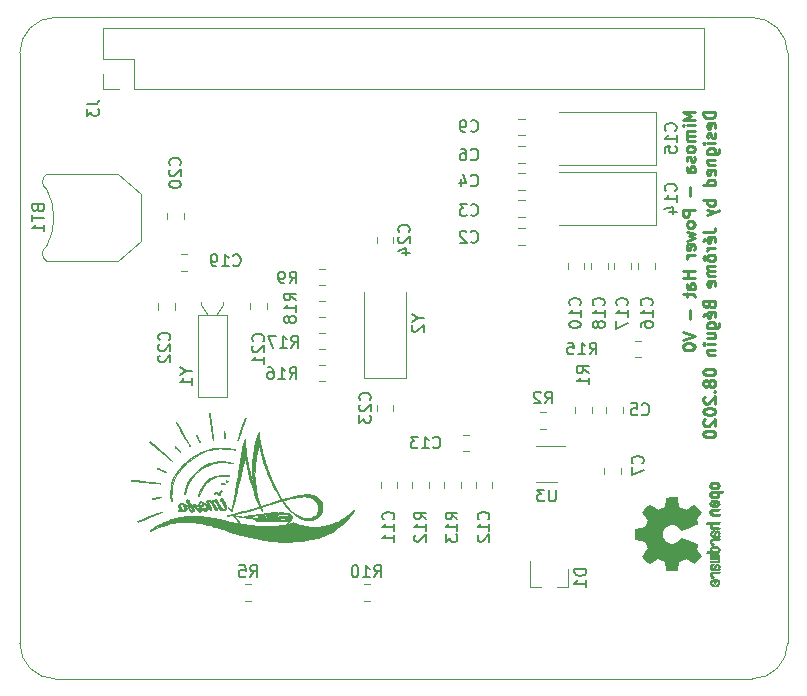
<source format=gbr>
G04 #@! TF.GenerationSoftware,KiCad,Pcbnew,(5.1.5-0-10_14)*
G04 #@! TF.CreationDate,2020-08-14T15:05:08-04:00*
G04 #@! TF.ProjectId,Raspberry-Pi-Hat,52617370-6265-4727-9279-2d50692d4861,rev?*
G04 #@! TF.SameCoordinates,Original*
G04 #@! TF.FileFunction,Legend,Bot*
G04 #@! TF.FilePolarity,Positive*
%FSLAX46Y46*%
G04 Gerber Fmt 4.6, Leading zero omitted, Abs format (unit mm)*
G04 Created by KiCad (PCBNEW (5.1.5-0-10_14)) date 2020-08-14 15:05:08*
%MOMM*%
%LPD*%
G04 APERTURE LIST*
%ADD10C,0.250000*%
%ADD11C,0.100000*%
%ADD12C,0.010000*%
%ADD13C,0.120000*%
%ADD14C,0.150000*%
G04 APERTURE END LIST*
D10*
X135677380Y-68800595D02*
X134677380Y-68800595D01*
X135391666Y-69133928D01*
X134677380Y-69467261D01*
X135677380Y-69467261D01*
X135677380Y-69943452D02*
X135010714Y-69943452D01*
X134677380Y-69943452D02*
X134725000Y-69895833D01*
X134772619Y-69943452D01*
X134725000Y-69991071D01*
X134677380Y-69943452D01*
X134772619Y-69943452D01*
X135677380Y-70419642D02*
X135010714Y-70419642D01*
X135105952Y-70419642D02*
X135058333Y-70467261D01*
X135010714Y-70562500D01*
X135010714Y-70705357D01*
X135058333Y-70800595D01*
X135153571Y-70848214D01*
X135677380Y-70848214D01*
X135153571Y-70848214D02*
X135058333Y-70895833D01*
X135010714Y-70991071D01*
X135010714Y-71133928D01*
X135058333Y-71229166D01*
X135153571Y-71276785D01*
X135677380Y-71276785D01*
X135677380Y-71895833D02*
X135629761Y-71800595D01*
X135582142Y-71752976D01*
X135486904Y-71705357D01*
X135201190Y-71705357D01*
X135105952Y-71752976D01*
X135058333Y-71800595D01*
X135010714Y-71895833D01*
X135010714Y-72038690D01*
X135058333Y-72133928D01*
X135105952Y-72181547D01*
X135201190Y-72229166D01*
X135486904Y-72229166D01*
X135582142Y-72181547D01*
X135629761Y-72133928D01*
X135677380Y-72038690D01*
X135677380Y-71895833D01*
X135629761Y-72610119D02*
X135677380Y-72705357D01*
X135677380Y-72895833D01*
X135629761Y-72991071D01*
X135534523Y-73038690D01*
X135486904Y-73038690D01*
X135391666Y-72991071D01*
X135344047Y-72895833D01*
X135344047Y-72752976D01*
X135296428Y-72657738D01*
X135201190Y-72610119D01*
X135153571Y-72610119D01*
X135058333Y-72657738D01*
X135010714Y-72752976D01*
X135010714Y-72895833D01*
X135058333Y-72991071D01*
X135677380Y-73895833D02*
X135153571Y-73895833D01*
X135058333Y-73848214D01*
X135010714Y-73752976D01*
X135010714Y-73562500D01*
X135058333Y-73467261D01*
X135629761Y-73895833D02*
X135677380Y-73800595D01*
X135677380Y-73562500D01*
X135629761Y-73467261D01*
X135534523Y-73419642D01*
X135439285Y-73419642D01*
X135344047Y-73467261D01*
X135296428Y-73562500D01*
X135296428Y-73800595D01*
X135248809Y-73895833D01*
X135296428Y-75133928D02*
X135296428Y-75895833D01*
X135677380Y-77133928D02*
X134677380Y-77133928D01*
X134677380Y-77514880D01*
X134725000Y-77610119D01*
X134772619Y-77657738D01*
X134867857Y-77705357D01*
X135010714Y-77705357D01*
X135105952Y-77657738D01*
X135153571Y-77610119D01*
X135201190Y-77514880D01*
X135201190Y-77133928D01*
X135677380Y-78276785D02*
X135629761Y-78181547D01*
X135582142Y-78133928D01*
X135486904Y-78086309D01*
X135201190Y-78086309D01*
X135105952Y-78133928D01*
X135058333Y-78181547D01*
X135010714Y-78276785D01*
X135010714Y-78419642D01*
X135058333Y-78514880D01*
X135105952Y-78562499D01*
X135201190Y-78610119D01*
X135486904Y-78610119D01*
X135582142Y-78562499D01*
X135629761Y-78514880D01*
X135677380Y-78419642D01*
X135677380Y-78276785D01*
X135010714Y-78943452D02*
X135677380Y-79133928D01*
X135201190Y-79324404D01*
X135677380Y-79514880D01*
X135010714Y-79705357D01*
X135629761Y-80467261D02*
X135677380Y-80372023D01*
X135677380Y-80181547D01*
X135629761Y-80086309D01*
X135534523Y-80038690D01*
X135153571Y-80038690D01*
X135058333Y-80086309D01*
X135010714Y-80181547D01*
X135010714Y-80372023D01*
X135058333Y-80467261D01*
X135153571Y-80514880D01*
X135248809Y-80514880D01*
X135344047Y-80038690D01*
X135677380Y-80943452D02*
X135010714Y-80943452D01*
X135201190Y-80943452D02*
X135105952Y-80991071D01*
X135058333Y-81038690D01*
X135010714Y-81133928D01*
X135010714Y-81229166D01*
X135677380Y-82324404D02*
X134677380Y-82324404D01*
X135153571Y-82324404D02*
X135153571Y-82895833D01*
X135677380Y-82895833D02*
X134677380Y-82895833D01*
X135677380Y-83800595D02*
X135153571Y-83800595D01*
X135058333Y-83752976D01*
X135010714Y-83657738D01*
X135010714Y-83467261D01*
X135058333Y-83372023D01*
X135629761Y-83800595D02*
X135677380Y-83705357D01*
X135677380Y-83467261D01*
X135629761Y-83372023D01*
X135534523Y-83324404D01*
X135439285Y-83324404D01*
X135344047Y-83372023D01*
X135296428Y-83467261D01*
X135296428Y-83705357D01*
X135248809Y-83800595D01*
X135010714Y-84133928D02*
X135010714Y-84514880D01*
X134677380Y-84276785D02*
X135534523Y-84276785D01*
X135629761Y-84324404D01*
X135677380Y-84419642D01*
X135677380Y-84514880D01*
X135296428Y-85610119D02*
X135296428Y-86372023D01*
X134677380Y-87467261D02*
X135677380Y-87800595D01*
X134677380Y-88133928D01*
X134677380Y-88657738D02*
X134677380Y-88752976D01*
X134725000Y-88848214D01*
X134772619Y-88895833D01*
X134867857Y-88943452D01*
X135058333Y-88991071D01*
X135296428Y-88991071D01*
X135486904Y-88943452D01*
X135582142Y-88895833D01*
X135629761Y-88848214D01*
X135677380Y-88752976D01*
X135677380Y-88657738D01*
X135629761Y-88562499D01*
X135582142Y-88514880D01*
X135486904Y-88467261D01*
X135296428Y-88419642D01*
X135058333Y-88419642D01*
X134867857Y-88467261D01*
X134772619Y-88514880D01*
X134725000Y-88562499D01*
X134677380Y-88657738D01*
X137427380Y-68800595D02*
X136427380Y-68800595D01*
X136427380Y-69038690D01*
X136475000Y-69181547D01*
X136570238Y-69276785D01*
X136665476Y-69324404D01*
X136855952Y-69372023D01*
X136998809Y-69372023D01*
X137189285Y-69324404D01*
X137284523Y-69276785D01*
X137379761Y-69181547D01*
X137427380Y-69038690D01*
X137427380Y-68800595D01*
X137379761Y-70181547D02*
X137427380Y-70086309D01*
X137427380Y-69895833D01*
X137379761Y-69800595D01*
X137284523Y-69752976D01*
X136903571Y-69752976D01*
X136808333Y-69800595D01*
X136760714Y-69895833D01*
X136760714Y-70086309D01*
X136808333Y-70181547D01*
X136903571Y-70229166D01*
X136998809Y-70229166D01*
X137094047Y-69752976D01*
X137379761Y-70610119D02*
X137427380Y-70705357D01*
X137427380Y-70895833D01*
X137379761Y-70991071D01*
X137284523Y-71038690D01*
X137236904Y-71038690D01*
X137141666Y-70991071D01*
X137094047Y-70895833D01*
X137094047Y-70752976D01*
X137046428Y-70657738D01*
X136951190Y-70610119D01*
X136903571Y-70610119D01*
X136808333Y-70657738D01*
X136760714Y-70752976D01*
X136760714Y-70895833D01*
X136808333Y-70991071D01*
X137427380Y-71467261D02*
X136760714Y-71467261D01*
X136427380Y-71467261D02*
X136475000Y-71419642D01*
X136522619Y-71467261D01*
X136475000Y-71514880D01*
X136427380Y-71467261D01*
X136522619Y-71467261D01*
X136760714Y-72372023D02*
X137570238Y-72372023D01*
X137665476Y-72324404D01*
X137713095Y-72276785D01*
X137760714Y-72181547D01*
X137760714Y-72038690D01*
X137713095Y-71943452D01*
X137379761Y-72372023D02*
X137427380Y-72276785D01*
X137427380Y-72086309D01*
X137379761Y-71991071D01*
X137332142Y-71943452D01*
X137236904Y-71895833D01*
X136951190Y-71895833D01*
X136855952Y-71943452D01*
X136808333Y-71991071D01*
X136760714Y-72086309D01*
X136760714Y-72276785D01*
X136808333Y-72372023D01*
X136760714Y-72848214D02*
X137427380Y-72848214D01*
X136855952Y-72848214D02*
X136808333Y-72895833D01*
X136760714Y-72991071D01*
X136760714Y-73133928D01*
X136808333Y-73229166D01*
X136903571Y-73276785D01*
X137427380Y-73276785D01*
X137379761Y-74133928D02*
X137427380Y-74038690D01*
X137427380Y-73848214D01*
X137379761Y-73752976D01*
X137284523Y-73705357D01*
X136903571Y-73705357D01*
X136808333Y-73752976D01*
X136760714Y-73848214D01*
X136760714Y-74038690D01*
X136808333Y-74133928D01*
X136903571Y-74181547D01*
X136998809Y-74181547D01*
X137094047Y-73705357D01*
X137427380Y-75038690D02*
X136427380Y-75038690D01*
X137379761Y-75038690D02*
X137427380Y-74943452D01*
X137427380Y-74752976D01*
X137379761Y-74657738D01*
X137332142Y-74610119D01*
X137236904Y-74562500D01*
X136951190Y-74562500D01*
X136855952Y-74610119D01*
X136808333Y-74657738D01*
X136760714Y-74752976D01*
X136760714Y-74943452D01*
X136808333Y-75038690D01*
X137427380Y-76276785D02*
X136427380Y-76276785D01*
X136808333Y-76276785D02*
X136760714Y-76372023D01*
X136760714Y-76562500D01*
X136808333Y-76657738D01*
X136855952Y-76705357D01*
X136951190Y-76752976D01*
X137236904Y-76752976D01*
X137332142Y-76705357D01*
X137379761Y-76657738D01*
X137427380Y-76562500D01*
X137427380Y-76372023D01*
X137379761Y-76276785D01*
X136760714Y-77086309D02*
X137427380Y-77324404D01*
X136760714Y-77562500D02*
X137427380Y-77324404D01*
X137665476Y-77229166D01*
X137713095Y-77181547D01*
X137760714Y-77086309D01*
X136427380Y-78991071D02*
X137141666Y-78991071D01*
X137284523Y-78943452D01*
X137379761Y-78848214D01*
X137427380Y-78705357D01*
X137427380Y-78610119D01*
X137379761Y-79848214D02*
X137427380Y-79752976D01*
X137427380Y-79562499D01*
X137379761Y-79467261D01*
X137284523Y-79419642D01*
X136903571Y-79419642D01*
X136808333Y-79467261D01*
X136760714Y-79562499D01*
X136760714Y-79752976D01*
X136808333Y-79848214D01*
X136903571Y-79895833D01*
X136998809Y-79895833D01*
X137094047Y-79419642D01*
X136379761Y-79752976D02*
X136522619Y-79610119D01*
X137427380Y-80324404D02*
X136760714Y-80324404D01*
X136951190Y-80324404D02*
X136855952Y-80372023D01*
X136808333Y-80419642D01*
X136760714Y-80514880D01*
X136760714Y-80610119D01*
X137427380Y-81086309D02*
X137379761Y-80991071D01*
X137332142Y-80943452D01*
X137236904Y-80895833D01*
X136951190Y-80895833D01*
X136855952Y-80943452D01*
X136808333Y-80991071D01*
X136760714Y-81086309D01*
X136760714Y-81229166D01*
X136808333Y-81324404D01*
X136855952Y-81372023D01*
X136951190Y-81419642D01*
X137236904Y-81419642D01*
X137332142Y-81372023D01*
X137379761Y-81324404D01*
X137427380Y-81229166D01*
X137427380Y-81086309D01*
X136522619Y-80991071D02*
X136379761Y-81181547D01*
X136522619Y-81372023D01*
X137427380Y-81848214D02*
X136760714Y-81848214D01*
X136855952Y-81848214D02*
X136808333Y-81895833D01*
X136760714Y-81991071D01*
X136760714Y-82133928D01*
X136808333Y-82229166D01*
X136903571Y-82276785D01*
X137427380Y-82276785D01*
X136903571Y-82276785D02*
X136808333Y-82324404D01*
X136760714Y-82419642D01*
X136760714Y-82562499D01*
X136808333Y-82657738D01*
X136903571Y-82705357D01*
X137427380Y-82705357D01*
X137379761Y-83562499D02*
X137427380Y-83467261D01*
X137427380Y-83276785D01*
X137379761Y-83181547D01*
X137284523Y-83133928D01*
X136903571Y-83133928D01*
X136808333Y-83181547D01*
X136760714Y-83276785D01*
X136760714Y-83467261D01*
X136808333Y-83562499D01*
X136903571Y-83610119D01*
X136998809Y-83610119D01*
X137094047Y-83133928D01*
X136903571Y-85133928D02*
X136951190Y-85276785D01*
X136998809Y-85324404D01*
X137094047Y-85372023D01*
X137236904Y-85372023D01*
X137332142Y-85324404D01*
X137379761Y-85276785D01*
X137427380Y-85181547D01*
X137427380Y-84800595D01*
X136427380Y-84800595D01*
X136427380Y-85133928D01*
X136475000Y-85229166D01*
X136522619Y-85276785D01*
X136617857Y-85324404D01*
X136713095Y-85324404D01*
X136808333Y-85276785D01*
X136855952Y-85229166D01*
X136903571Y-85133928D01*
X136903571Y-84800595D01*
X137379761Y-86181547D02*
X137427380Y-86086309D01*
X137427380Y-85895833D01*
X137379761Y-85800595D01*
X137284523Y-85752976D01*
X136903571Y-85752976D01*
X136808333Y-85800595D01*
X136760714Y-85895833D01*
X136760714Y-86086309D01*
X136808333Y-86181547D01*
X136903571Y-86229166D01*
X136998809Y-86229166D01*
X137094047Y-85752976D01*
X136379761Y-86086309D02*
X136522619Y-85943452D01*
X136760714Y-87086309D02*
X137570238Y-87086309D01*
X137665476Y-87038690D01*
X137713095Y-86991071D01*
X137760714Y-86895833D01*
X137760714Y-86752976D01*
X137713095Y-86657738D01*
X137379761Y-87086309D02*
X137427380Y-86991071D01*
X137427380Y-86800595D01*
X137379761Y-86705357D01*
X137332142Y-86657738D01*
X137236904Y-86610119D01*
X136951190Y-86610119D01*
X136855952Y-86657738D01*
X136808333Y-86705357D01*
X136760714Y-86800595D01*
X136760714Y-86991071D01*
X136808333Y-87086309D01*
X136760714Y-87991071D02*
X137427380Y-87991071D01*
X136760714Y-87562499D02*
X137284523Y-87562499D01*
X137379761Y-87610119D01*
X137427380Y-87705357D01*
X137427380Y-87848214D01*
X137379761Y-87943452D01*
X137332142Y-87991071D01*
X137427380Y-88467261D02*
X136760714Y-88467261D01*
X136427380Y-88467261D02*
X136475000Y-88419642D01*
X136522619Y-88467261D01*
X136475000Y-88514880D01*
X136427380Y-88467261D01*
X136522619Y-88467261D01*
X136760714Y-88943452D02*
X137427380Y-88943452D01*
X136855952Y-88943452D02*
X136808333Y-88991071D01*
X136760714Y-89086309D01*
X136760714Y-89229166D01*
X136808333Y-89324404D01*
X136903571Y-89372023D01*
X137427380Y-89372023D01*
X136427380Y-90800595D02*
X136427380Y-90895833D01*
X136475000Y-90991071D01*
X136522619Y-91038690D01*
X136617857Y-91086309D01*
X136808333Y-91133928D01*
X137046428Y-91133928D01*
X137236904Y-91086309D01*
X137332142Y-91038690D01*
X137379761Y-90991071D01*
X137427380Y-90895833D01*
X137427380Y-90800595D01*
X137379761Y-90705357D01*
X137332142Y-90657738D01*
X137236904Y-90610119D01*
X137046428Y-90562499D01*
X136808333Y-90562499D01*
X136617857Y-90610119D01*
X136522619Y-90657738D01*
X136475000Y-90705357D01*
X136427380Y-90800595D01*
X136855952Y-91705357D02*
X136808333Y-91610119D01*
X136760714Y-91562499D01*
X136665476Y-91514880D01*
X136617857Y-91514880D01*
X136522619Y-91562499D01*
X136475000Y-91610119D01*
X136427380Y-91705357D01*
X136427380Y-91895833D01*
X136475000Y-91991071D01*
X136522619Y-92038690D01*
X136617857Y-92086309D01*
X136665476Y-92086309D01*
X136760714Y-92038690D01*
X136808333Y-91991071D01*
X136855952Y-91895833D01*
X136855952Y-91705357D01*
X136903571Y-91610119D01*
X136951190Y-91562499D01*
X137046428Y-91514880D01*
X137236904Y-91514880D01*
X137332142Y-91562499D01*
X137379761Y-91610119D01*
X137427380Y-91705357D01*
X137427380Y-91895833D01*
X137379761Y-91991071D01*
X137332142Y-92038690D01*
X137236904Y-92086309D01*
X137046428Y-92086309D01*
X136951190Y-92038690D01*
X136903571Y-91991071D01*
X136855952Y-91895833D01*
X137332142Y-92514880D02*
X137379761Y-92562499D01*
X137427380Y-92514880D01*
X137379761Y-92467261D01*
X137332142Y-92514880D01*
X137427380Y-92514880D01*
X136522619Y-92943452D02*
X136475000Y-92991071D01*
X136427380Y-93086309D01*
X136427380Y-93324404D01*
X136475000Y-93419642D01*
X136522619Y-93467261D01*
X136617857Y-93514880D01*
X136713095Y-93514880D01*
X136855952Y-93467261D01*
X137427380Y-92895833D01*
X137427380Y-93514880D01*
X136427380Y-94133928D02*
X136427380Y-94229166D01*
X136475000Y-94324404D01*
X136522619Y-94372023D01*
X136617857Y-94419642D01*
X136808333Y-94467261D01*
X137046428Y-94467261D01*
X137236904Y-94419642D01*
X137332142Y-94372023D01*
X137379761Y-94324404D01*
X137427380Y-94229166D01*
X137427380Y-94133928D01*
X137379761Y-94038690D01*
X137332142Y-93991071D01*
X137236904Y-93943452D01*
X137046428Y-93895833D01*
X136808333Y-93895833D01*
X136617857Y-93943452D01*
X136522619Y-93991071D01*
X136475000Y-94038690D01*
X136427380Y-94133928D01*
X136522619Y-94848214D02*
X136475000Y-94895833D01*
X136427380Y-94991071D01*
X136427380Y-95229166D01*
X136475000Y-95324404D01*
X136522619Y-95372023D01*
X136617857Y-95419642D01*
X136713095Y-95419642D01*
X136855952Y-95372023D01*
X137427380Y-94800595D01*
X137427380Y-95419642D01*
X136427380Y-96038690D02*
X136427380Y-96133928D01*
X136475000Y-96229166D01*
X136522619Y-96276785D01*
X136617857Y-96324404D01*
X136808333Y-96372023D01*
X137046428Y-96372023D01*
X137236904Y-96324404D01*
X137332142Y-96276785D01*
X137379761Y-96229166D01*
X137427380Y-96133928D01*
X137427380Y-96038690D01*
X137379761Y-95943452D01*
X137332142Y-95895833D01*
X137236904Y-95848214D01*
X137046428Y-95800595D01*
X136808333Y-95800595D01*
X136617857Y-95848214D01*
X136522619Y-95895833D01*
X136475000Y-95943452D01*
X136427380Y-96038690D01*
D11*
X78546356Y-63817611D02*
X78546356Y-113817611D01*
X78546356Y-63817611D02*
G75*
G02X81546356Y-60817611I3000000J0D01*
G01*
X140546356Y-60817611D02*
X81546356Y-60817611D01*
X140546356Y-60817611D02*
G75*
G02X143546356Y-63817611I0J-3000000D01*
G01*
X143546351Y-113822847D02*
X143546356Y-63817611D01*
X81546356Y-116817611D02*
G75*
G02X78546356Y-113817611I0J3000000D01*
G01*
X81546356Y-116817611D02*
X140546356Y-116817611D01*
X143546351Y-113822847D02*
G75*
G02X140546356Y-116817611I-2999995J5236D01*
G01*
D12*
G36*
X130637776Y-104689878D02*
G01*
X130638355Y-104795612D01*
X130639922Y-104872132D01*
X130642972Y-104924372D01*
X130647996Y-104957263D01*
X130655489Y-104975737D01*
X130665944Y-104984727D01*
X130679853Y-104989163D01*
X130681654Y-104989594D01*
X130714145Y-104996333D01*
X130778252Y-105008808D01*
X130867151Y-105025719D01*
X130974019Y-105045771D01*
X131092033Y-105067664D01*
X131096178Y-105068429D01*
X131211831Y-105090359D01*
X131314014Y-105110877D01*
X131396598Y-105128659D01*
X131453456Y-105142381D01*
X131478458Y-105150718D01*
X131478901Y-105151116D01*
X131491110Y-105175677D01*
X131511456Y-105226315D01*
X131535545Y-105292095D01*
X131535674Y-105292461D01*
X131566818Y-105375317D01*
X131606491Y-105473000D01*
X131646381Y-105565077D01*
X131648353Y-105569434D01*
X131716420Y-105719407D01*
X131489639Y-106051498D01*
X131420504Y-106153374D01*
X131358697Y-106245657D01*
X131307733Y-106323003D01*
X131271127Y-106380064D01*
X131252394Y-106411495D01*
X131251004Y-106414479D01*
X131257190Y-106437321D01*
X131287035Y-106479982D01*
X131341947Y-106544128D01*
X131423334Y-106631421D01*
X131509922Y-106720535D01*
X131595247Y-106806441D01*
X131673108Y-106883327D01*
X131738697Y-106946564D01*
X131787205Y-106991523D01*
X131813825Y-107013576D01*
X131815195Y-107014396D01*
X131833463Y-107016834D01*
X131863295Y-107007650D01*
X131908721Y-106984574D01*
X131973770Y-106945337D01*
X132062470Y-106887670D01*
X132176657Y-106810795D01*
X132277162Y-106742570D01*
X132367303Y-106681582D01*
X132441849Y-106631356D01*
X132495565Y-106595416D01*
X132523218Y-106577287D01*
X132525095Y-106576146D01*
X132551590Y-106578359D01*
X132603086Y-106595138D01*
X132669851Y-106623142D01*
X132691172Y-106633122D01*
X132786159Y-106676672D01*
X132893937Y-106723134D01*
X132987192Y-106760877D01*
X133056406Y-106788073D01*
X133109006Y-106809675D01*
X133136497Y-106822158D01*
X133138616Y-106823709D01*
X133142124Y-106846668D01*
X133151738Y-106900786D01*
X133166089Y-106978868D01*
X133183807Y-107073719D01*
X133203525Y-107178143D01*
X133223874Y-107284944D01*
X133243486Y-107386926D01*
X133260991Y-107476894D01*
X133275022Y-107547653D01*
X133284209Y-107592006D01*
X133286807Y-107602885D01*
X133293218Y-107614122D01*
X133307697Y-107622605D01*
X133335133Y-107628714D01*
X133380411Y-107632832D01*
X133448420Y-107635341D01*
X133544047Y-107636621D01*
X133672180Y-107637054D01*
X133724701Y-107637077D01*
X134151845Y-107637077D01*
X134172091Y-107534500D01*
X134183070Y-107477431D01*
X134199095Y-107392269D01*
X134218233Y-107289372D01*
X134238551Y-107179096D01*
X134244132Y-107148615D01*
X134263917Y-107046855D01*
X134283373Y-106958205D01*
X134300697Y-106890108D01*
X134314088Y-106850004D01*
X134318079Y-106843323D01*
X134346342Y-106826919D01*
X134401109Y-106803399D01*
X134471588Y-106777316D01*
X134486769Y-106772142D01*
X134580896Y-106737956D01*
X134687101Y-106695523D01*
X134782473Y-106653997D01*
X134782916Y-106653792D01*
X134932525Y-106584640D01*
X135601617Y-107039512D01*
X135894116Y-106747500D01*
X135981170Y-106659180D01*
X136057909Y-106578625D01*
X136120237Y-106510360D01*
X136164056Y-106458908D01*
X136185270Y-106428794D01*
X136186616Y-106424474D01*
X136176016Y-106399111D01*
X136146547Y-106347358D01*
X136101705Y-106274868D01*
X136044984Y-106187294D01*
X135981462Y-106092612D01*
X135916668Y-105996516D01*
X135860287Y-105910837D01*
X135815788Y-105841016D01*
X135786639Y-105792494D01*
X135776308Y-105770782D01*
X135785050Y-105744293D01*
X135808087Y-105694062D01*
X135840631Y-105630451D01*
X135844249Y-105623708D01*
X135887210Y-105538046D01*
X135908279Y-105479306D01*
X135908503Y-105442772D01*
X135888928Y-105423731D01*
X135888654Y-105423620D01*
X135865472Y-105414102D01*
X135810441Y-105391403D01*
X135727822Y-105357282D01*
X135621872Y-105313500D01*
X135496852Y-105261816D01*
X135357020Y-105203992D01*
X135221637Y-105147991D01*
X135072234Y-105086447D01*
X134933832Y-105029939D01*
X134810673Y-104980161D01*
X134707002Y-104938806D01*
X134627059Y-104907568D01*
X134575088Y-104888141D01*
X134555692Y-104882154D01*
X134533443Y-104897168D01*
X134497982Y-104936439D01*
X134458887Y-104988807D01*
X134335245Y-105137941D01*
X134193522Y-105254511D01*
X134036704Y-105337118D01*
X133867775Y-105384366D01*
X133689722Y-105394857D01*
X133607539Y-105387231D01*
X133437031Y-105345682D01*
X133286459Y-105274123D01*
X133157309Y-105176995D01*
X133051064Y-105058734D01*
X132969210Y-104923780D01*
X132913232Y-104776571D01*
X132884615Y-104621544D01*
X132884844Y-104463139D01*
X132915405Y-104305794D01*
X132977782Y-104153946D01*
X133073460Y-104012035D01*
X133127572Y-103952803D01*
X133266520Y-103839203D01*
X133418361Y-103760106D01*
X133578667Y-103714986D01*
X133743012Y-103703316D01*
X133906971Y-103724569D01*
X134066118Y-103778220D01*
X134216025Y-103863740D01*
X134352267Y-103980605D01*
X134458887Y-104111193D01*
X134499642Y-104165588D01*
X134534718Y-104204014D01*
X134555726Y-104217846D01*
X134578635Y-104210603D01*
X134633365Y-104190005D01*
X134715672Y-104157746D01*
X134821315Y-104115521D01*
X134946050Y-104065023D01*
X135085636Y-104007948D01*
X135221670Y-103951854D01*
X135371201Y-103889967D01*
X135509767Y-103832644D01*
X135633107Y-103781644D01*
X135736964Y-103738727D01*
X135817080Y-103705653D01*
X135869195Y-103684181D01*
X135888654Y-103676225D01*
X135908423Y-103657429D01*
X135908365Y-103621074D01*
X135887441Y-103562479D01*
X135844613Y-103476968D01*
X135844249Y-103476292D01*
X135811012Y-103411907D01*
X135786802Y-103359861D01*
X135776404Y-103330512D01*
X135776308Y-103329217D01*
X135786855Y-103307124D01*
X135816184Y-103258348D01*
X135860827Y-103188331D01*
X135917314Y-103102514D01*
X135981462Y-103007388D01*
X136046411Y-102910540D01*
X136102896Y-102823253D01*
X136147421Y-102751181D01*
X136176490Y-102699977D01*
X136186616Y-102675526D01*
X136173307Y-102653010D01*
X136136112Y-102607742D01*
X136079128Y-102544244D01*
X136006449Y-102467039D01*
X135922171Y-102380651D01*
X135894016Y-102352399D01*
X135601416Y-102060287D01*
X135275104Y-102282631D01*
X135174897Y-102350202D01*
X135084963Y-102409507D01*
X135010510Y-102457217D01*
X134956751Y-102490007D01*
X134928894Y-102504548D01*
X134926912Y-102504974D01*
X134900655Y-102497308D01*
X134847837Y-102476689D01*
X134777310Y-102446685D01*
X134730093Y-102425625D01*
X134639694Y-102386248D01*
X134548366Y-102349165D01*
X134471200Y-102320415D01*
X134447692Y-102312605D01*
X134384916Y-102290417D01*
X134336411Y-102268727D01*
X134318079Y-102256813D01*
X134306859Y-102230523D01*
X134290954Y-102173142D01*
X134272167Y-102092118D01*
X134252299Y-101994895D01*
X134244132Y-101951385D01*
X134223829Y-101840896D01*
X134204170Y-101734916D01*
X134187088Y-101643801D01*
X134174518Y-101577908D01*
X134172091Y-101565500D01*
X134151845Y-101462923D01*
X133724701Y-101462923D01*
X133584246Y-101463153D01*
X133477979Y-101464099D01*
X133401013Y-101466141D01*
X133348460Y-101469662D01*
X133315433Y-101475043D01*
X133297045Y-101482666D01*
X133288408Y-101492912D01*
X133286807Y-101497115D01*
X133281127Y-101522470D01*
X133269795Y-101578484D01*
X133254179Y-101657964D01*
X133235647Y-101753712D01*
X133215569Y-101858533D01*
X133195312Y-101965232D01*
X133176246Y-102066613D01*
X133159739Y-102155479D01*
X133147159Y-102224637D01*
X133139875Y-102266889D01*
X133138616Y-102276290D01*
X133121763Y-102284807D01*
X133076870Y-102303660D01*
X133012430Y-102329324D01*
X132987192Y-102339123D01*
X132889686Y-102378648D01*
X132781959Y-102425192D01*
X132691172Y-102466877D01*
X132621753Y-102497550D01*
X132564710Y-102517956D01*
X132529777Y-102524768D01*
X132525095Y-102523682D01*
X132502991Y-102509285D01*
X132453831Y-102476412D01*
X132382848Y-102428590D01*
X132295278Y-102369348D01*
X132196357Y-102302215D01*
X132176830Y-102288941D01*
X132061140Y-102211046D01*
X131973044Y-102153787D01*
X131908486Y-102114881D01*
X131863411Y-102092044D01*
X131833763Y-102082994D01*
X131815485Y-102085448D01*
X131815369Y-102085511D01*
X131791361Y-102104827D01*
X131744947Y-102147551D01*
X131680937Y-102209051D01*
X131604145Y-102284698D01*
X131519382Y-102369861D01*
X131509922Y-102379465D01*
X131405989Y-102486790D01*
X131329675Y-102569615D01*
X131279571Y-102629605D01*
X131254270Y-102668423D01*
X131251004Y-102685520D01*
X131265250Y-102710473D01*
X131298156Y-102762255D01*
X131346208Y-102835520D01*
X131405890Y-102924920D01*
X131473688Y-103025111D01*
X131489639Y-103048501D01*
X131716420Y-103380593D01*
X131648353Y-103530565D01*
X131608685Y-103621770D01*
X131568791Y-103719669D01*
X131536983Y-103803831D01*
X131535674Y-103807538D01*
X131511576Y-103873369D01*
X131491200Y-103924116D01*
X131478936Y-103948842D01*
X131478901Y-103948884D01*
X131456734Y-103956729D01*
X131402217Y-103970066D01*
X131321480Y-103987570D01*
X131220650Y-104007917D01*
X131105856Y-104029782D01*
X131096178Y-104031571D01*
X130977904Y-104053504D01*
X130870542Y-104073640D01*
X130780917Y-104090680D01*
X130715851Y-104103328D01*
X130682168Y-104110284D01*
X130681654Y-104110406D01*
X130667325Y-104114639D01*
X130656507Y-104122871D01*
X130648706Y-104140033D01*
X130643429Y-104171058D01*
X130640182Y-104220878D01*
X130638472Y-104294424D01*
X130637807Y-104396629D01*
X130637693Y-104532425D01*
X130637692Y-104550000D01*
X130637776Y-104689878D01*
G37*
X130637776Y-104689878D02*
X130638355Y-104795612D01*
X130639922Y-104872132D01*
X130642972Y-104924372D01*
X130647996Y-104957263D01*
X130655489Y-104975737D01*
X130665944Y-104984727D01*
X130679853Y-104989163D01*
X130681654Y-104989594D01*
X130714145Y-104996333D01*
X130778252Y-105008808D01*
X130867151Y-105025719D01*
X130974019Y-105045771D01*
X131092033Y-105067664D01*
X131096178Y-105068429D01*
X131211831Y-105090359D01*
X131314014Y-105110877D01*
X131396598Y-105128659D01*
X131453456Y-105142381D01*
X131478458Y-105150718D01*
X131478901Y-105151116D01*
X131491110Y-105175677D01*
X131511456Y-105226315D01*
X131535545Y-105292095D01*
X131535674Y-105292461D01*
X131566818Y-105375317D01*
X131606491Y-105473000D01*
X131646381Y-105565077D01*
X131648353Y-105569434D01*
X131716420Y-105719407D01*
X131489639Y-106051498D01*
X131420504Y-106153374D01*
X131358697Y-106245657D01*
X131307733Y-106323003D01*
X131271127Y-106380064D01*
X131252394Y-106411495D01*
X131251004Y-106414479D01*
X131257190Y-106437321D01*
X131287035Y-106479982D01*
X131341947Y-106544128D01*
X131423334Y-106631421D01*
X131509922Y-106720535D01*
X131595247Y-106806441D01*
X131673108Y-106883327D01*
X131738697Y-106946564D01*
X131787205Y-106991523D01*
X131813825Y-107013576D01*
X131815195Y-107014396D01*
X131833463Y-107016834D01*
X131863295Y-107007650D01*
X131908721Y-106984574D01*
X131973770Y-106945337D01*
X132062470Y-106887670D01*
X132176657Y-106810795D01*
X132277162Y-106742570D01*
X132367303Y-106681582D01*
X132441849Y-106631356D01*
X132495565Y-106595416D01*
X132523218Y-106577287D01*
X132525095Y-106576146D01*
X132551590Y-106578359D01*
X132603086Y-106595138D01*
X132669851Y-106623142D01*
X132691172Y-106633122D01*
X132786159Y-106676672D01*
X132893937Y-106723134D01*
X132987192Y-106760877D01*
X133056406Y-106788073D01*
X133109006Y-106809675D01*
X133136497Y-106822158D01*
X133138616Y-106823709D01*
X133142124Y-106846668D01*
X133151738Y-106900786D01*
X133166089Y-106978868D01*
X133183807Y-107073719D01*
X133203525Y-107178143D01*
X133223874Y-107284944D01*
X133243486Y-107386926D01*
X133260991Y-107476894D01*
X133275022Y-107547653D01*
X133284209Y-107592006D01*
X133286807Y-107602885D01*
X133293218Y-107614122D01*
X133307697Y-107622605D01*
X133335133Y-107628714D01*
X133380411Y-107632832D01*
X133448420Y-107635341D01*
X133544047Y-107636621D01*
X133672180Y-107637054D01*
X133724701Y-107637077D01*
X134151845Y-107637077D01*
X134172091Y-107534500D01*
X134183070Y-107477431D01*
X134199095Y-107392269D01*
X134218233Y-107289372D01*
X134238551Y-107179096D01*
X134244132Y-107148615D01*
X134263917Y-107046855D01*
X134283373Y-106958205D01*
X134300697Y-106890108D01*
X134314088Y-106850004D01*
X134318079Y-106843323D01*
X134346342Y-106826919D01*
X134401109Y-106803399D01*
X134471588Y-106777316D01*
X134486769Y-106772142D01*
X134580896Y-106737956D01*
X134687101Y-106695523D01*
X134782473Y-106653997D01*
X134782916Y-106653792D01*
X134932525Y-106584640D01*
X135601617Y-107039512D01*
X135894116Y-106747500D01*
X135981170Y-106659180D01*
X136057909Y-106578625D01*
X136120237Y-106510360D01*
X136164056Y-106458908D01*
X136185270Y-106428794D01*
X136186616Y-106424474D01*
X136176016Y-106399111D01*
X136146547Y-106347358D01*
X136101705Y-106274868D01*
X136044984Y-106187294D01*
X135981462Y-106092612D01*
X135916668Y-105996516D01*
X135860287Y-105910837D01*
X135815788Y-105841016D01*
X135786639Y-105792494D01*
X135776308Y-105770782D01*
X135785050Y-105744293D01*
X135808087Y-105694062D01*
X135840631Y-105630451D01*
X135844249Y-105623708D01*
X135887210Y-105538046D01*
X135908279Y-105479306D01*
X135908503Y-105442772D01*
X135888928Y-105423731D01*
X135888654Y-105423620D01*
X135865472Y-105414102D01*
X135810441Y-105391403D01*
X135727822Y-105357282D01*
X135621872Y-105313500D01*
X135496852Y-105261816D01*
X135357020Y-105203992D01*
X135221637Y-105147991D01*
X135072234Y-105086447D01*
X134933832Y-105029939D01*
X134810673Y-104980161D01*
X134707002Y-104938806D01*
X134627059Y-104907568D01*
X134575088Y-104888141D01*
X134555692Y-104882154D01*
X134533443Y-104897168D01*
X134497982Y-104936439D01*
X134458887Y-104988807D01*
X134335245Y-105137941D01*
X134193522Y-105254511D01*
X134036704Y-105337118D01*
X133867775Y-105384366D01*
X133689722Y-105394857D01*
X133607539Y-105387231D01*
X133437031Y-105345682D01*
X133286459Y-105274123D01*
X133157309Y-105176995D01*
X133051064Y-105058734D01*
X132969210Y-104923780D01*
X132913232Y-104776571D01*
X132884615Y-104621544D01*
X132884844Y-104463139D01*
X132915405Y-104305794D01*
X132977782Y-104153946D01*
X133073460Y-104012035D01*
X133127572Y-103952803D01*
X133266520Y-103839203D01*
X133418361Y-103760106D01*
X133578667Y-103714986D01*
X133743012Y-103703316D01*
X133906971Y-103724569D01*
X134066118Y-103778220D01*
X134216025Y-103863740D01*
X134352267Y-103980605D01*
X134458887Y-104111193D01*
X134499642Y-104165588D01*
X134534718Y-104204014D01*
X134555726Y-104217846D01*
X134578635Y-104210603D01*
X134633365Y-104190005D01*
X134715672Y-104157746D01*
X134821315Y-104115521D01*
X134946050Y-104065023D01*
X135085636Y-104007948D01*
X135221670Y-103951854D01*
X135371201Y-103889967D01*
X135509767Y-103832644D01*
X135633107Y-103781644D01*
X135736964Y-103738727D01*
X135817080Y-103705653D01*
X135869195Y-103684181D01*
X135888654Y-103676225D01*
X135908423Y-103657429D01*
X135908365Y-103621074D01*
X135887441Y-103562479D01*
X135844613Y-103476968D01*
X135844249Y-103476292D01*
X135811012Y-103411907D01*
X135786802Y-103359861D01*
X135776404Y-103330512D01*
X135776308Y-103329217D01*
X135786855Y-103307124D01*
X135816184Y-103258348D01*
X135860827Y-103188331D01*
X135917314Y-103102514D01*
X135981462Y-103007388D01*
X136046411Y-102910540D01*
X136102896Y-102823253D01*
X136147421Y-102751181D01*
X136176490Y-102699977D01*
X136186616Y-102675526D01*
X136173307Y-102653010D01*
X136136112Y-102607742D01*
X136079128Y-102544244D01*
X136006449Y-102467039D01*
X135922171Y-102380651D01*
X135894016Y-102352399D01*
X135601416Y-102060287D01*
X135275104Y-102282631D01*
X135174897Y-102350202D01*
X135084963Y-102409507D01*
X135010510Y-102457217D01*
X134956751Y-102490007D01*
X134928894Y-102504548D01*
X134926912Y-102504974D01*
X134900655Y-102497308D01*
X134847837Y-102476689D01*
X134777310Y-102446685D01*
X134730093Y-102425625D01*
X134639694Y-102386248D01*
X134548366Y-102349165D01*
X134471200Y-102320415D01*
X134447692Y-102312605D01*
X134384916Y-102290417D01*
X134336411Y-102268727D01*
X134318079Y-102256813D01*
X134306859Y-102230523D01*
X134290954Y-102173142D01*
X134272167Y-102092118D01*
X134252299Y-101994895D01*
X134244132Y-101951385D01*
X134223829Y-101840896D01*
X134204170Y-101734916D01*
X134187088Y-101643801D01*
X134174518Y-101577908D01*
X134172091Y-101565500D01*
X134151845Y-101462923D01*
X133724701Y-101462923D01*
X133584246Y-101463153D01*
X133477979Y-101464099D01*
X133401013Y-101466141D01*
X133348460Y-101469662D01*
X133315433Y-101475043D01*
X133297045Y-101482666D01*
X133288408Y-101492912D01*
X133286807Y-101497115D01*
X133281127Y-101522470D01*
X133269795Y-101578484D01*
X133254179Y-101657964D01*
X133235647Y-101753712D01*
X133215569Y-101858533D01*
X133195312Y-101965232D01*
X133176246Y-102066613D01*
X133159739Y-102155479D01*
X133147159Y-102224637D01*
X133139875Y-102266889D01*
X133138616Y-102276290D01*
X133121763Y-102284807D01*
X133076870Y-102303660D01*
X133012430Y-102329324D01*
X132987192Y-102339123D01*
X132889686Y-102378648D01*
X132781959Y-102425192D01*
X132691172Y-102466877D01*
X132621753Y-102497550D01*
X132564710Y-102517956D01*
X132529777Y-102524768D01*
X132525095Y-102523682D01*
X132502991Y-102509285D01*
X132453831Y-102476412D01*
X132382848Y-102428590D01*
X132295278Y-102369348D01*
X132196357Y-102302215D01*
X132176830Y-102288941D01*
X132061140Y-102211046D01*
X131973044Y-102153787D01*
X131908486Y-102114881D01*
X131863411Y-102092044D01*
X131833763Y-102082994D01*
X131815485Y-102085448D01*
X131815369Y-102085511D01*
X131791361Y-102104827D01*
X131744947Y-102147551D01*
X131680937Y-102209051D01*
X131604145Y-102284698D01*
X131519382Y-102369861D01*
X131509922Y-102379465D01*
X131405989Y-102486790D01*
X131329675Y-102569615D01*
X131279571Y-102629605D01*
X131254270Y-102668423D01*
X131251004Y-102685520D01*
X131265250Y-102710473D01*
X131298156Y-102762255D01*
X131346208Y-102835520D01*
X131405890Y-102924920D01*
X131473688Y-103025111D01*
X131489639Y-103048501D01*
X131716420Y-103380593D01*
X131648353Y-103530565D01*
X131608685Y-103621770D01*
X131568791Y-103719669D01*
X131536983Y-103803831D01*
X131535674Y-103807538D01*
X131511576Y-103873369D01*
X131491200Y-103924116D01*
X131478936Y-103948842D01*
X131478901Y-103948884D01*
X131456734Y-103956729D01*
X131402217Y-103970066D01*
X131321480Y-103987570D01*
X131220650Y-104007917D01*
X131105856Y-104029782D01*
X131096178Y-104031571D01*
X130977904Y-104053504D01*
X130870542Y-104073640D01*
X130780917Y-104090680D01*
X130715851Y-104103328D01*
X130682168Y-104110284D01*
X130681654Y-104110406D01*
X130667325Y-104114639D01*
X130656507Y-104122871D01*
X130648706Y-104140033D01*
X130643429Y-104171058D01*
X130640182Y-104220878D01*
X130638472Y-104294424D01*
X130637807Y-104396629D01*
X130637693Y-104532425D01*
X130637692Y-104550000D01*
X130637776Y-104689878D01*
G36*
X136997838Y-108795224D02*
G01*
X137048361Y-108872528D01*
X137093590Y-108909814D01*
X137175663Y-108939353D01*
X137240607Y-108941699D01*
X137327445Y-108936385D01*
X137415103Y-108736115D01*
X137459887Y-108638739D01*
X137495913Y-108575113D01*
X137527117Y-108542029D01*
X137557436Y-108536280D01*
X137590805Y-108554658D01*
X137612923Y-108574923D01*
X137648393Y-108633889D01*
X137650879Y-108698024D01*
X137623235Y-108756926D01*
X137568320Y-108800197D01*
X137548928Y-108807936D01*
X137488364Y-108845006D01*
X137462552Y-108887654D01*
X137440471Y-108946154D01*
X137524184Y-108946154D01*
X137581150Y-108940982D01*
X137629189Y-108920723D01*
X137684346Y-108878262D01*
X137691514Y-108871951D01*
X137740585Y-108824720D01*
X137766920Y-108784121D01*
X137779035Y-108733328D01*
X137783003Y-108691220D01*
X137783991Y-108615902D01*
X137771466Y-108562286D01*
X137752869Y-108528838D01*
X137711975Y-108476268D01*
X137667748Y-108439879D01*
X137612126Y-108416850D01*
X137537047Y-108404359D01*
X137434449Y-108399587D01*
X137382376Y-108399206D01*
X137319948Y-108400501D01*
X137319948Y-108518471D01*
X137353438Y-108519839D01*
X137358923Y-108523249D01*
X137351472Y-108545753D01*
X137331753Y-108594182D01*
X137303718Y-108658908D01*
X137297692Y-108672443D01*
X137256096Y-108754244D01*
X137219538Y-108799312D01*
X137185296Y-108809217D01*
X137150648Y-108785526D01*
X137135339Y-108765960D01*
X137104721Y-108695360D01*
X137109780Y-108629280D01*
X137147151Y-108573959D01*
X137213473Y-108535636D01*
X137266116Y-108523349D01*
X137319948Y-108518471D01*
X137319948Y-108400501D01*
X137260720Y-108401730D01*
X137170710Y-108411032D01*
X137105167Y-108429460D01*
X137056912Y-108459360D01*
X137018767Y-108503080D01*
X137006440Y-108522141D01*
X136974336Y-108608726D01*
X136972316Y-108703522D01*
X136997838Y-108795224D01*
G37*
X136997838Y-108795224D02*
X137048361Y-108872528D01*
X137093590Y-108909814D01*
X137175663Y-108939353D01*
X137240607Y-108941699D01*
X137327445Y-108936385D01*
X137415103Y-108736115D01*
X137459887Y-108638739D01*
X137495913Y-108575113D01*
X137527117Y-108542029D01*
X137557436Y-108536280D01*
X137590805Y-108554658D01*
X137612923Y-108574923D01*
X137648393Y-108633889D01*
X137650879Y-108698024D01*
X137623235Y-108756926D01*
X137568320Y-108800197D01*
X137548928Y-108807936D01*
X137488364Y-108845006D01*
X137462552Y-108887654D01*
X137440471Y-108946154D01*
X137524184Y-108946154D01*
X137581150Y-108940982D01*
X137629189Y-108920723D01*
X137684346Y-108878262D01*
X137691514Y-108871951D01*
X137740585Y-108824720D01*
X137766920Y-108784121D01*
X137779035Y-108733328D01*
X137783003Y-108691220D01*
X137783991Y-108615902D01*
X137771466Y-108562286D01*
X137752869Y-108528838D01*
X137711975Y-108476268D01*
X137667748Y-108439879D01*
X137612126Y-108416850D01*
X137537047Y-108404359D01*
X137434449Y-108399587D01*
X137382376Y-108399206D01*
X137319948Y-108400501D01*
X137319948Y-108518471D01*
X137353438Y-108519839D01*
X137358923Y-108523249D01*
X137351472Y-108545753D01*
X137331753Y-108594182D01*
X137303718Y-108658908D01*
X137297692Y-108672443D01*
X137256096Y-108754244D01*
X137219538Y-108799312D01*
X137185296Y-108809217D01*
X137150648Y-108785526D01*
X137135339Y-108765960D01*
X137104721Y-108695360D01*
X137109780Y-108629280D01*
X137147151Y-108573959D01*
X137213473Y-108535636D01*
X137266116Y-108523349D01*
X137319948Y-108518471D01*
X137319948Y-108400501D01*
X137260720Y-108401730D01*
X137170710Y-108411032D01*
X137105167Y-108429460D01*
X137056912Y-108459360D01*
X137018767Y-108503080D01*
X137006440Y-108522141D01*
X136974336Y-108608726D01*
X136972316Y-108703522D01*
X136997838Y-108795224D01*
G36*
X136986782Y-108120807D02*
G01*
X136996988Y-108144161D01*
X137041134Y-108199902D01*
X137104967Y-108247569D01*
X137173087Y-108277048D01*
X137206670Y-108281846D01*
X137253556Y-108265760D01*
X137278365Y-108230475D01*
X137293387Y-108192644D01*
X137296155Y-108175321D01*
X137276066Y-108166886D01*
X137232351Y-108150230D01*
X137212598Y-108142923D01*
X137144271Y-108101948D01*
X137110191Y-108042622D01*
X137111239Y-107966552D01*
X137112581Y-107960918D01*
X137131836Y-107920305D01*
X137169375Y-107890448D01*
X137229809Y-107870055D01*
X137317751Y-107857836D01*
X137437813Y-107852500D01*
X137501698Y-107852000D01*
X137602403Y-107851752D01*
X137671054Y-107850126D01*
X137714673Y-107845801D01*
X137740282Y-107837454D01*
X137754903Y-107823765D01*
X137765558Y-107803411D01*
X137766095Y-107802234D01*
X137782667Y-107763038D01*
X137788769Y-107743619D01*
X137770319Y-107740635D01*
X137719323Y-107738081D01*
X137642308Y-107736140D01*
X137545805Y-107734997D01*
X137475184Y-107734769D01*
X137338525Y-107735932D01*
X137234851Y-107740479D01*
X137158108Y-107749999D01*
X137102246Y-107766081D01*
X137061212Y-107790313D01*
X137028954Y-107824286D01*
X137006440Y-107857833D01*
X136976476Y-107938499D01*
X136969718Y-108032381D01*
X136986782Y-108120807D01*
G37*
X136986782Y-108120807D02*
X136996988Y-108144161D01*
X137041134Y-108199902D01*
X137104967Y-108247569D01*
X137173087Y-108277048D01*
X137206670Y-108281846D01*
X137253556Y-108265760D01*
X137278365Y-108230475D01*
X137293387Y-108192644D01*
X137296155Y-108175321D01*
X137276066Y-108166886D01*
X137232351Y-108150230D01*
X137212598Y-108142923D01*
X137144271Y-108101948D01*
X137110191Y-108042622D01*
X137111239Y-107966552D01*
X137112581Y-107960918D01*
X137131836Y-107920305D01*
X137169375Y-107890448D01*
X137229809Y-107870055D01*
X137317751Y-107857836D01*
X137437813Y-107852500D01*
X137501698Y-107852000D01*
X137602403Y-107851752D01*
X137671054Y-107850126D01*
X137714673Y-107845801D01*
X137740282Y-107837454D01*
X137754903Y-107823765D01*
X137765558Y-107803411D01*
X137766095Y-107802234D01*
X137782667Y-107763038D01*
X137788769Y-107743619D01*
X137770319Y-107740635D01*
X137719323Y-107738081D01*
X137642308Y-107736140D01*
X137545805Y-107734997D01*
X137475184Y-107734769D01*
X137338525Y-107735932D01*
X137234851Y-107740479D01*
X137158108Y-107749999D01*
X137102246Y-107766081D01*
X137061212Y-107790313D01*
X137028954Y-107824286D01*
X137006440Y-107857833D01*
X136976476Y-107938499D01*
X136969718Y-108032381D01*
X136986782Y-108120807D01*
G36*
X136983528Y-107437333D02*
G01*
X137009117Y-107493590D01*
X137040124Y-107537747D01*
X137074795Y-107570101D01*
X137119520Y-107592438D01*
X137180692Y-107606546D01*
X137264701Y-107614211D01*
X137377940Y-107617220D01*
X137452509Y-107617538D01*
X137743420Y-107617538D01*
X137766095Y-107567773D01*
X137782667Y-107528576D01*
X137788769Y-107509157D01*
X137770610Y-107505442D01*
X137721648Y-107502495D01*
X137650153Y-107500691D01*
X137593385Y-107500308D01*
X137511371Y-107498661D01*
X137446309Y-107494222D01*
X137406467Y-107487740D01*
X137398000Y-107482590D01*
X137406646Y-107447977D01*
X137428823Y-107393640D01*
X137458886Y-107330722D01*
X137491192Y-107270368D01*
X137520098Y-107223721D01*
X137539961Y-107201926D01*
X137540175Y-107201839D01*
X137576935Y-107203714D01*
X137612026Y-107220525D01*
X137640528Y-107250039D01*
X137650061Y-107293116D01*
X137648950Y-107329932D01*
X137648133Y-107382074D01*
X137660349Y-107409444D01*
X137692624Y-107425882D01*
X137698710Y-107427955D01*
X137744739Y-107435081D01*
X137772687Y-107416024D01*
X137786007Y-107366353D01*
X137788470Y-107312697D01*
X137770210Y-107216142D01*
X137744131Y-107166159D01*
X137682868Y-107104429D01*
X137607670Y-107071690D01*
X137528211Y-107068753D01*
X137454167Y-107096424D01*
X137407769Y-107138047D01*
X137381793Y-107179604D01*
X137348907Y-107244922D01*
X137315557Y-107321038D01*
X137310461Y-107333726D01*
X137273565Y-107417333D01*
X137241046Y-107465530D01*
X137208718Y-107481030D01*
X137172394Y-107466550D01*
X137144000Y-107441692D01*
X137109039Y-107382939D01*
X137106417Y-107318293D01*
X137133358Y-107259008D01*
X137187088Y-107216339D01*
X137200950Y-107210739D01*
X137251936Y-107178133D01*
X137289787Y-107130530D01*
X137320850Y-107070461D01*
X137232768Y-107070461D01*
X137178951Y-107073997D01*
X137136534Y-107089156D01*
X137091279Y-107122768D01*
X137056420Y-107155035D01*
X137007062Y-107205209D01*
X136980547Y-107244193D01*
X136969911Y-107286064D01*
X136968154Y-107333460D01*
X136983528Y-107437333D01*
G37*
X136983528Y-107437333D02*
X137009117Y-107493590D01*
X137040124Y-107537747D01*
X137074795Y-107570101D01*
X137119520Y-107592438D01*
X137180692Y-107606546D01*
X137264701Y-107614211D01*
X137377940Y-107617220D01*
X137452509Y-107617538D01*
X137743420Y-107617538D01*
X137766095Y-107567773D01*
X137782667Y-107528576D01*
X137788769Y-107509157D01*
X137770610Y-107505442D01*
X137721648Y-107502495D01*
X137650153Y-107500691D01*
X137593385Y-107500308D01*
X137511371Y-107498661D01*
X137446309Y-107494222D01*
X137406467Y-107487740D01*
X137398000Y-107482590D01*
X137406646Y-107447977D01*
X137428823Y-107393640D01*
X137458886Y-107330722D01*
X137491192Y-107270368D01*
X137520098Y-107223721D01*
X137539961Y-107201926D01*
X137540175Y-107201839D01*
X137576935Y-107203714D01*
X137612026Y-107220525D01*
X137640528Y-107250039D01*
X137650061Y-107293116D01*
X137648950Y-107329932D01*
X137648133Y-107382074D01*
X137660349Y-107409444D01*
X137692624Y-107425882D01*
X137698710Y-107427955D01*
X137744739Y-107435081D01*
X137772687Y-107416024D01*
X137786007Y-107366353D01*
X137788470Y-107312697D01*
X137770210Y-107216142D01*
X137744131Y-107166159D01*
X137682868Y-107104429D01*
X137607670Y-107071690D01*
X137528211Y-107068753D01*
X137454167Y-107096424D01*
X137407769Y-107138047D01*
X137381793Y-107179604D01*
X137348907Y-107244922D01*
X137315557Y-107321038D01*
X137310461Y-107333726D01*
X137273565Y-107417333D01*
X137241046Y-107465530D01*
X137208718Y-107481030D01*
X137172394Y-107466550D01*
X137144000Y-107441692D01*
X137109039Y-107382939D01*
X137106417Y-107318293D01*
X137133358Y-107259008D01*
X137187088Y-107216339D01*
X137200950Y-107210739D01*
X137251936Y-107178133D01*
X137289787Y-107130530D01*
X137320850Y-107070461D01*
X137232768Y-107070461D01*
X137178951Y-107073997D01*
X137136534Y-107089156D01*
X137091279Y-107122768D01*
X137056420Y-107155035D01*
X137007062Y-107205209D01*
X136980547Y-107244193D01*
X136969911Y-107286064D01*
X136968154Y-107333460D01*
X136983528Y-107437333D01*
G36*
X136986662Y-106945929D02*
G01*
X137038068Y-106948911D01*
X137116192Y-106951247D01*
X137214857Y-106952749D01*
X137318343Y-106953231D01*
X137668533Y-106953231D01*
X137730363Y-106891401D01*
X137768462Y-106848793D01*
X137783895Y-106811390D01*
X137782918Y-106760270D01*
X137780433Y-106739978D01*
X137773200Y-106676554D01*
X137769055Y-106624095D01*
X137768672Y-106611308D01*
X137771176Y-106568199D01*
X137777462Y-106506544D01*
X137780433Y-106482638D01*
X137785028Y-106423922D01*
X137775046Y-106384464D01*
X137744228Y-106345338D01*
X137730363Y-106331215D01*
X137668533Y-106269385D01*
X137013503Y-106269385D01*
X136990829Y-106319150D01*
X136974034Y-106362002D01*
X136968154Y-106387073D01*
X136986736Y-106393501D01*
X137038655Y-106399509D01*
X137118172Y-106404697D01*
X137219546Y-106408664D01*
X137305192Y-106410577D01*
X137642231Y-106415923D01*
X137648825Y-106462560D01*
X137644214Y-106504976D01*
X137629287Y-106525760D01*
X137601377Y-106531570D01*
X137541925Y-106536530D01*
X137458466Y-106540246D01*
X137358532Y-106542324D01*
X137307104Y-106542624D01*
X137011054Y-106542923D01*
X136989604Y-106604454D01*
X136975020Y-106648004D01*
X136968219Y-106671694D01*
X136968154Y-106672377D01*
X136986642Y-106674754D01*
X137037906Y-106677366D01*
X137115649Y-106679995D01*
X137213574Y-106682421D01*
X137305192Y-106684115D01*
X137642231Y-106689461D01*
X137642231Y-106806692D01*
X137334746Y-106812072D01*
X137027261Y-106817451D01*
X136997707Y-106874601D01*
X136977413Y-106916797D01*
X136968204Y-106941770D01*
X136968154Y-106942491D01*
X136986662Y-106945929D01*
G37*
X136986662Y-106945929D02*
X137038068Y-106948911D01*
X137116192Y-106951247D01*
X137214857Y-106952749D01*
X137318343Y-106953231D01*
X137668533Y-106953231D01*
X137730363Y-106891401D01*
X137768462Y-106848793D01*
X137783895Y-106811390D01*
X137782918Y-106760270D01*
X137780433Y-106739978D01*
X137773200Y-106676554D01*
X137769055Y-106624095D01*
X137768672Y-106611308D01*
X137771176Y-106568199D01*
X137777462Y-106506544D01*
X137780433Y-106482638D01*
X137785028Y-106423922D01*
X137775046Y-106384464D01*
X137744228Y-106345338D01*
X137730363Y-106331215D01*
X137668533Y-106269385D01*
X137013503Y-106269385D01*
X136990829Y-106319150D01*
X136974034Y-106362002D01*
X136968154Y-106387073D01*
X136986736Y-106393501D01*
X137038655Y-106399509D01*
X137118172Y-106404697D01*
X137219546Y-106408664D01*
X137305192Y-106410577D01*
X137642231Y-106415923D01*
X137648825Y-106462560D01*
X137644214Y-106504976D01*
X137629287Y-106525760D01*
X137601377Y-106531570D01*
X137541925Y-106536530D01*
X137458466Y-106540246D01*
X137358532Y-106542324D01*
X137307104Y-106542624D01*
X137011054Y-106542923D01*
X136989604Y-106604454D01*
X136975020Y-106648004D01*
X136968219Y-106671694D01*
X136968154Y-106672377D01*
X136986642Y-106674754D01*
X137037906Y-106677366D01*
X137115649Y-106679995D01*
X137213574Y-106682421D01*
X137305192Y-106684115D01*
X137642231Y-106689461D01*
X137642231Y-106806692D01*
X137334746Y-106812072D01*
X137027261Y-106817451D01*
X136997707Y-106874601D01*
X136977413Y-106916797D01*
X136968204Y-106941770D01*
X136968154Y-106942491D01*
X136986662Y-106945929D01*
G36*
X137130289Y-106152081D02*
G01*
X137276320Y-106151833D01*
X137388655Y-106150872D01*
X137472678Y-106148794D01*
X137533769Y-106145193D01*
X137577309Y-106139665D01*
X137608679Y-106131804D01*
X137633262Y-106121207D01*
X137647294Y-106113182D01*
X137723388Y-106046728D01*
X137771084Y-105962470D01*
X137788199Y-105869249D01*
X137772546Y-105775900D01*
X137744418Y-105720312D01*
X137695760Y-105661957D01*
X137636333Y-105622186D01*
X137558507Y-105598190D01*
X137454652Y-105587161D01*
X137378462Y-105585599D01*
X137372986Y-105585809D01*
X137372986Y-105722308D01*
X137460355Y-105723141D01*
X137518192Y-105726961D01*
X137556029Y-105735746D01*
X137583398Y-105751474D01*
X137604042Y-105770266D01*
X137643890Y-105833375D01*
X137647295Y-105901137D01*
X137614025Y-105965179D01*
X137609517Y-105970164D01*
X137586067Y-105991439D01*
X137558166Y-106004779D01*
X137516641Y-106012001D01*
X137452316Y-106014923D01*
X137381200Y-106015385D01*
X137291858Y-106014383D01*
X137232258Y-106010238D01*
X137193089Y-106001236D01*
X137165040Y-105985667D01*
X137150144Y-105972902D01*
X137112575Y-105913600D01*
X137108057Y-105845301D01*
X137136753Y-105780110D01*
X137147406Y-105767528D01*
X137171063Y-105746111D01*
X137199251Y-105732744D01*
X137241245Y-105725566D01*
X137306319Y-105722719D01*
X137372986Y-105722308D01*
X137372986Y-105585809D01*
X137255765Y-105590322D01*
X137163577Y-105606362D01*
X137094269Y-105636528D01*
X137040211Y-105683629D01*
X137012505Y-105720312D01*
X136982572Y-105786990D01*
X136968678Y-105864272D01*
X136972397Y-105936110D01*
X136987400Y-105976308D01*
X136991670Y-105992082D01*
X136975750Y-106002550D01*
X136933089Y-106009856D01*
X136868106Y-106015385D01*
X136795732Y-106021437D01*
X136752187Y-106029844D01*
X136727287Y-106045141D01*
X136710845Y-106071864D01*
X136703564Y-106088654D01*
X136676963Y-106152154D01*
X137130289Y-106152081D01*
G37*
X137130289Y-106152081D02*
X137276320Y-106151833D01*
X137388655Y-106150872D01*
X137472678Y-106148794D01*
X137533769Y-106145193D01*
X137577309Y-106139665D01*
X137608679Y-106131804D01*
X137633262Y-106121207D01*
X137647294Y-106113182D01*
X137723388Y-106046728D01*
X137771084Y-105962470D01*
X137788199Y-105869249D01*
X137772546Y-105775900D01*
X137744418Y-105720312D01*
X137695760Y-105661957D01*
X137636333Y-105622186D01*
X137558507Y-105598190D01*
X137454652Y-105587161D01*
X137378462Y-105585599D01*
X137372986Y-105585809D01*
X137372986Y-105722308D01*
X137460355Y-105723141D01*
X137518192Y-105726961D01*
X137556029Y-105735746D01*
X137583398Y-105751474D01*
X137604042Y-105770266D01*
X137643890Y-105833375D01*
X137647295Y-105901137D01*
X137614025Y-105965179D01*
X137609517Y-105970164D01*
X137586067Y-105991439D01*
X137558166Y-106004779D01*
X137516641Y-106012001D01*
X137452316Y-106014923D01*
X137381200Y-106015385D01*
X137291858Y-106014383D01*
X137232258Y-106010238D01*
X137193089Y-106001236D01*
X137165040Y-105985667D01*
X137150144Y-105972902D01*
X137112575Y-105913600D01*
X137108057Y-105845301D01*
X137136753Y-105780110D01*
X137147406Y-105767528D01*
X137171063Y-105746111D01*
X137199251Y-105732744D01*
X137241245Y-105725566D01*
X137306319Y-105722719D01*
X137372986Y-105722308D01*
X137372986Y-105585809D01*
X137255765Y-105590322D01*
X137163577Y-105606362D01*
X137094269Y-105636528D01*
X137040211Y-105683629D01*
X137012505Y-105720312D01*
X136982572Y-105786990D01*
X136968678Y-105864272D01*
X136972397Y-105936110D01*
X136987400Y-105976308D01*
X136991670Y-105992082D01*
X136975750Y-106002550D01*
X136933089Y-106009856D01*
X136868106Y-106015385D01*
X136795732Y-106021437D01*
X136752187Y-106029844D01*
X136727287Y-106045141D01*
X136710845Y-106071864D01*
X136703564Y-106088654D01*
X136676963Y-106152154D01*
X137130289Y-106152081D01*
G36*
X136974670Y-105263362D02*
G01*
X137007421Y-105352117D01*
X137065350Y-105424022D01*
X137106128Y-105452144D01*
X137180954Y-105482802D01*
X137235058Y-105482165D01*
X137271446Y-105449987D01*
X137277633Y-105438081D01*
X137296925Y-105386675D01*
X137291982Y-105360422D01*
X137259587Y-105351530D01*
X137241692Y-105351077D01*
X137175859Y-105334797D01*
X137129807Y-105292365D01*
X137107564Y-105233388D01*
X137113161Y-105167475D01*
X137142229Y-105113895D01*
X137158810Y-105095798D01*
X137178925Y-105082971D01*
X137209332Y-105074306D01*
X137256788Y-105068696D01*
X137328050Y-105065035D01*
X137429875Y-105062215D01*
X137462115Y-105061484D01*
X137572410Y-105058820D01*
X137650036Y-105055792D01*
X137701396Y-105051250D01*
X137732890Y-105044046D01*
X137750920Y-105033033D01*
X137761888Y-105017060D01*
X137766733Y-105006834D01*
X137783301Y-104963406D01*
X137788769Y-104937842D01*
X137770507Y-104929395D01*
X137715296Y-104924239D01*
X137622499Y-104922346D01*
X137491478Y-104923689D01*
X137471269Y-104924107D01*
X137351733Y-104927058D01*
X137264449Y-104930548D01*
X137202591Y-104935514D01*
X137159336Y-104942893D01*
X137127860Y-104953624D01*
X137101339Y-104968645D01*
X137089975Y-104976502D01*
X137039692Y-105021553D01*
X137000581Y-105071940D01*
X136997167Y-105078108D01*
X136970212Y-105168458D01*
X136974670Y-105263362D01*
G37*
X136974670Y-105263362D02*
X137007421Y-105352117D01*
X137065350Y-105424022D01*
X137106128Y-105452144D01*
X137180954Y-105482802D01*
X137235058Y-105482165D01*
X137271446Y-105449987D01*
X137277633Y-105438081D01*
X137296925Y-105386675D01*
X137291982Y-105360422D01*
X137259587Y-105351530D01*
X137241692Y-105351077D01*
X137175859Y-105334797D01*
X137129807Y-105292365D01*
X137107564Y-105233388D01*
X137113161Y-105167475D01*
X137142229Y-105113895D01*
X137158810Y-105095798D01*
X137178925Y-105082971D01*
X137209332Y-105074306D01*
X137256788Y-105068696D01*
X137328050Y-105065035D01*
X137429875Y-105062215D01*
X137462115Y-105061484D01*
X137572410Y-105058820D01*
X137650036Y-105055792D01*
X137701396Y-105051250D01*
X137732890Y-105044046D01*
X137750920Y-105033033D01*
X137761888Y-105017060D01*
X137766733Y-105006834D01*
X137783301Y-104963406D01*
X137788769Y-104937842D01*
X137770507Y-104929395D01*
X137715296Y-104924239D01*
X137622499Y-104922346D01*
X137491478Y-104923689D01*
X137471269Y-104924107D01*
X137351733Y-104927058D01*
X137264449Y-104930548D01*
X137202591Y-104935514D01*
X137159336Y-104942893D01*
X137127860Y-104953624D01*
X137101339Y-104968645D01*
X137089975Y-104976502D01*
X137039692Y-105021553D01*
X137000581Y-105071940D01*
X136997167Y-105078108D01*
X136970212Y-105168458D01*
X136974670Y-105263362D01*
G36*
X136976303Y-104603501D02*
G01*
X137004733Y-104680060D01*
X137005279Y-104680936D01*
X137040127Y-104728285D01*
X137080852Y-104763241D01*
X137133925Y-104787825D01*
X137205814Y-104804062D01*
X137302992Y-104813975D01*
X137431928Y-104819586D01*
X137450298Y-104820077D01*
X137727287Y-104827141D01*
X137758028Y-104767695D01*
X137778802Y-104724681D01*
X137788646Y-104698710D01*
X137788769Y-104697509D01*
X137770606Y-104693014D01*
X137721612Y-104689444D01*
X137650031Y-104687248D01*
X137592068Y-104686769D01*
X137498170Y-104686758D01*
X137439203Y-104682466D01*
X137411079Y-104667503D01*
X137409706Y-104635482D01*
X137430998Y-104580014D01*
X137470136Y-104496269D01*
X137502643Y-104434689D01*
X137530845Y-104403017D01*
X137561582Y-104393706D01*
X137563104Y-104393692D01*
X137616054Y-104409057D01*
X137644660Y-104454547D01*
X137648803Y-104524166D01*
X137648084Y-104574313D01*
X137662527Y-104600754D01*
X137697218Y-104617243D01*
X137741416Y-104626733D01*
X137766493Y-104613057D01*
X137770082Y-104607907D01*
X137784496Y-104559425D01*
X137786537Y-104491531D01*
X137776983Y-104421612D01*
X137759522Y-104372068D01*
X137701364Y-104303570D01*
X137620408Y-104264634D01*
X137557160Y-104256923D01*
X137500111Y-104262807D01*
X137453542Y-104284101D01*
X137412181Y-104326265D01*
X137370755Y-104394759D01*
X137323993Y-104495044D01*
X137321350Y-104501154D01*
X137279617Y-104591490D01*
X137245391Y-104647235D01*
X137214635Y-104671129D01*
X137183311Y-104665913D01*
X137147383Y-104634328D01*
X137139116Y-104624883D01*
X137107058Y-104561617D01*
X137108407Y-104496064D01*
X137139838Y-104438972D01*
X137198024Y-104401093D01*
X137209446Y-104397574D01*
X137264837Y-104363300D01*
X137291518Y-104319809D01*
X137317960Y-104256923D01*
X137249548Y-104256923D01*
X137150110Y-104276052D01*
X137058902Y-104332831D01*
X137028389Y-104362378D01*
X136989228Y-104429542D01*
X136971500Y-104514956D01*
X136976303Y-104603501D01*
G37*
X136976303Y-104603501D02*
X137004733Y-104680060D01*
X137005279Y-104680936D01*
X137040127Y-104728285D01*
X137080852Y-104763241D01*
X137133925Y-104787825D01*
X137205814Y-104804062D01*
X137302992Y-104813975D01*
X137431928Y-104819586D01*
X137450298Y-104820077D01*
X137727287Y-104827141D01*
X137758028Y-104767695D01*
X137778802Y-104724681D01*
X137788646Y-104698710D01*
X137788769Y-104697509D01*
X137770606Y-104693014D01*
X137721612Y-104689444D01*
X137650031Y-104687248D01*
X137592068Y-104686769D01*
X137498170Y-104686758D01*
X137439203Y-104682466D01*
X137411079Y-104667503D01*
X137409706Y-104635482D01*
X137430998Y-104580014D01*
X137470136Y-104496269D01*
X137502643Y-104434689D01*
X137530845Y-104403017D01*
X137561582Y-104393706D01*
X137563104Y-104393692D01*
X137616054Y-104409057D01*
X137644660Y-104454547D01*
X137648803Y-104524166D01*
X137648084Y-104574313D01*
X137662527Y-104600754D01*
X137697218Y-104617243D01*
X137741416Y-104626733D01*
X137766493Y-104613057D01*
X137770082Y-104607907D01*
X137784496Y-104559425D01*
X137786537Y-104491531D01*
X137776983Y-104421612D01*
X137759522Y-104372068D01*
X137701364Y-104303570D01*
X137620408Y-104264634D01*
X137557160Y-104256923D01*
X137500111Y-104262807D01*
X137453542Y-104284101D01*
X137412181Y-104326265D01*
X137370755Y-104394759D01*
X137323993Y-104495044D01*
X137321350Y-104501154D01*
X137279617Y-104591490D01*
X137245391Y-104647235D01*
X137214635Y-104671129D01*
X137183311Y-104665913D01*
X137147383Y-104634328D01*
X137139116Y-104624883D01*
X137107058Y-104561617D01*
X137108407Y-104496064D01*
X137139838Y-104438972D01*
X137198024Y-104401093D01*
X137209446Y-104397574D01*
X137264837Y-104363300D01*
X137291518Y-104319809D01*
X137317960Y-104256923D01*
X137249548Y-104256923D01*
X137150110Y-104276052D01*
X137058902Y-104332831D01*
X137028389Y-104362378D01*
X136989228Y-104429542D01*
X136971500Y-104514956D01*
X136976303Y-104603501D01*
G36*
X136842120Y-103709846D02*
G01*
X136921980Y-103715572D01*
X136969039Y-103722149D01*
X136989566Y-103731262D01*
X136989829Y-103744598D01*
X136987378Y-103748923D01*
X136969636Y-103806444D01*
X136970672Y-103881268D01*
X136988910Y-103957339D01*
X137012505Y-104004918D01*
X137050198Y-104053702D01*
X137092855Y-104089364D01*
X137147057Y-104113845D01*
X137219384Y-104129087D01*
X137316419Y-104137030D01*
X137444742Y-104139616D01*
X137469358Y-104139662D01*
X137745870Y-104139692D01*
X137767320Y-104078161D01*
X137781912Y-104034459D01*
X137788706Y-104010482D01*
X137788769Y-104009777D01*
X137770345Y-104007415D01*
X137719526Y-104005406D01*
X137642993Y-104003901D01*
X137547430Y-104003053D01*
X137489329Y-104002923D01*
X137374771Y-104002651D01*
X137292667Y-104001252D01*
X137236393Y-103997849D01*
X137199326Y-103991567D01*
X137174844Y-103981529D01*
X137156325Y-103966861D01*
X137147406Y-103957702D01*
X137111466Y-103894789D01*
X137108775Y-103826136D01*
X137139170Y-103763848D01*
X137150144Y-103752329D01*
X137170779Y-103735433D01*
X137195256Y-103723714D01*
X137230647Y-103716233D01*
X137284026Y-103712054D01*
X137362466Y-103710237D01*
X137470617Y-103709846D01*
X137745870Y-103709846D01*
X137767320Y-103648315D01*
X137781912Y-103604613D01*
X137788706Y-103580636D01*
X137788769Y-103579930D01*
X137770069Y-103578126D01*
X137717322Y-103576500D01*
X137635557Y-103575117D01*
X137529805Y-103574042D01*
X137405094Y-103573340D01*
X137266455Y-103573077D01*
X136731806Y-103573077D01*
X136678236Y-103700077D01*
X136842120Y-103709846D01*
G37*
X136842120Y-103709846D02*
X136921980Y-103715572D01*
X136969039Y-103722149D01*
X136989566Y-103731262D01*
X136989829Y-103744598D01*
X136987378Y-103748923D01*
X136969636Y-103806444D01*
X136970672Y-103881268D01*
X136988910Y-103957339D01*
X137012505Y-104004918D01*
X137050198Y-104053702D01*
X137092855Y-104089364D01*
X137147057Y-104113845D01*
X137219384Y-104129087D01*
X137316419Y-104137030D01*
X137444742Y-104139616D01*
X137469358Y-104139662D01*
X137745870Y-104139692D01*
X137767320Y-104078161D01*
X137781912Y-104034459D01*
X137788706Y-104010482D01*
X137788769Y-104009777D01*
X137770345Y-104007415D01*
X137719526Y-104005406D01*
X137642993Y-104003901D01*
X137547430Y-104003053D01*
X137489329Y-104002923D01*
X137374771Y-104002651D01*
X137292667Y-104001252D01*
X137236393Y-103997849D01*
X137199326Y-103991567D01*
X137174844Y-103981529D01*
X137156325Y-103966861D01*
X137147406Y-103957702D01*
X137111466Y-103894789D01*
X137108775Y-103826136D01*
X137139170Y-103763848D01*
X137150144Y-103752329D01*
X137170779Y-103735433D01*
X137195256Y-103723714D01*
X137230647Y-103716233D01*
X137284026Y-103712054D01*
X137362466Y-103710237D01*
X137470617Y-103709846D01*
X137745870Y-103709846D01*
X137767320Y-103648315D01*
X137781912Y-103604613D01*
X137788706Y-103580636D01*
X137788769Y-103579930D01*
X137770069Y-103578126D01*
X137717322Y-103576500D01*
X137635557Y-103575117D01*
X137529805Y-103574042D01*
X137405094Y-103573340D01*
X137266455Y-103573077D01*
X136731806Y-103573077D01*
X136678236Y-103700077D01*
X136842120Y-103709846D01*
G36*
X136949745Y-102084254D02*
G01*
X137001567Y-102161286D01*
X137076412Y-102220816D01*
X137171654Y-102256378D01*
X137241756Y-102263571D01*
X137271009Y-102262754D01*
X137293407Y-102255914D01*
X137313474Y-102237112D01*
X137335733Y-102200408D01*
X137364709Y-102139862D01*
X137404927Y-102049534D01*
X137405129Y-102049077D01*
X137443210Y-101965933D01*
X137477025Y-101897753D01*
X137502933Y-101851505D01*
X137517295Y-101834158D01*
X137517411Y-101834154D01*
X137548685Y-101849443D01*
X137583157Y-101885196D01*
X137607990Y-101926242D01*
X137612923Y-101947037D01*
X137595862Y-102003770D01*
X137553133Y-102052627D01*
X137506155Y-102076465D01*
X137471522Y-102099397D01*
X137432081Y-102144318D01*
X137398009Y-102197123D01*
X137379480Y-102243710D01*
X137378462Y-102253452D01*
X137395215Y-102264418D01*
X137438039Y-102265079D01*
X137495781Y-102257020D01*
X137557289Y-102241827D01*
X137611409Y-102221086D01*
X137613510Y-102220038D01*
X137700660Y-102157621D01*
X137759939Y-102076726D01*
X137789034Y-101984856D01*
X137785634Y-101889513D01*
X137747428Y-101798198D01*
X137744741Y-101794138D01*
X137679642Y-101722306D01*
X137594705Y-101675073D01*
X137483021Y-101648934D01*
X137451643Y-101645426D01*
X137303536Y-101639213D01*
X137234468Y-101646661D01*
X137234468Y-101834154D01*
X137277552Y-101836590D01*
X137290126Y-101849914D01*
X137280719Y-101883132D01*
X137258483Y-101935494D01*
X137230610Y-101994024D01*
X137229872Y-101995479D01*
X137203777Y-102045089D01*
X137186363Y-102065000D01*
X137168107Y-102060090D01*
X137144120Y-102039416D01*
X137109406Y-101986819D01*
X137106856Y-101930177D01*
X137132119Y-101879369D01*
X137180847Y-101844276D01*
X137234468Y-101834154D01*
X137234468Y-101646661D01*
X137185036Y-101651992D01*
X137091055Y-101684778D01*
X137025215Y-101730421D01*
X136958681Y-101812802D01*
X136925676Y-101903546D01*
X136923573Y-101996185D01*
X136949745Y-102084254D01*
G37*
X136949745Y-102084254D02*
X137001567Y-102161286D01*
X137076412Y-102220816D01*
X137171654Y-102256378D01*
X137241756Y-102263571D01*
X137271009Y-102262754D01*
X137293407Y-102255914D01*
X137313474Y-102237112D01*
X137335733Y-102200408D01*
X137364709Y-102139862D01*
X137404927Y-102049534D01*
X137405129Y-102049077D01*
X137443210Y-101965933D01*
X137477025Y-101897753D01*
X137502933Y-101851505D01*
X137517295Y-101834158D01*
X137517411Y-101834154D01*
X137548685Y-101849443D01*
X137583157Y-101885196D01*
X137607990Y-101926242D01*
X137612923Y-101947037D01*
X137595862Y-102003770D01*
X137553133Y-102052627D01*
X137506155Y-102076465D01*
X137471522Y-102099397D01*
X137432081Y-102144318D01*
X137398009Y-102197123D01*
X137379480Y-102243710D01*
X137378462Y-102253452D01*
X137395215Y-102264418D01*
X137438039Y-102265079D01*
X137495781Y-102257020D01*
X137557289Y-102241827D01*
X137611409Y-102221086D01*
X137613510Y-102220038D01*
X137700660Y-102157621D01*
X137759939Y-102076726D01*
X137789034Y-101984856D01*
X137785634Y-101889513D01*
X137747428Y-101798198D01*
X137744741Y-101794138D01*
X137679642Y-101722306D01*
X137594705Y-101675073D01*
X137483021Y-101648934D01*
X137451643Y-101645426D01*
X137303536Y-101639213D01*
X137234468Y-101646661D01*
X137234468Y-101834154D01*
X137277552Y-101836590D01*
X137290126Y-101849914D01*
X137280719Y-101883132D01*
X137258483Y-101935494D01*
X137230610Y-101994024D01*
X137229872Y-101995479D01*
X137203777Y-102045089D01*
X137186363Y-102065000D01*
X137168107Y-102060090D01*
X137144120Y-102039416D01*
X137109406Y-101986819D01*
X137106856Y-101930177D01*
X137132119Y-101879369D01*
X137180847Y-101844276D01*
X137234468Y-101834154D01*
X137234468Y-101646661D01*
X137185036Y-101651992D01*
X137091055Y-101684778D01*
X137025215Y-101730421D01*
X136958681Y-101812802D01*
X136925676Y-101903546D01*
X136923573Y-101996185D01*
X136949745Y-102084254D01*
G36*
X136937256Y-100566886D02*
G01*
X136985409Y-100658464D01*
X137062905Y-100726049D01*
X137112727Y-100750057D01*
X137187533Y-100768738D01*
X137282052Y-100778301D01*
X137385210Y-100779208D01*
X137485935Y-100771921D01*
X137573153Y-100756903D01*
X137635791Y-100734615D01*
X137646579Y-100727765D01*
X137727105Y-100646632D01*
X137775336Y-100550266D01*
X137789450Y-100445701D01*
X137767629Y-100339968D01*
X137754547Y-100310543D01*
X137714231Y-100253241D01*
X137660775Y-100202950D01*
X137653995Y-100198197D01*
X137621321Y-100178878D01*
X137586394Y-100166108D01*
X137540414Y-100158564D01*
X137474584Y-100154924D01*
X137380105Y-100153865D01*
X137358923Y-100153846D01*
X137352182Y-100153894D01*
X137352182Y-100349231D01*
X137441349Y-100350368D01*
X137500520Y-100354841D01*
X137538741Y-100364246D01*
X137565053Y-100380176D01*
X137573846Y-100388308D01*
X137607261Y-100435058D01*
X137605737Y-100480447D01*
X137576752Y-100526340D01*
X137545809Y-100553712D01*
X137500643Y-100569923D01*
X137429420Y-100579026D01*
X137421114Y-100579651D01*
X137292037Y-100581204D01*
X137196172Y-100564965D01*
X137134107Y-100531152D01*
X137106432Y-100479984D01*
X137104923Y-100461720D01*
X137112513Y-100413760D01*
X137138808Y-100380953D01*
X137189095Y-100360895D01*
X137268664Y-100351178D01*
X137352182Y-100349231D01*
X137352182Y-100153894D01*
X137258249Y-100154574D01*
X137187906Y-100157629D01*
X137139163Y-100164322D01*
X137103288Y-100175960D01*
X137071548Y-100193853D01*
X137065648Y-100197808D01*
X136986104Y-100264267D01*
X136939929Y-100336685D01*
X136921599Y-100424849D01*
X136920703Y-100454787D01*
X136937256Y-100566886D01*
G37*
X136937256Y-100566886D02*
X136985409Y-100658464D01*
X137062905Y-100726049D01*
X137112727Y-100750057D01*
X137187533Y-100768738D01*
X137282052Y-100778301D01*
X137385210Y-100779208D01*
X137485935Y-100771921D01*
X137573153Y-100756903D01*
X137635791Y-100734615D01*
X137646579Y-100727765D01*
X137727105Y-100646632D01*
X137775336Y-100550266D01*
X137789450Y-100445701D01*
X137767629Y-100339968D01*
X137754547Y-100310543D01*
X137714231Y-100253241D01*
X137660775Y-100202950D01*
X137653995Y-100198197D01*
X137621321Y-100178878D01*
X137586394Y-100166108D01*
X137540414Y-100158564D01*
X137474584Y-100154924D01*
X137380105Y-100153865D01*
X137358923Y-100153846D01*
X137352182Y-100153894D01*
X137352182Y-100349231D01*
X137441349Y-100350368D01*
X137500520Y-100354841D01*
X137538741Y-100364246D01*
X137565053Y-100380176D01*
X137573846Y-100388308D01*
X137607261Y-100435058D01*
X137605737Y-100480447D01*
X137576752Y-100526340D01*
X137545809Y-100553712D01*
X137500643Y-100569923D01*
X137429420Y-100579026D01*
X137421114Y-100579651D01*
X137292037Y-100581204D01*
X137196172Y-100564965D01*
X137134107Y-100531152D01*
X137106432Y-100479984D01*
X137104923Y-100461720D01*
X137112513Y-100413760D01*
X137138808Y-100380953D01*
X137189095Y-100360895D01*
X137268664Y-100351178D01*
X137352182Y-100349231D01*
X137352182Y-100153894D01*
X137258249Y-100154574D01*
X137187906Y-100157629D01*
X137139163Y-100164322D01*
X137103288Y-100175960D01*
X137071548Y-100193853D01*
X137065648Y-100197808D01*
X136986104Y-100264267D01*
X136939929Y-100336685D01*
X136921599Y-100424849D01*
X136920703Y-100454787D01*
X136937256Y-100566886D01*
G36*
X136945089Y-102821664D02*
G01*
X136981358Y-102884367D01*
X137017358Y-102927961D01*
X137055075Y-102959845D01*
X137101199Y-102981810D01*
X137162421Y-102995649D01*
X137245431Y-103003153D01*
X137356919Y-103006117D01*
X137437062Y-103006461D01*
X137732065Y-103006461D01*
X137806515Y-102840385D01*
X137483402Y-102830615D01*
X137362729Y-102826579D01*
X137275141Y-102822344D01*
X137214650Y-102817097D01*
X137175268Y-102810025D01*
X137151007Y-102800311D01*
X137135880Y-102787144D01*
X137132606Y-102782919D01*
X137107034Y-102718909D01*
X137117153Y-102654208D01*
X137144000Y-102615692D01*
X137163024Y-102600025D01*
X137187988Y-102589180D01*
X137225834Y-102582288D01*
X137283502Y-102578479D01*
X137367935Y-102576883D01*
X137455928Y-102576615D01*
X137566323Y-102576563D01*
X137644463Y-102574672D01*
X137697165Y-102568345D01*
X137731242Y-102554983D01*
X137753511Y-102531985D01*
X137770787Y-102496754D01*
X137788738Y-102449697D01*
X137808278Y-102398303D01*
X137461485Y-102404421D01*
X137336468Y-102406884D01*
X137244082Y-102409767D01*
X137177881Y-102413898D01*
X137131420Y-102420107D01*
X137098256Y-102429226D01*
X137071944Y-102442083D01*
X137048729Y-102457584D01*
X136974569Y-102532371D01*
X136931684Y-102623628D01*
X136921412Y-102722883D01*
X136945089Y-102821664D01*
G37*
X136945089Y-102821664D02*
X136981358Y-102884367D01*
X137017358Y-102927961D01*
X137055075Y-102959845D01*
X137101199Y-102981810D01*
X137162421Y-102995649D01*
X137245431Y-103003153D01*
X137356919Y-103006117D01*
X137437062Y-103006461D01*
X137732065Y-103006461D01*
X137806515Y-102840385D01*
X137483402Y-102830615D01*
X137362729Y-102826579D01*
X137275141Y-102822344D01*
X137214650Y-102817097D01*
X137175268Y-102810025D01*
X137151007Y-102800311D01*
X137135880Y-102787144D01*
X137132606Y-102782919D01*
X137107034Y-102718909D01*
X137117153Y-102654208D01*
X137144000Y-102615692D01*
X137163024Y-102600025D01*
X137187988Y-102589180D01*
X137225834Y-102582288D01*
X137283502Y-102578479D01*
X137367935Y-102576883D01*
X137455928Y-102576615D01*
X137566323Y-102576563D01*
X137644463Y-102574672D01*
X137697165Y-102568345D01*
X137731242Y-102554983D01*
X137753511Y-102531985D01*
X137770787Y-102496754D01*
X137788738Y-102449697D01*
X137808278Y-102398303D01*
X137461485Y-102404421D01*
X137336468Y-102406884D01*
X137244082Y-102409767D01*
X137177881Y-102413898D01*
X137131420Y-102420107D01*
X137098256Y-102429226D01*
X137071944Y-102442083D01*
X137048729Y-102457584D01*
X136974569Y-102532371D01*
X136931684Y-102623628D01*
X136921412Y-102722883D01*
X136945089Y-102821664D01*
G36*
X136934505Y-101318886D02*
G01*
X136971727Y-101393539D01*
X137040261Y-101459431D01*
X137065648Y-101477577D01*
X137098866Y-101497345D01*
X137134945Y-101510172D01*
X137183098Y-101517510D01*
X137252536Y-101520813D01*
X137344206Y-101521538D01*
X137469830Y-101518263D01*
X137564154Y-101506877D01*
X137634523Y-101485041D01*
X137688286Y-101450419D01*
X137732788Y-101400670D01*
X137735423Y-101397014D01*
X137762377Y-101347985D01*
X137775712Y-101288945D01*
X137779000Y-101213859D01*
X137779000Y-101091795D01*
X137897497Y-101091744D01*
X137963492Y-101090608D01*
X138002202Y-101083686D01*
X138025419Y-101065598D01*
X138044933Y-101030962D01*
X138048920Y-101022645D01*
X138067603Y-100983720D01*
X138079403Y-100953583D01*
X138080422Y-100931174D01*
X138066761Y-100915433D01*
X138034522Y-100905302D01*
X137979804Y-100899723D01*
X137898711Y-100897635D01*
X137787344Y-100897981D01*
X137641802Y-100899700D01*
X137598269Y-100900237D01*
X137448205Y-100902172D01*
X137350042Y-100903904D01*
X137350042Y-101091692D01*
X137433364Y-101092748D01*
X137487880Y-101097438D01*
X137523837Y-101108051D01*
X137551482Y-101126872D01*
X137564965Y-101139650D01*
X137604417Y-101191890D01*
X137607628Y-101238142D01*
X137575049Y-101285867D01*
X137573846Y-101287077D01*
X137548668Y-101306494D01*
X137514447Y-101318307D01*
X137461748Y-101324265D01*
X137381131Y-101326120D01*
X137363271Y-101326154D01*
X137252175Y-101321670D01*
X137175161Y-101307074D01*
X137128147Y-101280650D01*
X137107050Y-101240683D01*
X137104923Y-101217584D01*
X137114900Y-101162762D01*
X137147752Y-101125158D01*
X137207857Y-101102523D01*
X137299598Y-101092606D01*
X137350042Y-101091692D01*
X137350042Y-100903904D01*
X137332060Y-100904222D01*
X137244679Y-100906873D01*
X137180905Y-100910606D01*
X137135582Y-100915907D01*
X137103555Y-100923258D01*
X137079668Y-100933143D01*
X137058764Y-100946046D01*
X137050898Y-100951579D01*
X136976595Y-101024969D01*
X136934467Y-101117760D01*
X136922722Y-101225096D01*
X136934505Y-101318886D01*
G37*
X136934505Y-101318886D02*
X136971727Y-101393539D01*
X137040261Y-101459431D01*
X137065648Y-101477577D01*
X137098866Y-101497345D01*
X137134945Y-101510172D01*
X137183098Y-101517510D01*
X137252536Y-101520813D01*
X137344206Y-101521538D01*
X137469830Y-101518263D01*
X137564154Y-101506877D01*
X137634523Y-101485041D01*
X137688286Y-101450419D01*
X137732788Y-101400670D01*
X137735423Y-101397014D01*
X137762377Y-101347985D01*
X137775712Y-101288945D01*
X137779000Y-101213859D01*
X137779000Y-101091795D01*
X137897497Y-101091744D01*
X137963492Y-101090608D01*
X138002202Y-101083686D01*
X138025419Y-101065598D01*
X138044933Y-101030962D01*
X138048920Y-101022645D01*
X138067603Y-100983720D01*
X138079403Y-100953583D01*
X138080422Y-100931174D01*
X138066761Y-100915433D01*
X138034522Y-100905302D01*
X137979804Y-100899723D01*
X137898711Y-100897635D01*
X137787344Y-100897981D01*
X137641802Y-100899700D01*
X137598269Y-100900237D01*
X137448205Y-100902172D01*
X137350042Y-100903904D01*
X137350042Y-101091692D01*
X137433364Y-101092748D01*
X137487880Y-101097438D01*
X137523837Y-101108051D01*
X137551482Y-101126872D01*
X137564965Y-101139650D01*
X137604417Y-101191890D01*
X137607628Y-101238142D01*
X137575049Y-101285867D01*
X137573846Y-101287077D01*
X137548668Y-101306494D01*
X137514447Y-101318307D01*
X137461748Y-101324265D01*
X137381131Y-101326120D01*
X137363271Y-101326154D01*
X137252175Y-101321670D01*
X137175161Y-101307074D01*
X137128147Y-101280650D01*
X137107050Y-101240683D01*
X137104923Y-101217584D01*
X137114900Y-101162762D01*
X137147752Y-101125158D01*
X137207857Y-101102523D01*
X137299598Y-101092606D01*
X137350042Y-101091692D01*
X137350042Y-100903904D01*
X137332060Y-100904222D01*
X137244679Y-100906873D01*
X137180905Y-100910606D01*
X137135582Y-100915907D01*
X137103555Y-100923258D01*
X137079668Y-100933143D01*
X137058764Y-100946046D01*
X137050898Y-100951579D01*
X136976595Y-101024969D01*
X136934467Y-101117760D01*
X136922722Y-101225096D01*
X136934505Y-101318886D01*
G36*
X100052866Y-102936766D02*
G01*
X100011531Y-102938631D01*
X99957817Y-102942043D01*
X99889863Y-102947106D01*
X99805808Y-102953921D01*
X99703793Y-102962592D01*
X99581958Y-102973220D01*
X99438443Y-102985908D01*
X99281100Y-102999893D01*
X99150760Y-103011502D01*
X99043496Y-103021158D01*
X98957085Y-103029172D01*
X98889305Y-103035852D01*
X98837932Y-103041510D01*
X98800744Y-103046454D01*
X98775518Y-103050994D01*
X98760031Y-103055440D01*
X98752059Y-103060103D01*
X98749381Y-103065291D01*
X98749773Y-103071314D01*
X98750262Y-103073871D01*
X98753316Y-103084512D01*
X98760407Y-103091406D01*
X98775726Y-103094908D01*
X98803463Y-103095372D01*
X98847811Y-103093153D01*
X98912961Y-103088606D01*
X98919150Y-103088156D01*
X98959581Y-103085924D01*
X99021936Y-103083419D01*
X99102744Y-103080737D01*
X99198531Y-103077977D01*
X99305825Y-103075235D01*
X99421153Y-103072610D01*
X99541044Y-103070198D01*
X99589715Y-103069311D01*
X99721417Y-103066952D01*
X99830040Y-103064861D01*
X99917901Y-103062890D01*
X99987319Y-103060891D01*
X100040612Y-103058715D01*
X100080096Y-103056216D01*
X100108090Y-103053244D01*
X100126911Y-103049653D01*
X100138878Y-103045294D01*
X100146307Y-103040018D01*
X100151517Y-103033679D01*
X100151690Y-103033432D01*
X100168197Y-103000194D01*
X100162821Y-102972865D01*
X100145057Y-102952357D01*
X100138941Y-102947082D01*
X100131605Y-102942742D01*
X100121190Y-102939438D01*
X100105835Y-102937272D01*
X100083680Y-102936347D01*
X100052866Y-102936766D01*
G37*
X100052866Y-102936766D02*
X100011531Y-102938631D01*
X99957817Y-102942043D01*
X99889863Y-102947106D01*
X99805808Y-102953921D01*
X99703793Y-102962592D01*
X99581958Y-102973220D01*
X99438443Y-102985908D01*
X99281100Y-102999893D01*
X99150760Y-103011502D01*
X99043496Y-103021158D01*
X98957085Y-103029172D01*
X98889305Y-103035852D01*
X98837932Y-103041510D01*
X98800744Y-103046454D01*
X98775518Y-103050994D01*
X98760031Y-103055440D01*
X98752059Y-103060103D01*
X98749381Y-103065291D01*
X98749773Y-103071314D01*
X98750262Y-103073871D01*
X98753316Y-103084512D01*
X98760407Y-103091406D01*
X98775726Y-103094908D01*
X98803463Y-103095372D01*
X98847811Y-103093153D01*
X98912961Y-103088606D01*
X98919150Y-103088156D01*
X98959581Y-103085924D01*
X99021936Y-103083419D01*
X99102744Y-103080737D01*
X99198531Y-103077977D01*
X99305825Y-103075235D01*
X99421153Y-103072610D01*
X99541044Y-103070198D01*
X99589715Y-103069311D01*
X99721417Y-103066952D01*
X99830040Y-103064861D01*
X99917901Y-103062890D01*
X99987319Y-103060891D01*
X100040612Y-103058715D01*
X100080096Y-103056216D01*
X100108090Y-103053244D01*
X100126911Y-103049653D01*
X100138878Y-103045294D01*
X100146307Y-103040018D01*
X100151517Y-103033679D01*
X100151690Y-103033432D01*
X100168197Y-103000194D01*
X100162821Y-102972865D01*
X100145057Y-102952357D01*
X100138941Y-102947082D01*
X100131605Y-102942742D01*
X100121190Y-102939438D01*
X100105835Y-102937272D01*
X100083680Y-102936347D01*
X100052866Y-102936766D01*
G36*
X95818429Y-95817610D02*
G01*
X95810553Y-95827965D01*
X95809626Y-95846131D01*
X95811522Y-95884560D01*
X95815741Y-95938733D01*
X95821784Y-96004132D01*
X95829152Y-96076241D01*
X95837344Y-96150540D01*
X95845862Y-96222513D01*
X95854204Y-96287641D01*
X95861873Y-96341408D01*
X95868367Y-96379294D01*
X95873188Y-96396782D01*
X95873508Y-96397187D01*
X95891339Y-96400814D01*
X95897439Y-96396481D01*
X95899772Y-96381113D01*
X95900029Y-96344953D01*
X95898513Y-96292500D01*
X95895529Y-96228249D01*
X95891383Y-96156699D01*
X95886380Y-96082345D01*
X95880824Y-96009685D01*
X95875021Y-95943216D01*
X95869275Y-95887435D01*
X95863891Y-95846839D01*
X95859174Y-95825924D01*
X95858685Y-95824978D01*
X95839734Y-95812700D01*
X95818429Y-95817610D01*
G37*
X95818429Y-95817610D02*
X95810553Y-95827965D01*
X95809626Y-95846131D01*
X95811522Y-95884560D01*
X95815741Y-95938733D01*
X95821784Y-96004132D01*
X95829152Y-96076241D01*
X95837344Y-96150540D01*
X95845862Y-96222513D01*
X95854204Y-96287641D01*
X95861873Y-96341408D01*
X95868367Y-96379294D01*
X95873188Y-96396782D01*
X95873508Y-96397187D01*
X95891339Y-96400814D01*
X95897439Y-96396481D01*
X95899772Y-96381113D01*
X95900029Y-96344953D01*
X95898513Y-96292500D01*
X95895529Y-96228249D01*
X95891383Y-96156699D01*
X95886380Y-96082345D01*
X95880824Y-96009685D01*
X95875021Y-95943216D01*
X95869275Y-95887435D01*
X95863891Y-95846839D01*
X95859174Y-95825924D01*
X95858685Y-95824978D01*
X95839734Y-95812700D01*
X95818429Y-95817610D01*
G36*
X94562053Y-94331357D02*
G01*
X94553118Y-94350169D01*
X94554527Y-94386541D01*
X94559163Y-94414676D01*
X94574394Y-94498286D01*
X94592261Y-94600487D01*
X94611684Y-94714744D01*
X94631582Y-94834520D01*
X94650876Y-94953281D01*
X94668487Y-95064490D01*
X94683333Y-95161612D01*
X94689303Y-95202300D01*
X94699128Y-95271100D01*
X94710955Y-95354860D01*
X94724404Y-95450811D01*
X94739094Y-95556181D01*
X94754646Y-95668199D01*
X94770678Y-95784095D01*
X94786810Y-95901097D01*
X94802662Y-96016435D01*
X94817852Y-96127339D01*
X94832001Y-96231036D01*
X94844728Y-96324757D01*
X94855653Y-96405731D01*
X94864394Y-96471187D01*
X94870572Y-96518354D01*
X94873806Y-96544461D01*
X94874200Y-96548695D01*
X94884597Y-96559531D01*
X94894891Y-96561200D01*
X94905929Y-96557904D01*
X94910733Y-96544364D01*
X94910130Y-96515103D01*
X94906879Y-96481825D01*
X94891527Y-96345102D01*
X94874176Y-96196352D01*
X94855184Y-96038284D01*
X94834911Y-95873604D01*
X94813716Y-95705020D01*
X94791957Y-95535239D01*
X94769995Y-95366970D01*
X94748188Y-95202920D01*
X94726895Y-95045795D01*
X94706475Y-94898305D01*
X94687287Y-94763156D01*
X94669692Y-94643055D01*
X94654046Y-94540711D01*
X94640711Y-94458831D01*
X94632342Y-94411957D01*
X94622628Y-94366234D01*
X94613162Y-94340274D01*
X94600802Y-94328666D01*
X94582409Y-94326000D01*
X94562053Y-94331357D01*
G37*
X94562053Y-94331357D02*
X94553118Y-94350169D01*
X94554527Y-94386541D01*
X94559163Y-94414676D01*
X94574394Y-94498286D01*
X94592261Y-94600487D01*
X94611684Y-94714744D01*
X94631582Y-94834520D01*
X94650876Y-94953281D01*
X94668487Y-95064490D01*
X94683333Y-95161612D01*
X94689303Y-95202300D01*
X94699128Y-95271100D01*
X94710955Y-95354860D01*
X94724404Y-95450811D01*
X94739094Y-95556181D01*
X94754646Y-95668199D01*
X94770678Y-95784095D01*
X94786810Y-95901097D01*
X94802662Y-96016435D01*
X94817852Y-96127339D01*
X94832001Y-96231036D01*
X94844728Y-96324757D01*
X94855653Y-96405731D01*
X94864394Y-96471187D01*
X94870572Y-96518354D01*
X94873806Y-96544461D01*
X94874200Y-96548695D01*
X94884597Y-96559531D01*
X94894891Y-96561200D01*
X94905929Y-96557904D01*
X94910733Y-96544364D01*
X94910130Y-96515103D01*
X94906879Y-96481825D01*
X94891527Y-96345102D01*
X94874176Y-96196352D01*
X94855184Y-96038284D01*
X94834911Y-95873604D01*
X94813716Y-95705020D01*
X94791957Y-95535239D01*
X94769995Y-95366970D01*
X94748188Y-95202920D01*
X94726895Y-95045795D01*
X94706475Y-94898305D01*
X94687287Y-94763156D01*
X94669692Y-94643055D01*
X94654046Y-94540711D01*
X94640711Y-94458831D01*
X94632342Y-94411957D01*
X94622628Y-94366234D01*
X94613162Y-94340274D01*
X94600802Y-94328666D01*
X94582409Y-94326000D01*
X94562053Y-94331357D01*
G36*
X97625965Y-94698087D02*
G01*
X97613445Y-94711157D01*
X97598274Y-94736071D01*
X97579175Y-94775388D01*
X97554873Y-94831669D01*
X97524093Y-94907476D01*
X97497943Y-94973700D01*
X97471962Y-95039840D01*
X97448321Y-95099766D01*
X97428997Y-95148488D01*
X97415965Y-95181016D01*
X97412447Y-95189600D01*
X97384706Y-95258718D01*
X97353115Y-95342480D01*
X97318514Y-95438238D01*
X97281742Y-95543347D01*
X97243641Y-95655158D01*
X97205048Y-95771025D01*
X97166805Y-95888302D01*
X97129751Y-96004340D01*
X97094727Y-96116493D01*
X97062571Y-96222115D01*
X97034124Y-96318558D01*
X97010226Y-96403175D01*
X96991717Y-96473319D01*
X96979436Y-96526344D01*
X96974224Y-96559603D01*
X96974798Y-96568865D01*
X96989949Y-96585166D01*
X97008309Y-96581442D01*
X97012948Y-96575846D01*
X97018718Y-96560689D01*
X97030537Y-96525439D01*
X97047044Y-96474298D01*
X97066879Y-96411469D01*
X97083871Y-96356771D01*
X97127282Y-96220120D01*
X97178672Y-96065201D01*
X97236217Y-95897175D01*
X97298097Y-95721208D01*
X97362487Y-95542462D01*
X97427566Y-95366101D01*
X97491511Y-95197288D01*
X97510570Y-95147937D01*
X97555303Y-95032482D01*
X97591403Y-94938480D01*
X97619482Y-94863728D01*
X97640157Y-94806023D01*
X97654041Y-94763162D01*
X97661749Y-94732941D01*
X97663896Y-94713157D01*
X97661095Y-94701608D01*
X97653962Y-94696089D01*
X97643112Y-94694399D01*
X97637107Y-94694300D01*
X97625965Y-94698087D01*
G37*
X97625965Y-94698087D02*
X97613445Y-94711157D01*
X97598274Y-94736071D01*
X97579175Y-94775388D01*
X97554873Y-94831669D01*
X97524093Y-94907476D01*
X97497943Y-94973700D01*
X97471962Y-95039840D01*
X97448321Y-95099766D01*
X97428997Y-95148488D01*
X97415965Y-95181016D01*
X97412447Y-95189600D01*
X97384706Y-95258718D01*
X97353115Y-95342480D01*
X97318514Y-95438238D01*
X97281742Y-95543347D01*
X97243641Y-95655158D01*
X97205048Y-95771025D01*
X97166805Y-95888302D01*
X97129751Y-96004340D01*
X97094727Y-96116493D01*
X97062571Y-96222115D01*
X97034124Y-96318558D01*
X97010226Y-96403175D01*
X96991717Y-96473319D01*
X96979436Y-96526344D01*
X96974224Y-96559603D01*
X96974798Y-96568865D01*
X96989949Y-96585166D01*
X97008309Y-96581442D01*
X97012948Y-96575846D01*
X97018718Y-96560689D01*
X97030537Y-96525439D01*
X97047044Y-96474298D01*
X97066879Y-96411469D01*
X97083871Y-96356771D01*
X97127282Y-96220120D01*
X97178672Y-96065201D01*
X97236217Y-95897175D01*
X97298097Y-95721208D01*
X97362487Y-95542462D01*
X97427566Y-95366101D01*
X97491511Y-95197288D01*
X97510570Y-95147937D01*
X97555303Y-95032482D01*
X97591403Y-94938480D01*
X97619482Y-94863728D01*
X97640157Y-94806023D01*
X97654041Y-94763162D01*
X97661749Y-94732941D01*
X97663896Y-94713157D01*
X97661095Y-94701608D01*
X97653962Y-94696089D01*
X97643112Y-94694399D01*
X97637107Y-94694300D01*
X97625965Y-94698087D01*
G36*
X93474117Y-96188103D02*
G01*
X93471234Y-96192279D01*
X93474031Y-96207584D01*
X93487131Y-96241308D01*
X93508615Y-96289690D01*
X93536567Y-96348970D01*
X93569070Y-96415389D01*
X93604206Y-96485187D01*
X93640057Y-96554605D01*
X93674706Y-96619883D01*
X93706237Y-96677261D01*
X93732730Y-96722979D01*
X93752270Y-96753278D01*
X93762939Y-96764398D01*
X93763006Y-96764400D01*
X93778456Y-96753804D01*
X93782000Y-96738884D01*
X93776487Y-96720621D01*
X93761022Y-96683272D01*
X93737217Y-96630363D01*
X93706682Y-96565424D01*
X93671030Y-96491983D01*
X93648593Y-96446784D01*
X93602601Y-96355961D01*
X93565864Y-96286298D01*
X93537044Y-96235875D01*
X93514799Y-96202766D01*
X93497789Y-96185050D01*
X93484675Y-96180804D01*
X93474117Y-96188103D01*
G37*
X93474117Y-96188103D02*
X93471234Y-96192279D01*
X93474031Y-96207584D01*
X93487131Y-96241308D01*
X93508615Y-96289690D01*
X93536567Y-96348970D01*
X93569070Y-96415389D01*
X93604206Y-96485187D01*
X93640057Y-96554605D01*
X93674706Y-96619883D01*
X93706237Y-96677261D01*
X93732730Y-96722979D01*
X93752270Y-96753278D01*
X93762939Y-96764398D01*
X93763006Y-96764400D01*
X93778456Y-96753804D01*
X93782000Y-96738884D01*
X93776487Y-96720621D01*
X93761022Y-96683272D01*
X93737217Y-96630363D01*
X93706682Y-96565424D01*
X93671030Y-96491983D01*
X93648593Y-96446784D01*
X93602601Y-96355961D01*
X93565864Y-96286298D01*
X93537044Y-96235875D01*
X93514799Y-96202766D01*
X93497789Y-96185050D01*
X93484675Y-96180804D01*
X93474117Y-96188103D01*
G36*
X91771468Y-95090934D02*
G01*
X91765470Y-95102047D01*
X91770825Y-95117199D01*
X91787768Y-95151721D01*
X91814938Y-95203132D01*
X91850971Y-95268951D01*
X91894505Y-95346697D01*
X91944177Y-95433890D01*
X91998626Y-95528050D01*
X92012946Y-95552596D01*
X92072782Y-95655002D01*
X92142704Y-95774713D01*
X92220004Y-95907090D01*
X92301974Y-96047496D01*
X92385908Y-96191293D01*
X92469096Y-96333843D01*
X92548833Y-96470507D01*
X92600953Y-96559858D01*
X92665662Y-96670398D01*
X92726875Y-96774187D01*
X92783347Y-96869169D01*
X92833835Y-96953287D01*
X92877094Y-97024485D01*
X92911880Y-97080707D01*
X92936947Y-97119896D01*
X92951053Y-97139996D01*
X92953378Y-97142242D01*
X92967206Y-97137156D01*
X92969200Y-97128705D01*
X92966798Y-97120730D01*
X92959229Y-97104062D01*
X92945949Y-97077730D01*
X92926413Y-97040761D01*
X92900078Y-96992183D01*
X92866398Y-96931025D01*
X92824830Y-96856313D01*
X92774830Y-96767075D01*
X92715852Y-96662341D01*
X92647353Y-96541136D01*
X92568789Y-96402489D01*
X92479615Y-96245428D01*
X92379287Y-96068981D01*
X92267260Y-95872174D01*
X92178669Y-95716650D01*
X92097297Y-95574185D01*
X92027439Y-95452685D01*
X91968325Y-95350881D01*
X91919185Y-95267505D01*
X91879250Y-95201288D01*
X91847748Y-95150964D01*
X91823911Y-95115263D01*
X91806967Y-95092918D01*
X91796149Y-95082660D01*
X91793131Y-95081650D01*
X91771468Y-95090934D01*
G37*
X91771468Y-95090934D02*
X91765470Y-95102047D01*
X91770825Y-95117199D01*
X91787768Y-95151721D01*
X91814938Y-95203132D01*
X91850971Y-95268951D01*
X91894505Y-95346697D01*
X91944177Y-95433890D01*
X91998626Y-95528050D01*
X92012946Y-95552596D01*
X92072782Y-95655002D01*
X92142704Y-95774713D01*
X92220004Y-95907090D01*
X92301974Y-96047496D01*
X92385908Y-96191293D01*
X92469096Y-96333843D01*
X92548833Y-96470507D01*
X92600953Y-96559858D01*
X92665662Y-96670398D01*
X92726875Y-96774187D01*
X92783347Y-96869169D01*
X92833835Y-96953287D01*
X92877094Y-97024485D01*
X92911880Y-97080707D01*
X92936947Y-97119896D01*
X92951053Y-97139996D01*
X92953378Y-97142242D01*
X92967206Y-97137156D01*
X92969200Y-97128705D01*
X92966798Y-97120730D01*
X92959229Y-97104062D01*
X92945949Y-97077730D01*
X92926413Y-97040761D01*
X92900078Y-96992183D01*
X92866398Y-96931025D01*
X92824830Y-96856313D01*
X92774830Y-96767075D01*
X92715852Y-96662341D01*
X92647353Y-96541136D01*
X92568789Y-96402489D01*
X92479615Y-96245428D01*
X92379287Y-96068981D01*
X92267260Y-95872174D01*
X92178669Y-95716650D01*
X92097297Y-95574185D01*
X92027439Y-95452685D01*
X91968325Y-95350881D01*
X91919185Y-95267505D01*
X91879250Y-95201288D01*
X91847748Y-95150964D01*
X91823911Y-95115263D01*
X91806967Y-95092918D01*
X91796149Y-95082660D01*
X91793131Y-95081650D01*
X91771468Y-95090934D01*
G36*
X91706002Y-97135365D02*
G01*
X91685943Y-97140899D01*
X91676432Y-97151541D01*
X91678686Y-97169120D01*
X91693923Y-97195464D01*
X91723360Y-97232401D01*
X91768215Y-97281759D01*
X91829704Y-97345368D01*
X91878761Y-97394812D01*
X91938134Y-97453897D01*
X91991650Y-97506449D01*
X92036684Y-97549948D01*
X92070612Y-97581874D01*
X92090809Y-97599707D01*
X92095182Y-97602600D01*
X92109314Y-97593506D01*
X92112111Y-97589640D01*
X92114318Y-97584579D01*
X92113600Y-97577861D01*
X92108181Y-97567258D01*
X92096280Y-97550542D01*
X92076119Y-97525483D01*
X92045918Y-97489854D01*
X92003899Y-97441425D01*
X91948282Y-97377969D01*
X91892570Y-97314621D01*
X91831505Y-97246185D01*
X91784451Y-97195811D01*
X91749562Y-97161723D01*
X91724987Y-97142145D01*
X91708879Y-97135301D01*
X91706002Y-97135365D01*
G37*
X91706002Y-97135365D02*
X91685943Y-97140899D01*
X91676432Y-97151541D01*
X91678686Y-97169120D01*
X91693923Y-97195464D01*
X91723360Y-97232401D01*
X91768215Y-97281759D01*
X91829704Y-97345368D01*
X91878761Y-97394812D01*
X91938134Y-97453897D01*
X91991650Y-97506449D01*
X92036684Y-97549948D01*
X92070612Y-97581874D01*
X92090809Y-97599707D01*
X92095182Y-97602600D01*
X92109314Y-97593506D01*
X92112111Y-97589640D01*
X92114318Y-97584579D01*
X92113600Y-97577861D01*
X92108181Y-97567258D01*
X92096280Y-97550542D01*
X92076119Y-97525483D01*
X92045918Y-97489854D01*
X92003899Y-97441425D01*
X91948282Y-97377969D01*
X91892570Y-97314621D01*
X91831505Y-97246185D01*
X91784451Y-97195811D01*
X91749562Y-97161723D01*
X91724987Y-97142145D01*
X91708879Y-97135301D01*
X91706002Y-97135365D01*
G36*
X89537750Y-96720602D02*
G01*
X89524744Y-96729475D01*
X89513171Y-96743346D01*
X89512738Y-96760502D01*
X89525190Y-96783086D01*
X89552276Y-96813239D01*
X89595742Y-96853105D01*
X89657335Y-96904824D01*
X89688195Y-96929922D01*
X89836253Y-97050567D01*
X90001736Y-97187224D01*
X90183317Y-97338773D01*
X90379671Y-97504091D01*
X90589472Y-97682057D01*
X90811393Y-97871550D01*
X91044109Y-98071447D01*
X91286294Y-98280627D01*
X91342411Y-98329253D01*
X91394703Y-98372206D01*
X91430951Y-98396342D01*
X91451791Y-98402000D01*
X91457900Y-98391145D01*
X91448822Y-98380319D01*
X91422883Y-98354219D01*
X91382026Y-98314649D01*
X91328192Y-98263410D01*
X91263326Y-98202305D01*
X91189369Y-98133136D01*
X91108264Y-98057707D01*
X91021955Y-97977818D01*
X90932382Y-97895273D01*
X90841490Y-97811874D01*
X90751221Y-97729423D01*
X90663518Y-97649723D01*
X90580322Y-97574576D01*
X90505400Y-97507411D01*
X90421095Y-97432733D01*
X90331164Y-97354066D01*
X90237654Y-97273118D01*
X90142609Y-97191595D01*
X90048072Y-97111206D01*
X89956090Y-97033656D01*
X89868705Y-96960653D01*
X89787962Y-96893903D01*
X89715906Y-96835115D01*
X89654582Y-96785994D01*
X89606034Y-96748248D01*
X89572305Y-96723585D01*
X89555442Y-96713710D01*
X89554675Y-96713600D01*
X89537750Y-96720602D01*
G37*
X89537750Y-96720602D02*
X89524744Y-96729475D01*
X89513171Y-96743346D01*
X89512738Y-96760502D01*
X89525190Y-96783086D01*
X89552276Y-96813239D01*
X89595742Y-96853105D01*
X89657335Y-96904824D01*
X89688195Y-96929922D01*
X89836253Y-97050567D01*
X90001736Y-97187224D01*
X90183317Y-97338773D01*
X90379671Y-97504091D01*
X90589472Y-97682057D01*
X90811393Y-97871550D01*
X91044109Y-98071447D01*
X91286294Y-98280627D01*
X91342411Y-98329253D01*
X91394703Y-98372206D01*
X91430951Y-98396342D01*
X91451791Y-98402000D01*
X91457900Y-98391145D01*
X91448822Y-98380319D01*
X91422883Y-98354219D01*
X91382026Y-98314649D01*
X91328192Y-98263410D01*
X91263326Y-98202305D01*
X91189369Y-98133136D01*
X91108264Y-98057707D01*
X91021955Y-97977818D01*
X90932382Y-97895273D01*
X90841490Y-97811874D01*
X90751221Y-97729423D01*
X90663518Y-97649723D01*
X90580322Y-97574576D01*
X90505400Y-97507411D01*
X90421095Y-97432733D01*
X90331164Y-97354066D01*
X90237654Y-97273118D01*
X90142609Y-97191595D01*
X90048072Y-97111206D01*
X89956090Y-97033656D01*
X89868705Y-96960653D01*
X89787962Y-96893903D01*
X89715906Y-96835115D01*
X89654582Y-96785994D01*
X89606034Y-96748248D01*
X89572305Y-96723585D01*
X89555442Y-96713710D01*
X89554675Y-96713600D01*
X89537750Y-96720602D01*
G36*
X90201478Y-98985133D02*
G01*
X90195776Y-99007794D01*
X90196083Y-99009097D01*
X90208752Y-99021548D01*
X90242654Y-99041969D01*
X90298346Y-99070642D01*
X90376384Y-99107848D01*
X90477327Y-99153869D01*
X90521963Y-99173796D01*
X90622722Y-99218592D01*
X90702722Y-99254105D01*
X90764456Y-99281270D01*
X90810419Y-99301023D01*
X90843105Y-99314297D01*
X90865008Y-99322027D01*
X90878624Y-99325149D01*
X90886447Y-99324596D01*
X90890970Y-99321304D01*
X90894689Y-99316207D01*
X90896339Y-99314077D01*
X90904060Y-99292518D01*
X90901549Y-99283195D01*
X90888832Y-99275259D01*
X90856677Y-99258327D01*
X90808672Y-99234122D01*
X90748409Y-99204365D01*
X90679476Y-99170778D01*
X90605464Y-99135081D01*
X90529962Y-99098997D01*
X90456560Y-99064247D01*
X90388849Y-99032553D01*
X90330417Y-99005635D01*
X90284856Y-98985215D01*
X90255754Y-98973015D01*
X90251400Y-98971427D01*
X90223021Y-98970967D01*
X90201478Y-98985133D01*
G37*
X90201478Y-98985133D02*
X90195776Y-99007794D01*
X90196083Y-99009097D01*
X90208752Y-99021548D01*
X90242654Y-99041969D01*
X90298346Y-99070642D01*
X90376384Y-99107848D01*
X90477327Y-99153869D01*
X90521963Y-99173796D01*
X90622722Y-99218592D01*
X90702722Y-99254105D01*
X90764456Y-99281270D01*
X90810419Y-99301023D01*
X90843105Y-99314297D01*
X90865008Y-99322027D01*
X90878624Y-99325149D01*
X90886447Y-99324596D01*
X90890970Y-99321304D01*
X90894689Y-99316207D01*
X90896339Y-99314077D01*
X90904060Y-99292518D01*
X90901549Y-99283195D01*
X90888832Y-99275259D01*
X90856677Y-99258327D01*
X90808672Y-99234122D01*
X90748409Y-99204365D01*
X90679476Y-99170778D01*
X90605464Y-99135081D01*
X90529962Y-99098997D01*
X90456560Y-99064247D01*
X90388849Y-99032553D01*
X90330417Y-99005635D01*
X90284856Y-98985215D01*
X90255754Y-98973015D01*
X90251400Y-98971427D01*
X90223021Y-98970967D01*
X90201478Y-98985133D01*
G36*
X95970284Y-100024698D02*
G01*
X95967817Y-100042539D01*
X95981041Y-100053301D01*
X95985765Y-100053700D01*
X96004522Y-100064288D01*
X96016542Y-100083717D01*
X96035665Y-100111083D01*
X96063168Y-100127141D01*
X96091073Y-100129672D01*
X96111399Y-100116462D01*
X96114208Y-100110850D01*
X96131431Y-100096635D01*
X96158259Y-100091800D01*
X96187621Y-100085891D01*
X96195000Y-100072340D01*
X96184029Y-100052476D01*
X96157263Y-100040188D01*
X96123926Y-100038657D01*
X96108655Y-100042542D01*
X96079399Y-100045691D01*
X96047580Y-100029932D01*
X96044462Y-100027667D01*
X96012265Y-100011000D01*
X95987932Y-100010055D01*
X95970284Y-100024698D01*
G37*
X95970284Y-100024698D02*
X95967817Y-100042539D01*
X95981041Y-100053301D01*
X95985765Y-100053700D01*
X96004522Y-100064288D01*
X96016542Y-100083717D01*
X96035665Y-100111083D01*
X96063168Y-100127141D01*
X96091073Y-100129672D01*
X96111399Y-100116462D01*
X96114208Y-100110850D01*
X96131431Y-100096635D01*
X96158259Y-100091800D01*
X96187621Y-100085891D01*
X96195000Y-100072340D01*
X96184029Y-100052476D01*
X96157263Y-100040188D01*
X96123926Y-100038657D01*
X96108655Y-100042542D01*
X96079399Y-100045691D01*
X96047580Y-100029932D01*
X96044462Y-100027667D01*
X96012265Y-100011000D01*
X95987932Y-100010055D01*
X95970284Y-100024698D01*
G36*
X87963719Y-99968007D02*
G01*
X87949287Y-99976042D01*
X87940957Y-99988412D01*
X87935689Y-100000796D01*
X87935412Y-100011578D01*
X87942055Y-100021118D01*
X87957545Y-100029779D01*
X87983810Y-100037921D01*
X88022778Y-100045906D01*
X88076377Y-100054095D01*
X88146535Y-100062851D01*
X88235179Y-100072533D01*
X88344239Y-100083505D01*
X88475641Y-100096126D01*
X88555950Y-100103697D01*
X88685468Y-100115916D01*
X88823581Y-100129051D01*
X88968060Y-100142880D01*
X89116675Y-100157186D01*
X89267195Y-100171748D01*
X89417390Y-100186347D01*
X89565029Y-100200764D01*
X89707883Y-100214778D01*
X89843722Y-100228171D01*
X89970314Y-100240724D01*
X90085430Y-100252216D01*
X90186840Y-100262429D01*
X90272313Y-100271143D01*
X90339618Y-100278138D01*
X90386527Y-100283195D01*
X90410808Y-100286094D01*
X90412689Y-100286385D01*
X90437411Y-100283600D01*
X90447166Y-100274196D01*
X90449252Y-100268848D01*
X90449483Y-100264288D01*
X90445583Y-100260111D01*
X90435277Y-100255914D01*
X90416288Y-100251295D01*
X90386341Y-100245850D01*
X90343160Y-100239176D01*
X90284469Y-100230869D01*
X90207993Y-100220527D01*
X90111455Y-100207745D01*
X89992580Y-100192122D01*
X89959300Y-100187750D01*
X89651031Y-100148015D01*
X89351657Y-100110947D01*
X89064808Y-100076972D01*
X88794115Y-100046515D01*
X88543209Y-100020003D01*
X88441650Y-100009857D01*
X88347939Y-100000674D01*
X88258279Y-99991885D01*
X88177110Y-99983925D01*
X88108873Y-99977230D01*
X88058010Y-99972235D01*
X88033247Y-99969799D01*
X87989388Y-99966394D01*
X87963719Y-99968007D01*
G37*
X87963719Y-99968007D02*
X87949287Y-99976042D01*
X87940957Y-99988412D01*
X87935689Y-100000796D01*
X87935412Y-100011578D01*
X87942055Y-100021118D01*
X87957545Y-100029779D01*
X87983810Y-100037921D01*
X88022778Y-100045906D01*
X88076377Y-100054095D01*
X88146535Y-100062851D01*
X88235179Y-100072533D01*
X88344239Y-100083505D01*
X88475641Y-100096126D01*
X88555950Y-100103697D01*
X88685468Y-100115916D01*
X88823581Y-100129051D01*
X88968060Y-100142880D01*
X89116675Y-100157186D01*
X89267195Y-100171748D01*
X89417390Y-100186347D01*
X89565029Y-100200764D01*
X89707883Y-100214778D01*
X89843722Y-100228171D01*
X89970314Y-100240724D01*
X90085430Y-100252216D01*
X90186840Y-100262429D01*
X90272313Y-100271143D01*
X90339618Y-100278138D01*
X90386527Y-100283195D01*
X90410808Y-100286094D01*
X90412689Y-100286385D01*
X90437411Y-100283600D01*
X90447166Y-100274196D01*
X90449252Y-100268848D01*
X90449483Y-100264288D01*
X90445583Y-100260111D01*
X90435277Y-100255914D01*
X90416288Y-100251295D01*
X90386341Y-100245850D01*
X90343160Y-100239176D01*
X90284469Y-100230869D01*
X90207993Y-100220527D01*
X90111455Y-100207745D01*
X89992580Y-100192122D01*
X89959300Y-100187750D01*
X89651031Y-100148015D01*
X89351657Y-100110947D01*
X89064808Y-100076972D01*
X88794115Y-100046515D01*
X88543209Y-100020003D01*
X88441650Y-100009857D01*
X88347939Y-100000674D01*
X88258279Y-99991885D01*
X88177110Y-99983925D01*
X88108873Y-99977230D01*
X88058010Y-99972235D01*
X88033247Y-99969799D01*
X87989388Y-99966394D01*
X87963719Y-99968007D01*
G36*
X95587682Y-100235100D02*
G01*
X95581101Y-100257062D01*
X95591230Y-100275215D01*
X95611763Y-100279555D01*
X95615038Y-100278518D01*
X95635559Y-100283289D01*
X95659095Y-100312678D01*
X95660341Y-100314767D01*
X95682335Y-100344641D01*
X95706858Y-100356880D01*
X95727967Y-100358500D01*
X95767097Y-100350332D01*
X95786565Y-100331639D01*
X95801765Y-100314549D01*
X95823708Y-100309623D01*
X95854111Y-100312898D01*
X95886504Y-100316511D01*
X95900000Y-100312368D01*
X95900716Y-100300789D01*
X95887564Y-100280302D01*
X95861989Y-100259660D01*
X95834807Y-100247111D01*
X95806539Y-100246000D01*
X95773100Y-100253259D01*
X95735296Y-100261034D01*
X95708198Y-100258108D01*
X95679162Y-100243280D01*
X95636467Y-100222602D01*
X95605679Y-100221897D01*
X95587682Y-100235100D01*
G37*
X95587682Y-100235100D02*
X95581101Y-100257062D01*
X95591230Y-100275215D01*
X95611763Y-100279555D01*
X95615038Y-100278518D01*
X95635559Y-100283289D01*
X95659095Y-100312678D01*
X95660341Y-100314767D01*
X95682335Y-100344641D01*
X95706858Y-100356880D01*
X95727967Y-100358500D01*
X95767097Y-100350332D01*
X95786565Y-100331639D01*
X95801765Y-100314549D01*
X95823708Y-100309623D01*
X95854111Y-100312898D01*
X95886504Y-100316511D01*
X95900000Y-100312368D01*
X95900716Y-100300789D01*
X95887564Y-100280302D01*
X95861989Y-100259660D01*
X95834807Y-100247111D01*
X95806539Y-100246000D01*
X95773100Y-100253259D01*
X95735296Y-100261034D01*
X95708198Y-100258108D01*
X95679162Y-100243280D01*
X95636467Y-100222602D01*
X95605679Y-100221897D01*
X95587682Y-100235100D01*
G36*
X95440019Y-98402041D02*
G01*
X95338738Y-98406537D01*
X95251381Y-98413223D01*
X95195370Y-98420177D01*
X94964048Y-98462232D01*
X94752646Y-98512705D01*
X94556615Y-98573203D01*
X94371407Y-98645330D01*
X94192472Y-98730692D01*
X94015263Y-98830896D01*
X93992908Y-98844605D01*
X93801977Y-98973464D01*
X93612793Y-99121766D01*
X93429940Y-99285122D01*
X93258000Y-99459141D01*
X93101556Y-99639433D01*
X92965189Y-99821606D01*
X92950206Y-99843661D01*
X92879104Y-99956867D01*
X92806833Y-100085153D01*
X92737524Y-100220369D01*
X92675309Y-100354362D01*
X92624322Y-100478983D01*
X92614363Y-100506175D01*
X92592693Y-100569775D01*
X92568769Y-100644784D01*
X92543763Y-100726999D01*
X92518847Y-100812216D01*
X92495193Y-100896234D01*
X92473974Y-100974848D01*
X92456361Y-101043856D01*
X92443528Y-101099055D01*
X92436646Y-101136243D01*
X92435800Y-101146382D01*
X92445315Y-101179023D01*
X92473927Y-101194956D01*
X92493451Y-101196700D01*
X92506469Y-101184746D01*
X92522218Y-101151128D01*
X92537542Y-101104625D01*
X92592713Y-100918081D01*
X92644393Y-100753231D01*
X92693951Y-100606837D01*
X92742754Y-100475662D01*
X92792171Y-100356469D01*
X92843571Y-100246021D01*
X92898322Y-100141080D01*
X92957793Y-100038409D01*
X93023351Y-99934772D01*
X93047375Y-99898585D01*
X93177272Y-99721667D01*
X93328058Y-99545473D01*
X93495455Y-99374188D01*
X93675190Y-99211994D01*
X93862987Y-99063076D01*
X93998311Y-98968069D01*
X94176566Y-98857924D01*
X94357566Y-98763189D01*
X94545583Y-98682224D01*
X94744888Y-98613388D01*
X94959755Y-98555041D01*
X95194455Y-98505543D01*
X95210750Y-98502547D01*
X95299679Y-98490062D01*
X95407675Y-98480842D01*
X95528610Y-98474935D01*
X95656357Y-98472388D01*
X95784787Y-98473248D01*
X95907773Y-98477561D01*
X96019186Y-98485375D01*
X96106100Y-98495681D01*
X96184173Y-98507527D01*
X96273503Y-98521075D01*
X96360238Y-98534225D01*
X96402026Y-98540558D01*
X96475096Y-98550366D01*
X96526944Y-98554536D01*
X96556605Y-98553085D01*
X96563113Y-98546030D01*
X96553724Y-98537980D01*
X96531007Y-98529385D01*
X96487396Y-98517598D01*
X96427075Y-98503459D01*
X96354231Y-98487802D01*
X96273047Y-98471465D01*
X96187708Y-98455284D01*
X96102399Y-98440096D01*
X96021305Y-98426738D01*
X95948610Y-98416047D01*
X95934650Y-98414199D01*
X95858308Y-98406979D01*
X95764370Y-98402204D01*
X95659140Y-98399824D01*
X95548921Y-98399786D01*
X95440019Y-98402041D01*
G37*
X95440019Y-98402041D02*
X95338738Y-98406537D01*
X95251381Y-98413223D01*
X95195370Y-98420177D01*
X94964048Y-98462232D01*
X94752646Y-98512705D01*
X94556615Y-98573203D01*
X94371407Y-98645330D01*
X94192472Y-98730692D01*
X94015263Y-98830896D01*
X93992908Y-98844605D01*
X93801977Y-98973464D01*
X93612793Y-99121766D01*
X93429940Y-99285122D01*
X93258000Y-99459141D01*
X93101556Y-99639433D01*
X92965189Y-99821606D01*
X92950206Y-99843661D01*
X92879104Y-99956867D01*
X92806833Y-100085153D01*
X92737524Y-100220369D01*
X92675309Y-100354362D01*
X92624322Y-100478983D01*
X92614363Y-100506175D01*
X92592693Y-100569775D01*
X92568769Y-100644784D01*
X92543763Y-100726999D01*
X92518847Y-100812216D01*
X92495193Y-100896234D01*
X92473974Y-100974848D01*
X92456361Y-101043856D01*
X92443528Y-101099055D01*
X92436646Y-101136243D01*
X92435800Y-101146382D01*
X92445315Y-101179023D01*
X92473927Y-101194956D01*
X92493451Y-101196700D01*
X92506469Y-101184746D01*
X92522218Y-101151128D01*
X92537542Y-101104625D01*
X92592713Y-100918081D01*
X92644393Y-100753231D01*
X92693951Y-100606837D01*
X92742754Y-100475662D01*
X92792171Y-100356469D01*
X92843571Y-100246021D01*
X92898322Y-100141080D01*
X92957793Y-100038409D01*
X93023351Y-99934772D01*
X93047375Y-99898585D01*
X93177272Y-99721667D01*
X93328058Y-99545473D01*
X93495455Y-99374188D01*
X93675190Y-99211994D01*
X93862987Y-99063076D01*
X93998311Y-98968069D01*
X94176566Y-98857924D01*
X94357566Y-98763189D01*
X94545583Y-98682224D01*
X94744888Y-98613388D01*
X94959755Y-98555041D01*
X95194455Y-98505543D01*
X95210750Y-98502547D01*
X95299679Y-98490062D01*
X95407675Y-98480842D01*
X95528610Y-98474935D01*
X95656357Y-98472388D01*
X95784787Y-98473248D01*
X95907773Y-98477561D01*
X96019186Y-98485375D01*
X96106100Y-98495681D01*
X96184173Y-98507527D01*
X96273503Y-98521075D01*
X96360238Y-98534225D01*
X96402026Y-98540558D01*
X96475096Y-98550366D01*
X96526944Y-98554536D01*
X96556605Y-98553085D01*
X96563113Y-98546030D01*
X96553724Y-98537980D01*
X96531007Y-98529385D01*
X96487396Y-98517598D01*
X96427075Y-98503459D01*
X96354231Y-98487802D01*
X96273047Y-98471465D01*
X96187708Y-98455284D01*
X96102399Y-98440096D01*
X96021305Y-98426738D01*
X95948610Y-98416047D01*
X95934650Y-98414199D01*
X95858308Y-98406979D01*
X95764370Y-98402204D01*
X95659140Y-98399824D01*
X95548921Y-98399786D01*
X95440019Y-98402041D01*
G36*
X95535035Y-100871969D02*
G01*
X95509289Y-100890511D01*
X95485776Y-100925324D01*
X95462172Y-100979606D01*
X95443090Y-101034775D01*
X95428205Y-101076909D01*
X95415057Y-101107500D01*
X95406311Y-101120414D01*
X95405860Y-101120500D01*
X95391997Y-101113274D01*
X95363657Y-101094105D01*
X95326326Y-101066752D01*
X95316285Y-101059116D01*
X95262078Y-101018604D01*
X95222295Y-100991906D01*
X95192017Y-100976375D01*
X95166326Y-100969362D01*
X95147250Y-100968100D01*
X95105241Y-100974923D01*
X95068287Y-100997973D01*
X95030403Y-101041117D01*
X95026941Y-101045846D01*
X95002427Y-101088947D01*
X94997569Y-101118631D01*
X95009063Y-101132250D01*
X95033605Y-101127156D01*
X95067893Y-101100699D01*
X95079664Y-101088112D01*
X95109772Y-101059233D01*
X95136612Y-101048520D01*
X95163969Y-101057088D01*
X95195630Y-101086048D01*
X95232947Y-101133200D01*
X95275611Y-101190135D01*
X95307513Y-101229284D01*
X95332192Y-101253852D01*
X95353185Y-101267046D01*
X95374030Y-101272070D01*
X95386708Y-101272513D01*
X95423998Y-101267705D01*
X95452050Y-101257940D01*
X95473366Y-101245754D01*
X95480953Y-101241066D01*
X95484354Y-101228212D01*
X95490619Y-101195878D01*
X95498700Y-101149682D01*
X95503728Y-101119220D01*
X95517285Y-101046374D01*
X95531691Y-100995616D01*
X95548786Y-100963653D01*
X95570410Y-100947192D01*
X95598403Y-100942942D01*
X95602156Y-100943089D01*
X95643115Y-100944252D01*
X95664790Y-100940613D01*
X95673159Y-100930008D01*
X95674300Y-100916985D01*
X95662563Y-100892420D01*
X95630051Y-100875101D01*
X95580817Y-100866905D01*
X95565337Y-100866500D01*
X95535035Y-100871969D01*
G37*
X95535035Y-100871969D02*
X95509289Y-100890511D01*
X95485776Y-100925324D01*
X95462172Y-100979606D01*
X95443090Y-101034775D01*
X95428205Y-101076909D01*
X95415057Y-101107500D01*
X95406311Y-101120414D01*
X95405860Y-101120500D01*
X95391997Y-101113274D01*
X95363657Y-101094105D01*
X95326326Y-101066752D01*
X95316285Y-101059116D01*
X95262078Y-101018604D01*
X95222295Y-100991906D01*
X95192017Y-100976375D01*
X95166326Y-100969362D01*
X95147250Y-100968100D01*
X95105241Y-100974923D01*
X95068287Y-100997973D01*
X95030403Y-101041117D01*
X95026941Y-101045846D01*
X95002427Y-101088947D01*
X94997569Y-101118631D01*
X95009063Y-101132250D01*
X95033605Y-101127156D01*
X95067893Y-101100699D01*
X95079664Y-101088112D01*
X95109772Y-101059233D01*
X95136612Y-101048520D01*
X95163969Y-101057088D01*
X95195630Y-101086048D01*
X95232947Y-101133200D01*
X95275611Y-101190135D01*
X95307513Y-101229284D01*
X95332192Y-101253852D01*
X95353185Y-101267046D01*
X95374030Y-101272070D01*
X95386708Y-101272513D01*
X95423998Y-101267705D01*
X95452050Y-101257940D01*
X95473366Y-101245754D01*
X95480953Y-101241066D01*
X95484354Y-101228212D01*
X95490619Y-101195878D01*
X95498700Y-101149682D01*
X95503728Y-101119220D01*
X95517285Y-101046374D01*
X95531691Y-100995616D01*
X95548786Y-100963653D01*
X95570410Y-100947192D01*
X95598403Y-100942942D01*
X95602156Y-100943089D01*
X95643115Y-100944252D01*
X95664790Y-100940613D01*
X95673159Y-100930008D01*
X95674300Y-100916985D01*
X95662563Y-100892420D01*
X95630051Y-100875101D01*
X95580817Y-100866905D01*
X95565337Y-100866500D01*
X95535035Y-100871969D01*
G36*
X95546375Y-99577956D02*
G01*
X95410508Y-99589130D01*
X95293798Y-99606420D01*
X95281128Y-99608936D01*
X95064623Y-99663555D01*
X94864901Y-99735837D01*
X94679150Y-99827282D01*
X94504558Y-99939390D01*
X94338315Y-100073661D01*
X94245248Y-100161650D01*
X94124694Y-100289704D01*
X94021896Y-100417394D01*
X93930748Y-100553056D01*
X93845142Y-100705025D01*
X93840243Y-100714467D01*
X93809392Y-100777039D01*
X93775876Y-100849882D01*
X93741334Y-100928894D01*
X93707403Y-101009976D01*
X93675723Y-101089025D01*
X93647932Y-101161941D01*
X93625670Y-101224623D01*
X93610575Y-101272969D01*
X93604286Y-101302879D01*
X93604200Y-101305150D01*
X93613898Y-101334661D01*
X93628766Y-101348653D01*
X93652392Y-101359782D01*
X93666565Y-101356739D01*
X93682350Y-101339575D01*
X93693292Y-101320162D01*
X93710860Y-101281745D01*
X93732971Y-101229178D01*
X93757542Y-101167318D01*
X93768164Y-101139550D01*
X93848038Y-100941914D01*
X93930486Y-100766189D01*
X94017677Y-100608886D01*
X94111780Y-100466520D01*
X94214961Y-100335603D01*
X94329390Y-100212649D01*
X94367669Y-100175431D01*
X94527893Y-100037951D01*
X94698640Y-99920865D01*
X94882218Y-99822974D01*
X95080937Y-99743081D01*
X95297105Y-99679987D01*
X95343861Y-99669002D01*
X95380004Y-99661283D01*
X95414890Y-99655141D01*
X95452004Y-99650390D01*
X95494831Y-99646841D01*
X95546857Y-99644307D01*
X95611568Y-99642601D01*
X95692447Y-99641535D01*
X95792981Y-99640921D01*
X95870306Y-99640677D01*
X95995176Y-99640038D01*
X96095824Y-99638779D01*
X96173422Y-99636856D01*
X96229141Y-99634225D01*
X96264153Y-99630844D01*
X96279631Y-99626669D01*
X96280580Y-99625510D01*
X96280982Y-99617480D01*
X96274234Y-99610941D01*
X96257349Y-99605404D01*
X96227336Y-99600381D01*
X96181206Y-99595385D01*
X96115971Y-99589926D01*
X96028639Y-99583517D01*
X96019497Y-99582870D01*
X95855811Y-99574652D01*
X95696456Y-99573072D01*
X95546375Y-99577956D01*
G37*
X95546375Y-99577956D02*
X95410508Y-99589130D01*
X95293798Y-99606420D01*
X95281128Y-99608936D01*
X95064623Y-99663555D01*
X94864901Y-99735837D01*
X94679150Y-99827282D01*
X94504558Y-99939390D01*
X94338315Y-100073661D01*
X94245248Y-100161650D01*
X94124694Y-100289704D01*
X94021896Y-100417394D01*
X93930748Y-100553056D01*
X93845142Y-100705025D01*
X93840243Y-100714467D01*
X93809392Y-100777039D01*
X93775876Y-100849882D01*
X93741334Y-100928894D01*
X93707403Y-101009976D01*
X93675723Y-101089025D01*
X93647932Y-101161941D01*
X93625670Y-101224623D01*
X93610575Y-101272969D01*
X93604286Y-101302879D01*
X93604200Y-101305150D01*
X93613898Y-101334661D01*
X93628766Y-101348653D01*
X93652392Y-101359782D01*
X93666565Y-101356739D01*
X93682350Y-101339575D01*
X93693292Y-101320162D01*
X93710860Y-101281745D01*
X93732971Y-101229178D01*
X93757542Y-101167318D01*
X93768164Y-101139550D01*
X93848038Y-100941914D01*
X93930486Y-100766189D01*
X94017677Y-100608886D01*
X94111780Y-100466520D01*
X94214961Y-100335603D01*
X94329390Y-100212649D01*
X94367669Y-100175431D01*
X94527893Y-100037951D01*
X94698640Y-99920865D01*
X94882218Y-99822974D01*
X95080937Y-99743081D01*
X95297105Y-99679987D01*
X95343861Y-99669002D01*
X95380004Y-99661283D01*
X95414890Y-99655141D01*
X95452004Y-99650390D01*
X95494831Y-99646841D01*
X95546857Y-99644307D01*
X95611568Y-99642601D01*
X95692447Y-99641535D01*
X95792981Y-99640921D01*
X95870306Y-99640677D01*
X95995176Y-99640038D01*
X96095824Y-99638779D01*
X96173422Y-99636856D01*
X96229141Y-99634225D01*
X96264153Y-99630844D01*
X96279631Y-99626669D01*
X96280580Y-99625510D01*
X96280982Y-99617480D01*
X96274234Y-99610941D01*
X96257349Y-99605404D01*
X96227336Y-99600381D01*
X96181206Y-99595385D01*
X96115971Y-99589926D01*
X96028639Y-99583517D01*
X96019497Y-99582870D01*
X95855811Y-99574652D01*
X95696456Y-99573072D01*
X95546375Y-99577956D01*
G36*
X90432904Y-101397756D02*
G01*
X90395945Y-101404690D01*
X90340696Y-101415203D01*
X90270478Y-101428661D01*
X90188612Y-101444428D01*
X90098419Y-101461869D01*
X90088845Y-101463725D01*
X89983153Y-101484464D01*
X89899909Y-101501459D01*
X89836543Y-101515360D01*
X89790483Y-101526817D01*
X89759160Y-101536479D01*
X89740004Y-101544996D01*
X89730445Y-101553018D01*
X89729482Y-101554576D01*
X89722511Y-101582716D01*
X89737661Y-101598668D01*
X89766375Y-101602187D01*
X89787601Y-101599072D01*
X89829861Y-101590764D01*
X89889505Y-101578058D01*
X89962881Y-101561751D01*
X90046339Y-101542636D01*
X90130750Y-101522812D01*
X90230343Y-101498985D01*
X90307870Y-101479942D01*
X90366032Y-101464831D01*
X90407532Y-101452804D01*
X90435072Y-101443009D01*
X90451353Y-101434598D01*
X90459078Y-101426721D01*
X90460950Y-101418950D01*
X90455693Y-101399016D01*
X90448250Y-101395036D01*
X90432904Y-101397756D01*
G37*
X90432904Y-101397756D02*
X90395945Y-101404690D01*
X90340696Y-101415203D01*
X90270478Y-101428661D01*
X90188612Y-101444428D01*
X90098419Y-101461869D01*
X90088845Y-101463725D01*
X89983153Y-101484464D01*
X89899909Y-101501459D01*
X89836543Y-101515360D01*
X89790483Y-101526817D01*
X89759160Y-101536479D01*
X89740004Y-101544996D01*
X89730445Y-101553018D01*
X89729482Y-101554576D01*
X89722511Y-101582716D01*
X89737661Y-101598668D01*
X89766375Y-101602187D01*
X89787601Y-101599072D01*
X89829861Y-101590764D01*
X89889505Y-101578058D01*
X89962881Y-101561751D01*
X90046339Y-101542636D01*
X90130750Y-101522812D01*
X90230343Y-101498985D01*
X90307870Y-101479942D01*
X90366032Y-101464831D01*
X90407532Y-101452804D01*
X90435072Y-101443009D01*
X90451353Y-101434598D01*
X90459078Y-101426721D01*
X90460950Y-101418950D01*
X90455693Y-101399016D01*
X90448250Y-101395036D01*
X90432904Y-101397756D01*
G36*
X95433000Y-97239445D02*
G01*
X95158189Y-97260990D01*
X94896462Y-97297300D01*
X94643520Y-97349576D01*
X94395064Y-97419021D01*
X94146795Y-97506836D01*
X93894413Y-97614225D01*
X93633620Y-97742390D01*
X93632658Y-97742891D01*
X93323430Y-97917392D01*
X93031435Y-98109571D01*
X92754268Y-98321192D01*
X92489522Y-98554023D01*
X92371351Y-98668630D01*
X92160986Y-98891595D01*
X91975230Y-99116054D01*
X91813293Y-99343579D01*
X91674384Y-99575743D01*
X91557712Y-99814118D01*
X91462487Y-100060278D01*
X91387917Y-100315796D01*
X91333214Y-100582243D01*
X91304736Y-100790300D01*
X91300166Y-100845483D01*
X91296418Y-100917041D01*
X91293546Y-100999739D01*
X91291608Y-101088342D01*
X91290659Y-101177615D01*
X91290757Y-101262323D01*
X91291957Y-101337232D01*
X91294316Y-101397106D01*
X91297781Y-101435981D01*
X91301887Y-101470826D01*
X91306627Y-101521350D01*
X91311111Y-101577880D01*
X91311992Y-101590400D01*
X91318134Y-101667115D01*
X91324816Y-101721757D01*
X91332664Y-101757652D01*
X91342303Y-101778129D01*
X91348371Y-101783880D01*
X91377437Y-101792951D01*
X91398914Y-101781114D01*
X91402877Y-101773587D01*
X91405367Y-101752550D01*
X91405548Y-101713152D01*
X91403474Y-101662319D01*
X91401783Y-101637062D01*
X91387299Y-101327127D01*
X91392091Y-101032673D01*
X91416645Y-100752093D01*
X91461445Y-100483779D01*
X91526975Y-100226124D01*
X91613721Y-99977521D01*
X91722168Y-99736361D01*
X91852800Y-99501039D01*
X92006102Y-99269945D01*
X92182559Y-99041472D01*
X92185680Y-99037700D01*
X92253460Y-98959523D01*
X92336037Y-98870102D01*
X92428552Y-98774280D01*
X92526145Y-98676897D01*
X92623955Y-98582794D01*
X92717121Y-98496814D01*
X92800785Y-98423797D01*
X92808174Y-98417617D01*
X93084693Y-98201524D01*
X93369899Y-98006150D01*
X93660785Y-97833516D01*
X93743900Y-97788975D01*
X93993479Y-97666769D01*
X94240375Y-97563328D01*
X94487019Y-97478303D01*
X94735840Y-97411345D01*
X94989268Y-97362102D01*
X95249734Y-97330227D01*
X95519667Y-97315369D01*
X95801496Y-97317179D01*
X96097653Y-97335306D01*
X96410566Y-97369403D01*
X96537900Y-97386987D01*
X96624037Y-97399105D01*
X96688007Y-97406957D01*
X96732658Y-97410689D01*
X96760838Y-97410447D01*
X96775394Y-97406379D01*
X96779200Y-97399400D01*
X96775977Y-97387025D01*
X96775042Y-97386700D01*
X96761806Y-97384282D01*
X96728167Y-97377627D01*
X96678595Y-97367633D01*
X96617562Y-97355198D01*
X96587717Y-97349079D01*
X96434590Y-97320507D01*
X96271748Y-97295308D01*
X96104430Y-97273981D01*
X95937877Y-97257023D01*
X95777331Y-97244932D01*
X95628032Y-97238205D01*
X95495221Y-97237340D01*
X95433000Y-97239445D01*
G37*
X95433000Y-97239445D02*
X95158189Y-97260990D01*
X94896462Y-97297300D01*
X94643520Y-97349576D01*
X94395064Y-97419021D01*
X94146795Y-97506836D01*
X93894413Y-97614225D01*
X93633620Y-97742390D01*
X93632658Y-97742891D01*
X93323430Y-97917392D01*
X93031435Y-98109571D01*
X92754268Y-98321192D01*
X92489522Y-98554023D01*
X92371351Y-98668630D01*
X92160986Y-98891595D01*
X91975230Y-99116054D01*
X91813293Y-99343579D01*
X91674384Y-99575743D01*
X91557712Y-99814118D01*
X91462487Y-100060278D01*
X91387917Y-100315796D01*
X91333214Y-100582243D01*
X91304736Y-100790300D01*
X91300166Y-100845483D01*
X91296418Y-100917041D01*
X91293546Y-100999739D01*
X91291608Y-101088342D01*
X91290659Y-101177615D01*
X91290757Y-101262323D01*
X91291957Y-101337232D01*
X91294316Y-101397106D01*
X91297781Y-101435981D01*
X91301887Y-101470826D01*
X91306627Y-101521350D01*
X91311111Y-101577880D01*
X91311992Y-101590400D01*
X91318134Y-101667115D01*
X91324816Y-101721757D01*
X91332664Y-101757652D01*
X91342303Y-101778129D01*
X91348371Y-101783880D01*
X91377437Y-101792951D01*
X91398914Y-101781114D01*
X91402877Y-101773587D01*
X91405367Y-101752550D01*
X91405548Y-101713152D01*
X91403474Y-101662319D01*
X91401783Y-101637062D01*
X91387299Y-101327127D01*
X91392091Y-101032673D01*
X91416645Y-100752093D01*
X91461445Y-100483779D01*
X91526975Y-100226124D01*
X91613721Y-99977521D01*
X91722168Y-99736361D01*
X91852800Y-99501039D01*
X92006102Y-99269945D01*
X92182559Y-99041472D01*
X92185680Y-99037700D01*
X92253460Y-98959523D01*
X92336037Y-98870102D01*
X92428552Y-98774280D01*
X92526145Y-98676897D01*
X92623955Y-98582794D01*
X92717121Y-98496814D01*
X92800785Y-98423797D01*
X92808174Y-98417617D01*
X93084693Y-98201524D01*
X93369899Y-98006150D01*
X93660785Y-97833516D01*
X93743900Y-97788975D01*
X93993479Y-97666769D01*
X94240375Y-97563328D01*
X94487019Y-97478303D01*
X94735840Y-97411345D01*
X94989268Y-97362102D01*
X95249734Y-97330227D01*
X95519667Y-97315369D01*
X95801496Y-97317179D01*
X96097653Y-97335306D01*
X96410566Y-97369403D01*
X96537900Y-97386987D01*
X96624037Y-97399105D01*
X96688007Y-97406957D01*
X96732658Y-97410689D01*
X96760838Y-97410447D01*
X96775394Y-97406379D01*
X96779200Y-97399400D01*
X96775977Y-97387025D01*
X96775042Y-97386700D01*
X96761806Y-97384282D01*
X96728167Y-97377627D01*
X96678595Y-97367633D01*
X96617562Y-97355198D01*
X96587717Y-97349079D01*
X96434590Y-97320507D01*
X96271748Y-97295308D01*
X96104430Y-97273981D01*
X95937877Y-97257023D01*
X95777331Y-97244932D01*
X95628032Y-97238205D01*
X95495221Y-97237340D01*
X95433000Y-97239445D01*
G36*
X95577035Y-101533800D02*
G01*
X95541715Y-101553967D01*
X95512127Y-101581857D01*
X95495085Y-101611347D01*
X95491360Y-101645184D01*
X95501721Y-101686117D01*
X95526938Y-101736896D01*
X95567781Y-101800268D01*
X95625019Y-101878981D01*
X95637295Y-101895219D01*
X95715245Y-102000337D01*
X95776996Y-102089549D01*
X95823883Y-102165326D01*
X95857237Y-102230140D01*
X95878393Y-102286463D01*
X95888685Y-102336769D01*
X95890200Y-102364156D01*
X95884966Y-102407565D01*
X95868288Y-102432828D01*
X95838702Y-102440029D01*
X95794745Y-102429252D01*
X95734955Y-102400580D01*
X95691906Y-102375455D01*
X95650577Y-102349854D01*
X95619243Y-102328342D01*
X95593863Y-102306457D01*
X95570397Y-102279739D01*
X95544806Y-102243727D01*
X95513049Y-102193961D01*
X95481988Y-102143680D01*
X95406237Y-102020970D01*
X95342359Y-101918385D01*
X95289143Y-101834278D01*
X95245378Y-101767000D01*
X95209855Y-101714906D01*
X95181364Y-101676347D01*
X95158694Y-101649677D01*
X95140634Y-101633249D01*
X95125976Y-101625414D01*
X95113509Y-101624527D01*
X95103306Y-101628229D01*
X95089338Y-101636905D01*
X95084477Y-101647757D01*
X95088789Y-101667721D01*
X95102343Y-101703732D01*
X95104082Y-101708162D01*
X95130167Y-101774550D01*
X95094259Y-101740373D01*
X95047627Y-101705496D01*
X94990918Y-101676562D01*
X94934498Y-101658223D01*
X94902145Y-101654178D01*
X94844569Y-101664150D01*
X94798974Y-101692764D01*
X94772197Y-101732676D01*
X94760178Y-101761748D01*
X94752457Y-101778429D01*
X94751910Y-101779289D01*
X94741370Y-101774118D01*
X94717462Y-101755934D01*
X94688965Y-101731797D01*
X94636584Y-101693779D01*
X94579152Y-101664426D01*
X94562270Y-101658333D01*
X94495087Y-101646128D01*
X94439705Y-101656139D01*
X94394867Y-101688797D01*
X94369722Y-101724225D01*
X94348459Y-101781699D01*
X94343974Y-101850432D01*
X94356581Y-101931384D01*
X94386598Y-102025514D01*
X94434340Y-102133783D01*
X94500124Y-102257151D01*
X94584267Y-102396577D01*
X94598710Y-102419278D01*
X94639228Y-102477478D01*
X94672941Y-102513344D01*
X94702195Y-102528238D01*
X94729332Y-102523522D01*
X94750288Y-102507356D01*
X94763230Y-102488980D01*
X94769400Y-102464781D01*
X94768100Y-102432870D01*
X94758630Y-102391359D01*
X94740293Y-102338358D01*
X94712388Y-102271978D01*
X94674218Y-102190329D01*
X94625084Y-102091522D01*
X94564287Y-101973669D01*
X94525771Y-101900325D01*
X94498000Y-101846220D01*
X94481436Y-101809168D01*
X94474484Y-101784288D01*
X94475550Y-101766694D01*
X94479260Y-101757818D01*
X94501531Y-101739012D01*
X94535365Y-101737868D01*
X94577084Y-101751725D01*
X94623012Y-101777923D01*
X94669470Y-101813803D01*
X94712784Y-101856706D01*
X94749275Y-101903971D01*
X94775267Y-101952939D01*
X94783305Y-101977750D01*
X94802694Y-102037801D01*
X94833275Y-102109938D01*
X94872204Y-102189228D01*
X94916635Y-102270742D01*
X94963722Y-102349548D01*
X95010621Y-102420714D01*
X95054484Y-102479311D01*
X95092468Y-102520406D01*
X95100276Y-102527025D01*
X95138028Y-102543285D01*
X95176335Y-102538737D01*
X95208380Y-102516878D01*
X95227345Y-102481206D01*
X95229800Y-102460570D01*
X95222634Y-102428064D01*
X95202997Y-102380625D01*
X95173686Y-102323623D01*
X95137494Y-102262427D01*
X95097217Y-102202407D01*
X95090858Y-102193650D01*
X95046395Y-102131127D01*
X95000395Y-102063040D01*
X94956291Y-101994795D01*
X94917512Y-101931803D01*
X94887490Y-101879472D01*
X94871829Y-101848347D01*
X94855418Y-101797903D01*
X94854755Y-101759346D01*
X94869326Y-101735969D01*
X94890317Y-101730378D01*
X94937830Y-101740801D01*
X94993729Y-101768391D01*
X95052806Y-101808864D01*
X95109852Y-101857934D01*
X95159656Y-101911314D01*
X95197009Y-101964719D01*
X95210979Y-101994187D01*
X95230782Y-102042544D01*
X95258292Y-102103247D01*
X95291295Y-102172039D01*
X95327576Y-102244661D01*
X95364922Y-102316857D01*
X95401118Y-102384368D01*
X95433950Y-102442938D01*
X95461205Y-102488308D01*
X95480667Y-102516221D01*
X95484783Y-102520675D01*
X95521467Y-102547424D01*
X95556633Y-102553322D01*
X95593335Y-102543092D01*
X95616605Y-102523783D01*
X95633687Y-102493851D01*
X95645335Y-102468039D01*
X95660791Y-102461600D01*
X95682902Y-102466965D01*
X95751204Y-102488376D01*
X95800437Y-102502385D01*
X95835546Y-102509857D01*
X95861479Y-102511658D01*
X95883182Y-102508652D01*
X95897458Y-102504500D01*
X95949891Y-102474860D01*
X95986228Y-102426532D01*
X96006372Y-102360556D01*
X96010226Y-102277974D01*
X95997694Y-102179825D01*
X95968678Y-102067149D01*
X95944719Y-101996800D01*
X95890728Y-101861633D01*
X95836550Y-101748733D01*
X95782590Y-101658543D01*
X95729253Y-101591509D01*
X95676945Y-101548077D01*
X95626070Y-101528692D01*
X95577035Y-101533800D01*
G37*
X95577035Y-101533800D02*
X95541715Y-101553967D01*
X95512127Y-101581857D01*
X95495085Y-101611347D01*
X95491360Y-101645184D01*
X95501721Y-101686117D01*
X95526938Y-101736896D01*
X95567781Y-101800268D01*
X95625019Y-101878981D01*
X95637295Y-101895219D01*
X95715245Y-102000337D01*
X95776996Y-102089549D01*
X95823883Y-102165326D01*
X95857237Y-102230140D01*
X95878393Y-102286463D01*
X95888685Y-102336769D01*
X95890200Y-102364156D01*
X95884966Y-102407565D01*
X95868288Y-102432828D01*
X95838702Y-102440029D01*
X95794745Y-102429252D01*
X95734955Y-102400580D01*
X95691906Y-102375455D01*
X95650577Y-102349854D01*
X95619243Y-102328342D01*
X95593863Y-102306457D01*
X95570397Y-102279739D01*
X95544806Y-102243727D01*
X95513049Y-102193961D01*
X95481988Y-102143680D01*
X95406237Y-102020970D01*
X95342359Y-101918385D01*
X95289143Y-101834278D01*
X95245378Y-101767000D01*
X95209855Y-101714906D01*
X95181364Y-101676347D01*
X95158694Y-101649677D01*
X95140634Y-101633249D01*
X95125976Y-101625414D01*
X95113509Y-101624527D01*
X95103306Y-101628229D01*
X95089338Y-101636905D01*
X95084477Y-101647757D01*
X95088789Y-101667721D01*
X95102343Y-101703732D01*
X95104082Y-101708162D01*
X95130167Y-101774550D01*
X95094259Y-101740373D01*
X95047627Y-101705496D01*
X94990918Y-101676562D01*
X94934498Y-101658223D01*
X94902145Y-101654178D01*
X94844569Y-101664150D01*
X94798974Y-101692764D01*
X94772197Y-101732676D01*
X94760178Y-101761748D01*
X94752457Y-101778429D01*
X94751910Y-101779289D01*
X94741370Y-101774118D01*
X94717462Y-101755934D01*
X94688965Y-101731797D01*
X94636584Y-101693779D01*
X94579152Y-101664426D01*
X94562270Y-101658333D01*
X94495087Y-101646128D01*
X94439705Y-101656139D01*
X94394867Y-101688797D01*
X94369722Y-101724225D01*
X94348459Y-101781699D01*
X94343974Y-101850432D01*
X94356581Y-101931384D01*
X94386598Y-102025514D01*
X94434340Y-102133783D01*
X94500124Y-102257151D01*
X94584267Y-102396577D01*
X94598710Y-102419278D01*
X94639228Y-102477478D01*
X94672941Y-102513344D01*
X94702195Y-102528238D01*
X94729332Y-102523522D01*
X94750288Y-102507356D01*
X94763230Y-102488980D01*
X94769400Y-102464781D01*
X94768100Y-102432870D01*
X94758630Y-102391359D01*
X94740293Y-102338358D01*
X94712388Y-102271978D01*
X94674218Y-102190329D01*
X94625084Y-102091522D01*
X94564287Y-101973669D01*
X94525771Y-101900325D01*
X94498000Y-101846220D01*
X94481436Y-101809168D01*
X94474484Y-101784288D01*
X94475550Y-101766694D01*
X94479260Y-101757818D01*
X94501531Y-101739012D01*
X94535365Y-101737868D01*
X94577084Y-101751725D01*
X94623012Y-101777923D01*
X94669470Y-101813803D01*
X94712784Y-101856706D01*
X94749275Y-101903971D01*
X94775267Y-101952939D01*
X94783305Y-101977750D01*
X94802694Y-102037801D01*
X94833275Y-102109938D01*
X94872204Y-102189228D01*
X94916635Y-102270742D01*
X94963722Y-102349548D01*
X95010621Y-102420714D01*
X95054484Y-102479311D01*
X95092468Y-102520406D01*
X95100276Y-102527025D01*
X95138028Y-102543285D01*
X95176335Y-102538737D01*
X95208380Y-102516878D01*
X95227345Y-102481206D01*
X95229800Y-102460570D01*
X95222634Y-102428064D01*
X95202997Y-102380625D01*
X95173686Y-102323623D01*
X95137494Y-102262427D01*
X95097217Y-102202407D01*
X95090858Y-102193650D01*
X95046395Y-102131127D01*
X95000395Y-102063040D01*
X94956291Y-101994795D01*
X94917512Y-101931803D01*
X94887490Y-101879472D01*
X94871829Y-101848347D01*
X94855418Y-101797903D01*
X94854755Y-101759346D01*
X94869326Y-101735969D01*
X94890317Y-101730378D01*
X94937830Y-101740801D01*
X94993729Y-101768391D01*
X95052806Y-101808864D01*
X95109852Y-101857934D01*
X95159656Y-101911314D01*
X95197009Y-101964719D01*
X95210979Y-101994187D01*
X95230782Y-102042544D01*
X95258292Y-102103247D01*
X95291295Y-102172039D01*
X95327576Y-102244661D01*
X95364922Y-102316857D01*
X95401118Y-102384368D01*
X95433950Y-102442938D01*
X95461205Y-102488308D01*
X95480667Y-102516221D01*
X95484783Y-102520675D01*
X95521467Y-102547424D01*
X95556633Y-102553322D01*
X95593335Y-102543092D01*
X95616605Y-102523783D01*
X95633687Y-102493851D01*
X95645335Y-102468039D01*
X95660791Y-102461600D01*
X95682902Y-102466965D01*
X95751204Y-102488376D01*
X95800437Y-102502385D01*
X95835546Y-102509857D01*
X95861479Y-102511658D01*
X95883182Y-102508652D01*
X95897458Y-102504500D01*
X95949891Y-102474860D01*
X95986228Y-102426532D01*
X96006372Y-102360556D01*
X96010226Y-102277974D01*
X95997694Y-102179825D01*
X95968678Y-102067149D01*
X95944719Y-101996800D01*
X95890728Y-101861633D01*
X95836550Y-101748733D01*
X95782590Y-101658543D01*
X95729253Y-101591509D01*
X95676945Y-101548077D01*
X95626070Y-101528692D01*
X95577035Y-101533800D01*
G36*
X93805659Y-101796494D02*
G01*
X93772073Y-101807347D01*
X93746273Y-101825302D01*
X93704877Y-101876133D01*
X93675527Y-101948201D01*
X93659074Y-102037509D01*
X93651047Y-102114305D01*
X93576407Y-102106503D01*
X93532841Y-102098565D01*
X93474528Y-102083336D01*
X93410184Y-102063257D01*
X93366234Y-102047628D01*
X93305802Y-102025470D01*
X93264456Y-102012178D01*
X93237864Y-102006787D01*
X93221692Y-102008333D01*
X93213614Y-102013643D01*
X93203009Y-102030281D01*
X93213038Y-102044076D01*
X93237839Y-102059018D01*
X93280901Y-102079911D01*
X93337172Y-102104759D01*
X93401595Y-102131568D01*
X93469117Y-102158343D01*
X93534684Y-102183088D01*
X93593240Y-102203809D01*
X93639731Y-102218511D01*
X93669104Y-102225199D01*
X93672443Y-102225400D01*
X93689043Y-102235534D01*
X93710869Y-102261333D01*
X93722586Y-102279375D01*
X93766714Y-102340642D01*
X93826058Y-102404355D01*
X93892731Y-102462405D01*
X93920520Y-102482802D01*
X93988735Y-102521129D01*
X94066866Y-102550981D01*
X94147093Y-102570354D01*
X94221595Y-102577244D01*
X94270950Y-102572610D01*
X94347956Y-102548362D01*
X94404213Y-102511729D01*
X94442405Y-102460132D01*
X94465214Y-102390994D01*
X94466443Y-102384690D01*
X94468237Y-102308289D01*
X94459483Y-102275287D01*
X94289806Y-102275287D01*
X94284880Y-102310782D01*
X94266806Y-102335235D01*
X94229862Y-102356047D01*
X94226091Y-102357703D01*
X94181895Y-102372556D01*
X94137868Y-102376129D01*
X94084732Y-102368592D01*
X94052363Y-102360842D01*
X94014502Y-102348072D01*
X93970947Y-102329020D01*
X93927297Y-102306781D01*
X93889151Y-102284449D01*
X93862108Y-102265118D01*
X93851768Y-102251883D01*
X93852202Y-102250231D01*
X93867086Y-102243192D01*
X93897568Y-102236341D01*
X93908334Y-102234720D01*
X93978838Y-102214555D01*
X94034111Y-102176719D01*
X94071466Y-102124132D01*
X94088215Y-102059708D01*
X94088827Y-102038858D01*
X94090857Y-102005633D01*
X94097263Y-101986192D01*
X94100792Y-101984100D01*
X94115541Y-101992518D01*
X94142401Y-102014736D01*
X94175926Y-102046200D01*
X94180640Y-102050882D01*
X94234604Y-102116693D01*
X94271692Y-102187233D01*
X94288939Y-102256407D01*
X94289806Y-102275287D01*
X94459483Y-102275287D01*
X94447286Y-102229314D01*
X94405658Y-102150625D01*
X94345421Y-102075079D01*
X94268644Y-102005534D01*
X94207593Y-101964933D01*
X93997900Y-101964933D01*
X93996143Y-102004135D01*
X93991756Y-102034764D01*
X93990011Y-102040681D01*
X93969336Y-102064893D01*
X93930158Y-102087987D01*
X93879321Y-102107139D01*
X93823664Y-102119524D01*
X93791767Y-102122500D01*
X93763902Y-102117721D01*
X93750250Y-102096155D01*
X93748943Y-102091361D01*
X93745309Y-102059339D01*
X93745480Y-102015632D01*
X93746945Y-101994980D01*
X93761874Y-101933421D01*
X93793483Y-101890834D01*
X93842563Y-101866373D01*
X93872581Y-101860819D01*
X93929311Y-101863407D01*
X93969723Y-101884984D01*
X93992727Y-101924644D01*
X93997900Y-101964933D01*
X94207593Y-101964933D01*
X94177393Y-101944849D01*
X94130507Y-101920398D01*
X94086619Y-101897010D01*
X94049236Y-101872966D01*
X94028907Y-101855858D01*
X93979237Y-101818872D01*
X93911623Y-101798085D01*
X93853233Y-101793600D01*
X93805659Y-101796494D01*
G37*
X93805659Y-101796494D02*
X93772073Y-101807347D01*
X93746273Y-101825302D01*
X93704877Y-101876133D01*
X93675527Y-101948201D01*
X93659074Y-102037509D01*
X93651047Y-102114305D01*
X93576407Y-102106503D01*
X93532841Y-102098565D01*
X93474528Y-102083336D01*
X93410184Y-102063257D01*
X93366234Y-102047628D01*
X93305802Y-102025470D01*
X93264456Y-102012178D01*
X93237864Y-102006787D01*
X93221692Y-102008333D01*
X93213614Y-102013643D01*
X93203009Y-102030281D01*
X93213038Y-102044076D01*
X93237839Y-102059018D01*
X93280901Y-102079911D01*
X93337172Y-102104759D01*
X93401595Y-102131568D01*
X93469117Y-102158343D01*
X93534684Y-102183088D01*
X93593240Y-102203809D01*
X93639731Y-102218511D01*
X93669104Y-102225199D01*
X93672443Y-102225400D01*
X93689043Y-102235534D01*
X93710869Y-102261333D01*
X93722586Y-102279375D01*
X93766714Y-102340642D01*
X93826058Y-102404355D01*
X93892731Y-102462405D01*
X93920520Y-102482802D01*
X93988735Y-102521129D01*
X94066866Y-102550981D01*
X94147093Y-102570354D01*
X94221595Y-102577244D01*
X94270950Y-102572610D01*
X94347956Y-102548362D01*
X94404213Y-102511729D01*
X94442405Y-102460132D01*
X94465214Y-102390994D01*
X94466443Y-102384690D01*
X94468237Y-102308289D01*
X94459483Y-102275287D01*
X94289806Y-102275287D01*
X94284880Y-102310782D01*
X94266806Y-102335235D01*
X94229862Y-102356047D01*
X94226091Y-102357703D01*
X94181895Y-102372556D01*
X94137868Y-102376129D01*
X94084732Y-102368592D01*
X94052363Y-102360842D01*
X94014502Y-102348072D01*
X93970947Y-102329020D01*
X93927297Y-102306781D01*
X93889151Y-102284449D01*
X93862108Y-102265118D01*
X93851768Y-102251883D01*
X93852202Y-102250231D01*
X93867086Y-102243192D01*
X93897568Y-102236341D01*
X93908334Y-102234720D01*
X93978838Y-102214555D01*
X94034111Y-102176719D01*
X94071466Y-102124132D01*
X94088215Y-102059708D01*
X94088827Y-102038858D01*
X94090857Y-102005633D01*
X94097263Y-101986192D01*
X94100792Y-101984100D01*
X94115541Y-101992518D01*
X94142401Y-102014736D01*
X94175926Y-102046200D01*
X94180640Y-102050882D01*
X94234604Y-102116693D01*
X94271692Y-102187233D01*
X94288939Y-102256407D01*
X94289806Y-102275287D01*
X94459483Y-102275287D01*
X94447286Y-102229314D01*
X94405658Y-102150625D01*
X94345421Y-102075079D01*
X94268644Y-102005534D01*
X94207593Y-101964933D01*
X93997900Y-101964933D01*
X93996143Y-102004135D01*
X93991756Y-102034764D01*
X93990011Y-102040681D01*
X93969336Y-102064893D01*
X93930158Y-102087987D01*
X93879321Y-102107139D01*
X93823664Y-102119524D01*
X93791767Y-102122500D01*
X93763902Y-102117721D01*
X93750250Y-102096155D01*
X93748943Y-102091361D01*
X93745309Y-102059339D01*
X93745480Y-102015632D01*
X93746945Y-101994980D01*
X93761874Y-101933421D01*
X93793483Y-101890834D01*
X93842563Y-101866373D01*
X93872581Y-101860819D01*
X93929311Y-101863407D01*
X93969723Y-101884984D01*
X93992727Y-101924644D01*
X93997900Y-101964933D01*
X94207593Y-101964933D01*
X94177393Y-101944849D01*
X94130507Y-101920398D01*
X94086619Y-101897010D01*
X94049236Y-101872966D01*
X94028907Y-101855858D01*
X93979237Y-101818872D01*
X93911623Y-101798085D01*
X93853233Y-101793600D01*
X93805659Y-101796494D01*
G36*
X92646057Y-101637786D02*
G01*
X92621351Y-101675911D01*
X92613600Y-101724432D01*
X92618741Y-101766676D01*
X92636375Y-101804153D01*
X92669821Y-101841305D01*
X92722395Y-101882570D01*
X92741780Y-101896001D01*
X92816800Y-101946946D01*
X92816800Y-102088972D01*
X92756475Y-102081388D01*
X92712936Y-102076440D01*
X92656175Y-102070684D01*
X92598293Y-102065346D01*
X92596898Y-102065225D01*
X92544247Y-102059619D01*
X92507914Y-102051648D01*
X92478832Y-102038032D01*
X92447935Y-102015489D01*
X92438774Y-102007998D01*
X92368773Y-101961128D01*
X92296394Y-101931982D01*
X92225280Y-101920173D01*
X92159073Y-101925316D01*
X92101415Y-101947026D01*
X92055948Y-101984916D01*
X92026315Y-102038600D01*
X92022377Y-102052110D01*
X92007212Y-102080401D01*
X91979618Y-102110462D01*
X91971016Y-102117530D01*
X91937034Y-102155189D01*
X91928092Y-102196787D01*
X91944262Y-102241611D01*
X91957012Y-102259350D01*
X92009690Y-102331137D01*
X92047732Y-102398032D01*
X92069017Y-102455924D01*
X92072853Y-102483904D01*
X92073850Y-102536550D01*
X92002183Y-102533379D01*
X91954281Y-102535206D01*
X91926090Y-102544709D01*
X91919310Y-102560335D01*
X91935643Y-102580529D01*
X91944084Y-102586464D01*
X91997998Y-102609021D01*
X92056191Y-102613543D01*
X92111220Y-102600938D01*
X92155646Y-102572118D01*
X92166671Y-102559258D01*
X92191390Y-102525324D01*
X92234220Y-102561436D01*
X92291217Y-102601095D01*
X92351226Y-102623435D01*
X92423419Y-102631593D01*
X92439864Y-102631800D01*
X92512966Y-102624167D01*
X92569337Y-102599659D01*
X92613128Y-102555865D01*
X92635825Y-102517881D01*
X92658805Y-102444881D01*
X92659708Y-102370989D01*
X92456661Y-102370989D01*
X92452704Y-102428192D01*
X92447720Y-102443184D01*
X92421245Y-102482785D01*
X92383189Y-102500541D01*
X92332747Y-102496638D01*
X92287600Y-102480200D01*
X92246852Y-102457237D01*
X92222247Y-102428993D01*
X92207999Y-102387315D01*
X92203343Y-102361476D01*
X92189545Y-102308149D01*
X92165640Y-102248430D01*
X92136235Y-102192074D01*
X92105937Y-102148837D01*
X92099778Y-102142222D01*
X92078761Y-102118109D01*
X92074533Y-102099078D01*
X92083094Y-102076458D01*
X92105312Y-102044928D01*
X92133715Y-102018030D01*
X92156383Y-102002831D01*
X92174621Y-101999153D01*
X92199152Y-102006705D01*
X92219555Y-102015694D01*
X92276913Y-102051591D01*
X92330658Y-102103417D01*
X92378148Y-102166222D01*
X92416741Y-102235053D01*
X92443793Y-102304959D01*
X92456661Y-102370989D01*
X92659708Y-102370989D01*
X92659807Y-102362935D01*
X92639206Y-102275158D01*
X92597379Y-102184663D01*
X92595113Y-102180763D01*
X92563975Y-102127631D01*
X92604663Y-102126285D01*
X92646770Y-102128558D01*
X92689800Y-102135795D01*
X92730610Y-102145567D01*
X92766981Y-102153979D01*
X92767401Y-102154072D01*
X92785261Y-102160129D01*
X92796229Y-102172423D01*
X92803033Y-102197059D01*
X92808404Y-102240142D01*
X92809139Y-102247421D01*
X92826623Y-102360518D01*
X92855276Y-102453486D01*
X92896673Y-102529713D01*
X92952387Y-102592588D01*
X92980075Y-102615555D01*
X93019100Y-102641699D01*
X93054625Y-102654012D01*
X93100522Y-102657196D01*
X93102940Y-102657200D01*
X93164037Y-102653027D01*
X93208046Y-102638375D01*
X93242215Y-102610039D01*
X93258896Y-102588255D01*
X93287731Y-102532913D01*
X93296168Y-102478037D01*
X93295804Y-102476354D01*
X93121600Y-102476354D01*
X93112035Y-102508997D01*
X93086779Y-102526593D01*
X93050988Y-102528601D01*
X93009822Y-102514483D01*
X92976817Y-102491508D01*
X92934299Y-102439740D01*
X92905026Y-102369791D01*
X92888100Y-102279471D01*
X92887425Y-102273025D01*
X92884609Y-102229171D01*
X92887660Y-102206199D01*
X92896065Y-102200123D01*
X92915740Y-102208256D01*
X92946894Y-102229007D01*
X92982904Y-102257173D01*
X93017147Y-102287553D01*
X93043001Y-102314944D01*
X93044277Y-102316552D01*
X93069206Y-102353609D01*
X93093086Y-102397420D01*
X93111789Y-102439456D01*
X93121188Y-102471184D01*
X93121600Y-102476354D01*
X93295804Y-102476354D01*
X93283664Y-102420251D01*
X93249677Y-102356178D01*
X93213687Y-102306876D01*
X93135151Y-102228126D01*
X93038065Y-102165578D01*
X92966648Y-102134549D01*
X92926248Y-102119059D01*
X92904226Y-102106274D01*
X92895008Y-102090446D01*
X92893021Y-102065826D01*
X92893000Y-102058598D01*
X92896138Y-102027425D01*
X92903945Y-102010508D01*
X92906707Y-102009500D01*
X92922736Y-102016216D01*
X92955400Y-102034539D01*
X93000375Y-102061729D01*
X93053335Y-102095047D01*
X93109956Y-102131752D01*
X93165911Y-102169107D01*
X93216877Y-102204371D01*
X93235900Y-102218005D01*
X93270537Y-102245521D01*
X93317664Y-102286222D01*
X93371869Y-102335278D01*
X93427739Y-102387857D01*
X93445881Y-102405414D01*
X93533265Y-102489041D01*
X93606004Y-102554602D01*
X93666121Y-102603194D01*
X93715642Y-102635917D01*
X93756590Y-102653869D01*
X93790990Y-102658149D01*
X93820865Y-102649855D01*
X93848241Y-102630085D01*
X93852428Y-102626027D01*
X93878718Y-102585203D01*
X93880163Y-102541734D01*
X93864484Y-102508558D01*
X93846639Y-102492649D01*
X93808198Y-102465561D01*
X93750838Y-102428323D01*
X93676238Y-102381966D01*
X93586075Y-102327519D01*
X93482026Y-102266011D01*
X93365769Y-102198473D01*
X93267650Y-102142245D01*
X93158710Y-102078794D01*
X93067342Y-102022699D01*
X92994653Y-101974719D01*
X92941750Y-101935614D01*
X92909741Y-101906143D01*
X92899903Y-101889929D01*
X92894126Y-101858830D01*
X92890246Y-101836604D01*
X92816800Y-101836604D01*
X92813241Y-101843846D01*
X92801122Y-101834342D01*
X92778279Y-101806111D01*
X92767099Y-101791098D01*
X92739712Y-101751290D01*
X92729159Y-101728746D01*
X92734987Y-101722116D01*
X92744943Y-101724736D01*
X92759712Y-101738459D01*
X92779996Y-101765856D01*
X92799975Y-101797872D01*
X92813832Y-101825449D01*
X92816800Y-101836604D01*
X92890246Y-101836604D01*
X92887414Y-101820391D01*
X92887231Y-101819304D01*
X92869269Y-101756480D01*
X92839664Y-101698906D01*
X92803119Y-101654821D01*
X92785825Y-101641678D01*
X92731969Y-101618904D01*
X92684155Y-101618195D01*
X92646057Y-101637786D01*
G37*
X92646057Y-101637786D02*
X92621351Y-101675911D01*
X92613600Y-101724432D01*
X92618741Y-101766676D01*
X92636375Y-101804153D01*
X92669821Y-101841305D01*
X92722395Y-101882570D01*
X92741780Y-101896001D01*
X92816800Y-101946946D01*
X92816800Y-102088972D01*
X92756475Y-102081388D01*
X92712936Y-102076440D01*
X92656175Y-102070684D01*
X92598293Y-102065346D01*
X92596898Y-102065225D01*
X92544247Y-102059619D01*
X92507914Y-102051648D01*
X92478832Y-102038032D01*
X92447935Y-102015489D01*
X92438774Y-102007998D01*
X92368773Y-101961128D01*
X92296394Y-101931982D01*
X92225280Y-101920173D01*
X92159073Y-101925316D01*
X92101415Y-101947026D01*
X92055948Y-101984916D01*
X92026315Y-102038600D01*
X92022377Y-102052110D01*
X92007212Y-102080401D01*
X91979618Y-102110462D01*
X91971016Y-102117530D01*
X91937034Y-102155189D01*
X91928092Y-102196787D01*
X91944262Y-102241611D01*
X91957012Y-102259350D01*
X92009690Y-102331137D01*
X92047732Y-102398032D01*
X92069017Y-102455924D01*
X92072853Y-102483904D01*
X92073850Y-102536550D01*
X92002183Y-102533379D01*
X91954281Y-102535206D01*
X91926090Y-102544709D01*
X91919310Y-102560335D01*
X91935643Y-102580529D01*
X91944084Y-102586464D01*
X91997998Y-102609021D01*
X92056191Y-102613543D01*
X92111220Y-102600938D01*
X92155646Y-102572118D01*
X92166671Y-102559258D01*
X92191390Y-102525324D01*
X92234220Y-102561436D01*
X92291217Y-102601095D01*
X92351226Y-102623435D01*
X92423419Y-102631593D01*
X92439864Y-102631800D01*
X92512966Y-102624167D01*
X92569337Y-102599659D01*
X92613128Y-102555865D01*
X92635825Y-102517881D01*
X92658805Y-102444881D01*
X92659708Y-102370989D01*
X92456661Y-102370989D01*
X92452704Y-102428192D01*
X92447720Y-102443184D01*
X92421245Y-102482785D01*
X92383189Y-102500541D01*
X92332747Y-102496638D01*
X92287600Y-102480200D01*
X92246852Y-102457237D01*
X92222247Y-102428993D01*
X92207999Y-102387315D01*
X92203343Y-102361476D01*
X92189545Y-102308149D01*
X92165640Y-102248430D01*
X92136235Y-102192074D01*
X92105937Y-102148837D01*
X92099778Y-102142222D01*
X92078761Y-102118109D01*
X92074533Y-102099078D01*
X92083094Y-102076458D01*
X92105312Y-102044928D01*
X92133715Y-102018030D01*
X92156383Y-102002831D01*
X92174621Y-101999153D01*
X92199152Y-102006705D01*
X92219555Y-102015694D01*
X92276913Y-102051591D01*
X92330658Y-102103417D01*
X92378148Y-102166222D01*
X92416741Y-102235053D01*
X92443793Y-102304959D01*
X92456661Y-102370989D01*
X92659708Y-102370989D01*
X92659807Y-102362935D01*
X92639206Y-102275158D01*
X92597379Y-102184663D01*
X92595113Y-102180763D01*
X92563975Y-102127631D01*
X92604663Y-102126285D01*
X92646770Y-102128558D01*
X92689800Y-102135795D01*
X92730610Y-102145567D01*
X92766981Y-102153979D01*
X92767401Y-102154072D01*
X92785261Y-102160129D01*
X92796229Y-102172423D01*
X92803033Y-102197059D01*
X92808404Y-102240142D01*
X92809139Y-102247421D01*
X92826623Y-102360518D01*
X92855276Y-102453486D01*
X92896673Y-102529713D01*
X92952387Y-102592588D01*
X92980075Y-102615555D01*
X93019100Y-102641699D01*
X93054625Y-102654012D01*
X93100522Y-102657196D01*
X93102940Y-102657200D01*
X93164037Y-102653027D01*
X93208046Y-102638375D01*
X93242215Y-102610039D01*
X93258896Y-102588255D01*
X93287731Y-102532913D01*
X93296168Y-102478037D01*
X93295804Y-102476354D01*
X93121600Y-102476354D01*
X93112035Y-102508997D01*
X93086779Y-102526593D01*
X93050988Y-102528601D01*
X93009822Y-102514483D01*
X92976817Y-102491508D01*
X92934299Y-102439740D01*
X92905026Y-102369791D01*
X92888100Y-102279471D01*
X92887425Y-102273025D01*
X92884609Y-102229171D01*
X92887660Y-102206199D01*
X92896065Y-102200123D01*
X92915740Y-102208256D01*
X92946894Y-102229007D01*
X92982904Y-102257173D01*
X93017147Y-102287553D01*
X93043001Y-102314944D01*
X93044277Y-102316552D01*
X93069206Y-102353609D01*
X93093086Y-102397420D01*
X93111789Y-102439456D01*
X93121188Y-102471184D01*
X93121600Y-102476354D01*
X93295804Y-102476354D01*
X93283664Y-102420251D01*
X93249677Y-102356178D01*
X93213687Y-102306876D01*
X93135151Y-102228126D01*
X93038065Y-102165578D01*
X92966648Y-102134549D01*
X92926248Y-102119059D01*
X92904226Y-102106274D01*
X92895008Y-102090446D01*
X92893021Y-102065826D01*
X92893000Y-102058598D01*
X92896138Y-102027425D01*
X92903945Y-102010508D01*
X92906707Y-102009500D01*
X92922736Y-102016216D01*
X92955400Y-102034539D01*
X93000375Y-102061729D01*
X93053335Y-102095047D01*
X93109956Y-102131752D01*
X93165911Y-102169107D01*
X93216877Y-102204371D01*
X93235900Y-102218005D01*
X93270537Y-102245521D01*
X93317664Y-102286222D01*
X93371869Y-102335278D01*
X93427739Y-102387857D01*
X93445881Y-102405414D01*
X93533265Y-102489041D01*
X93606004Y-102554602D01*
X93666121Y-102603194D01*
X93715642Y-102635917D01*
X93756590Y-102653869D01*
X93790990Y-102658149D01*
X93820865Y-102649855D01*
X93848241Y-102630085D01*
X93852428Y-102626027D01*
X93878718Y-102585203D01*
X93880163Y-102541734D01*
X93864484Y-102508558D01*
X93846639Y-102492649D01*
X93808198Y-102465561D01*
X93750838Y-102428323D01*
X93676238Y-102381966D01*
X93586075Y-102327519D01*
X93482026Y-102266011D01*
X93365769Y-102198473D01*
X93267650Y-102142245D01*
X93158710Y-102078794D01*
X93067342Y-102022699D01*
X92994653Y-101974719D01*
X92941750Y-101935614D01*
X92909741Y-101906143D01*
X92899903Y-101889929D01*
X92894126Y-101858830D01*
X92890246Y-101836604D01*
X92816800Y-101836604D01*
X92813241Y-101843846D01*
X92801122Y-101834342D01*
X92778279Y-101806111D01*
X92767099Y-101791098D01*
X92739712Y-101751290D01*
X92729159Y-101728746D01*
X92734987Y-101722116D01*
X92744943Y-101724736D01*
X92759712Y-101738459D01*
X92779996Y-101765856D01*
X92799975Y-101797872D01*
X92813832Y-101825449D01*
X92816800Y-101836604D01*
X92890246Y-101836604D01*
X92887414Y-101820391D01*
X92887231Y-101819304D01*
X92869269Y-101756480D01*
X92839664Y-101698906D01*
X92803119Y-101654821D01*
X92785825Y-101641678D01*
X92731969Y-101618904D01*
X92684155Y-101618195D01*
X92646057Y-101637786D01*
G36*
X100557450Y-102680924D02*
G01*
X100512117Y-102694682D01*
X100479248Y-102725102D01*
X100461024Y-102765751D01*
X100459629Y-102810193D01*
X100477244Y-102851994D01*
X100493482Y-102869568D01*
X100519669Y-102886280D01*
X100553166Y-102895133D01*
X100598723Y-102896428D01*
X100661089Y-102890467D01*
X100709850Y-102883329D01*
X100744335Y-102880156D01*
X100799531Y-102877837D01*
X100870764Y-102876441D01*
X100953356Y-102876038D01*
X101042632Y-102876699D01*
X101094784Y-102877579D01*
X101403518Y-102883902D01*
X101399584Y-102856726D01*
X101396356Y-102847048D01*
X101387585Y-102838643D01*
X101370020Y-102830550D01*
X101340414Y-102821806D01*
X101295515Y-102811451D01*
X101232076Y-102798523D01*
X101148000Y-102782281D01*
X101013871Y-102756740D01*
X100902393Y-102735675D01*
X100811289Y-102718694D01*
X100738281Y-102705406D01*
X100681092Y-102695420D01*
X100637444Y-102688345D01*
X100605058Y-102683791D01*
X100581657Y-102681366D01*
X100564964Y-102680679D01*
X100557450Y-102680924D01*
G37*
X100557450Y-102680924D02*
X100512117Y-102694682D01*
X100479248Y-102725102D01*
X100461024Y-102765751D01*
X100459629Y-102810193D01*
X100477244Y-102851994D01*
X100493482Y-102869568D01*
X100519669Y-102886280D01*
X100553166Y-102895133D01*
X100598723Y-102896428D01*
X100661089Y-102890467D01*
X100709850Y-102883329D01*
X100744335Y-102880156D01*
X100799531Y-102877837D01*
X100870764Y-102876441D01*
X100953356Y-102876038D01*
X101042632Y-102876699D01*
X101094784Y-102877579D01*
X101403518Y-102883902D01*
X101399584Y-102856726D01*
X101396356Y-102847048D01*
X101387585Y-102838643D01*
X101370020Y-102830550D01*
X101340414Y-102821806D01*
X101295515Y-102811451D01*
X101232076Y-102798523D01*
X101148000Y-102782281D01*
X101013871Y-102756740D01*
X100902393Y-102735675D01*
X100811289Y-102718694D01*
X100738281Y-102705406D01*
X100681092Y-102695420D01*
X100637444Y-102688345D01*
X100605058Y-102683791D01*
X100581657Y-102681366D01*
X100564964Y-102680679D01*
X100557450Y-102680924D01*
G36*
X98780637Y-95924277D02*
G01*
X98759872Y-95953799D01*
X98733641Y-95997854D01*
X98705764Y-96050025D01*
X98646628Y-96173898D01*
X98593597Y-96302153D01*
X98545943Y-96437598D01*
X98502938Y-96583044D01*
X98463855Y-96741302D01*
X98427965Y-96915181D01*
X98394542Y-97107491D01*
X98362857Y-97321043D01*
X98348152Y-97431150D01*
X98335204Y-97530352D01*
X98322318Y-97627558D01*
X98310128Y-97718079D01*
X98299272Y-97797227D01*
X98290386Y-97860314D01*
X98284356Y-97901050D01*
X98275040Y-97963858D01*
X98266267Y-98027967D01*
X98259632Y-98081599D01*
X98258541Y-98091550D01*
X98253482Y-98137367D01*
X98248815Y-98176121D01*
X98246340Y-98194125D01*
X98243711Y-98217799D01*
X98240050Y-98259832D01*
X98235942Y-98313235D01*
X98233594Y-98346525D01*
X98229370Y-98404116D01*
X98225086Y-98455159D01*
X98221384Y-98492308D01*
X98219806Y-98504300D01*
X98218321Y-98524667D01*
X98216626Y-98567009D01*
X98214810Y-98627902D01*
X98212960Y-98703921D01*
X98211165Y-98791643D01*
X98209513Y-98887644D01*
X98208973Y-98923400D01*
X98207338Y-99093285D01*
X98208045Y-99243184D01*
X98211586Y-99378439D01*
X98218456Y-99504398D01*
X98229149Y-99626404D01*
X98244159Y-99749803D01*
X98263979Y-99879940D01*
X98289105Y-100022161D01*
X98320029Y-100181809D01*
X98329714Y-100229964D01*
X98350465Y-100333061D01*
X98372555Y-100443773D01*
X98394499Y-100554595D01*
X98414813Y-100658021D01*
X98432013Y-100746548D01*
X98436760Y-100771250D01*
X98453637Y-100857634D01*
X98471843Y-100947853D01*
X98489731Y-101033926D01*
X98505652Y-101107874D01*
X98513701Y-101143653D01*
X98526275Y-101200631D01*
X98535643Y-101247962D01*
X98540869Y-101280545D01*
X98541148Y-101293185D01*
X98535851Y-101283589D01*
X98524819Y-101252783D01*
X98509031Y-101204057D01*
X98489467Y-101140699D01*
X98467103Y-101065996D01*
X98442920Y-100983238D01*
X98417896Y-100895711D01*
X98393010Y-100806704D01*
X98369240Y-100719505D01*
X98359332Y-100682350D01*
X98340986Y-100613501D01*
X98317850Y-100527411D01*
X98291882Y-100431326D01*
X98265040Y-100332489D01*
X98239284Y-100238148D01*
X98237462Y-100231500D01*
X98187782Y-100048624D01*
X98144088Y-99884004D01*
X98104910Y-99731616D01*
X98068778Y-99585435D01*
X98034220Y-99439437D01*
X97999768Y-99287597D01*
X97963950Y-99123891D01*
X97941443Y-99018650D01*
X97893129Y-98789224D01*
X97850551Y-98582779D01*
X97813408Y-98397623D01*
X97781397Y-98232065D01*
X97754219Y-98084413D01*
X97731570Y-97952977D01*
X97713151Y-97836063D01*
X97698658Y-97731982D01*
X97687791Y-97639042D01*
X97680249Y-97555551D01*
X97679968Y-97551800D01*
X97673793Y-97472310D01*
X97666052Y-97378621D01*
X97657683Y-97281806D01*
X97649626Y-97192943D01*
X97648740Y-97183500D01*
X97642617Y-97104087D01*
X97637341Y-97008100D01*
X97633272Y-96904359D01*
X97630772Y-96801685D01*
X97630144Y-96729475D01*
X97629616Y-96651770D01*
X97628168Y-96583487D01*
X97625962Y-96528405D01*
X97623158Y-96490302D01*
X97619920Y-96472956D01*
X97619135Y-96472300D01*
X97608389Y-96483398D01*
X97591581Y-96513201D01*
X97571134Y-96556474D01*
X97549469Y-96607980D01*
X97529009Y-96662484D01*
X97522885Y-96680381D01*
X97509379Y-96724014D01*
X97492307Y-96783698D01*
X97472970Y-96854375D01*
X97452671Y-96930987D01*
X97432713Y-97008476D01*
X97414399Y-97081783D01*
X97399030Y-97145851D01*
X97387911Y-97195621D01*
X97382342Y-97226036D01*
X97382323Y-97226191D01*
X97378036Y-97255256D01*
X97369996Y-97304309D01*
X97359054Y-97368360D01*
X97346064Y-97442418D01*
X97332139Y-97520050D01*
X97307075Y-97659740D01*
X97283164Y-97796342D01*
X97259848Y-97933332D01*
X97236569Y-98074188D01*
X97212769Y-98222389D01*
X97187893Y-98381410D01*
X97161381Y-98554731D01*
X97132677Y-98745828D01*
X97101222Y-98958179D01*
X97096995Y-98986900D01*
X97044057Y-99331570D01*
X96987265Y-99670869D01*
X96924837Y-100015077D01*
X96867032Y-100314050D01*
X96844613Y-100432844D01*
X96820349Y-100571873D01*
X96795075Y-100726111D01*
X96769619Y-100890532D01*
X96752542Y-101006200D01*
X96724278Y-101187805D01*
X96689771Y-101386744D01*
X96650369Y-101596111D01*
X96607415Y-101808999D01*
X96562257Y-102018502D01*
X96517441Y-102212700D01*
X96499481Y-102287283D01*
X96483226Y-102353955D01*
X96469708Y-102408539D01*
X96459963Y-102446863D01*
X96455024Y-102464751D01*
X96454971Y-102464900D01*
X96450125Y-102472042D01*
X96440697Y-102472713D01*
X96423729Y-102465187D01*
X96396265Y-102447740D01*
X96355349Y-102418646D01*
X96298024Y-102376183D01*
X96280829Y-102363310D01*
X96222019Y-102322672D01*
X96179605Y-102301183D01*
X96153656Y-102298867D01*
X96144239Y-102315747D01*
X96144200Y-102317591D01*
X96153395Y-102333498D01*
X96178861Y-102362585D01*
X96217421Y-102401693D01*
X96265896Y-102447664D01*
X96321110Y-102497341D01*
X96351838Y-102523938D01*
X96406437Y-102564716D01*
X96448712Y-102583309D01*
X96478686Y-102579727D01*
X96484596Y-102575037D01*
X96491365Y-102559219D01*
X96503571Y-102520984D01*
X96520632Y-102462593D01*
X96541965Y-102386306D01*
X96566989Y-102294382D01*
X96595121Y-102189082D01*
X96625780Y-102072666D01*
X96658384Y-101947395D01*
X96692351Y-101815527D01*
X96727097Y-101679323D01*
X96762043Y-101541044D01*
X96796605Y-101402949D01*
X96830201Y-101267299D01*
X96862250Y-101136353D01*
X96892169Y-101012372D01*
X96919376Y-100897616D01*
X96943290Y-100794344D01*
X96944212Y-100790300D01*
X96968288Y-100686461D01*
X96995887Y-100570478D01*
X97024755Y-100451634D01*
X97052638Y-100339213D01*
X97076839Y-100244200D01*
X97119814Y-100076439D01*
X97162765Y-99904802D01*
X97204515Y-99734189D01*
X97243890Y-99569506D01*
X97279714Y-99415654D01*
X97310811Y-99277536D01*
X97331058Y-99183750D01*
X97350764Y-99093129D01*
X97373662Y-98992512D01*
X97397313Y-98892360D01*
X97419276Y-98803133D01*
X97425872Y-98777350D01*
X97448422Y-98689224D01*
X97473701Y-98588711D01*
X97498671Y-98487977D01*
X97520294Y-98399190D01*
X97520977Y-98396350D01*
X97538955Y-98322858D01*
X97557034Y-98251332D01*
X97573459Y-98188560D01*
X97586473Y-98141334D01*
X97589923Y-98129650D01*
X97601408Y-98094113D01*
X97610231Y-98075587D01*
X97617651Y-98075721D01*
X97624930Y-98096163D01*
X97633327Y-98138565D01*
X97643301Y-98199500D01*
X97651862Y-98248917D01*
X97665176Y-98319791D01*
X97682543Y-98408770D01*
X97703261Y-98512501D01*
X97726632Y-98627633D01*
X97751954Y-98750815D01*
X97778527Y-98878694D01*
X97805651Y-99007919D01*
X97832626Y-99135139D01*
X97858752Y-99257002D01*
X97883327Y-99370155D01*
X97905653Y-99471248D01*
X97925028Y-99556929D01*
X97940752Y-99623846D01*
X97941822Y-99628250D01*
X97991984Y-99825054D01*
X98049637Y-100035397D01*
X98113614Y-100255819D01*
X98182749Y-100482860D01*
X98255875Y-100713060D01*
X98331824Y-100942959D01*
X98409430Y-101169097D01*
X98487527Y-101388016D01*
X98564946Y-101596254D01*
X98640523Y-101790352D01*
X98713088Y-101966851D01*
X98781477Y-102122290D01*
X98787001Y-102134293D01*
X98808256Y-102181285D01*
X98824250Y-102218549D01*
X98832797Y-102240889D01*
X98833533Y-102244932D01*
X98820236Y-102250038D01*
X98785885Y-102261736D01*
X98733655Y-102278994D01*
X98666719Y-102300782D01*
X98588255Y-102326069D01*
X98501435Y-102353824D01*
X98409436Y-102383016D01*
X98366700Y-102396502D01*
X98302528Y-102415670D01*
X98216349Y-102439793D01*
X98110920Y-102468174D01*
X97988998Y-102500116D01*
X97853338Y-102534921D01*
X97706699Y-102571893D01*
X97551835Y-102610334D01*
X97391504Y-102649547D01*
X97228463Y-102688836D01*
X97065468Y-102727503D01*
X96963350Y-102751391D01*
X96867335Y-102774192D01*
X96765011Y-102799326D01*
X96659377Y-102825980D01*
X96553430Y-102853341D01*
X96450168Y-102880597D01*
X96352591Y-102906936D01*
X96263695Y-102931545D01*
X96186480Y-102953612D01*
X96123942Y-102972323D01*
X96079081Y-102986868D01*
X96054895Y-102996433D01*
X96051955Y-102998365D01*
X96045462Y-103017038D01*
X96058925Y-103032348D01*
X96084625Y-103037977D01*
X96105043Y-103034644D01*
X96145712Y-103025480D01*
X96202430Y-103011524D01*
X96270995Y-102993815D01*
X96347204Y-102973392D01*
X96360100Y-102969867D01*
X96451545Y-102945481D01*
X96559158Y-102917880D01*
X96674281Y-102889217D01*
X96788255Y-102861645D01*
X96892423Y-102837317D01*
X96899850Y-102835626D01*
X97007287Y-102811096D01*
X97129515Y-102782982D01*
X97256614Y-102753579D01*
X97378667Y-102725181D01*
X97484050Y-102700485D01*
X97579071Y-102678109D01*
X97677272Y-102654984D01*
X97772137Y-102632646D01*
X97857146Y-102612629D01*
X97925784Y-102596468D01*
X97941250Y-102592827D01*
X98038529Y-102568684D01*
X98150067Y-102538931D01*
X98270599Y-102505143D01*
X98394861Y-102468894D01*
X98517589Y-102431760D01*
X98633520Y-102395316D01*
X98737388Y-102361138D01*
X98823930Y-102330801D01*
X98852202Y-102320215D01*
X98863861Y-102322913D01*
X98880125Y-102340265D01*
X98902716Y-102374728D01*
X98933358Y-102428758D01*
X98949938Y-102459558D01*
X98985265Y-102523974D01*
X99012066Y-102567953D01*
X99032252Y-102594215D01*
X99047733Y-102605482D01*
X99053016Y-102606400D01*
X99069134Y-102602411D01*
X99076057Y-102588552D01*
X99073284Y-102561985D01*
X99060316Y-102519871D01*
X99036653Y-102459371D01*
X99020287Y-102420480D01*
X98997929Y-102367241D01*
X98980267Y-102323459D01*
X98969145Y-102293830D01*
X98966312Y-102283074D01*
X98979827Y-102277861D01*
X99014743Y-102265487D01*
X99068377Y-102246860D01*
X99138047Y-102222887D01*
X99221069Y-102194475D01*
X99314761Y-102162534D01*
X99416439Y-102127970D01*
X99523421Y-102091690D01*
X99633024Y-102054604D01*
X99742564Y-102017618D01*
X99849359Y-101981641D01*
X99950725Y-101947580D01*
X100043981Y-101916342D01*
X100126442Y-101888837D01*
X100195426Y-101865970D01*
X100248251Y-101848651D01*
X100282232Y-101837786D01*
X100284400Y-101837117D01*
X100366667Y-101812226D01*
X100447710Y-101788343D01*
X100523885Y-101766476D01*
X100591548Y-101747634D01*
X100647053Y-101732828D01*
X100686755Y-101723064D01*
X100707010Y-101719353D01*
X100708806Y-101719631D01*
X100716547Y-101730967D01*
X100736190Y-101759862D01*
X100765383Y-101802855D01*
X100801773Y-101856481D01*
X100836650Y-101907900D01*
X100904379Y-102007097D01*
X100961815Y-102089343D01*
X101012389Y-102159055D01*
X101059534Y-102220654D01*
X101106682Y-102278559D01*
X101157265Y-102337190D01*
X101214716Y-102400966D01*
X101245966Y-102434950D01*
X101439127Y-102626724D01*
X101652338Y-102806415D01*
X101882099Y-102971443D01*
X102124907Y-103119230D01*
X102299082Y-103210225D01*
X102475448Y-103286583D01*
X102649726Y-103342956D01*
X102819472Y-103378871D01*
X102982240Y-103393856D01*
X103135584Y-103387437D01*
X103182149Y-103380805D01*
X103310909Y-103350053D01*
X103446254Y-103301679D01*
X103580755Y-103239246D01*
X103706979Y-103166316D01*
X103817496Y-103086449D01*
X103844748Y-103063209D01*
X103928326Y-102976468D01*
X104005525Y-102872723D01*
X104071552Y-102759703D01*
X104121614Y-102645138D01*
X104139792Y-102587350D01*
X104148679Y-102543029D01*
X104156954Y-102482072D01*
X104163578Y-102413240D01*
X104166991Y-102358356D01*
X104167705Y-102336529D01*
X103820233Y-102336529D01*
X103813073Y-102469171D01*
X103781969Y-102601852D01*
X103727162Y-102732576D01*
X103670591Y-102828221D01*
X103597961Y-102921820D01*
X103513249Y-103001354D01*
X103417464Y-103068500D01*
X103297128Y-103129633D01*
X103161192Y-103174965D01*
X103014555Y-103203693D01*
X102862118Y-103215013D01*
X102708780Y-103208122D01*
X102631803Y-103197336D01*
X102530108Y-103176539D01*
X102435112Y-103149898D01*
X102338604Y-103114652D01*
X102232378Y-103068038D01*
X102195757Y-103050639D01*
X102003235Y-102949683D01*
X101818808Y-102837110D01*
X101656000Y-102721908D01*
X101577803Y-102660164D01*
X101506103Y-102599042D01*
X101437454Y-102535010D01*
X101368407Y-102464536D01*
X101295514Y-102384090D01*
X101215327Y-102290138D01*
X101124399Y-102179148D01*
X101116114Y-102168877D01*
X101092675Y-102137949D01*
X101058577Y-102090521D01*
X101017123Y-102031308D01*
X100971619Y-101965026D01*
X100929230Y-101902177D01*
X100793010Y-101698350D01*
X100884780Y-101676379D01*
X100923105Y-101667171D01*
X100981422Y-101653119D01*
X101055037Y-101635356D01*
X101057131Y-101634850D01*
X100651431Y-101634850D01*
X100534591Y-101670130D01*
X100482470Y-101686363D01*
X100409694Y-101709748D01*
X100319622Y-101739156D01*
X100215611Y-101773459D01*
X100101019Y-101811530D01*
X99979204Y-101852241D01*
X99853524Y-101894463D01*
X99727338Y-101937069D01*
X99604003Y-101978930D01*
X99486877Y-102018920D01*
X99379318Y-102055909D01*
X99284684Y-102088771D01*
X99211250Y-102114627D01*
X99133728Y-102141716D01*
X99064300Y-102165081D01*
X99006491Y-102183611D01*
X98963827Y-102196192D01*
X98939831Y-102201712D01*
X98935995Y-102201541D01*
X98928057Y-102187126D01*
X98913247Y-102154275D01*
X98893857Y-102108239D01*
X98877067Y-102066650D01*
X98833715Y-101952695D01*
X98789719Y-101828649D01*
X98747385Y-101701593D01*
X98709019Y-101578604D01*
X98676929Y-101466763D01*
X98659218Y-101397999D01*
X98652169Y-101368150D01*
X98569900Y-101368150D01*
X98563550Y-101374500D01*
X98557200Y-101368150D01*
X98563550Y-101361800D01*
X98569900Y-101368150D01*
X98652169Y-101368150D01*
X98643279Y-101330511D01*
X98641753Y-101323700D01*
X98557200Y-101323700D01*
X98552554Y-101334153D01*
X98548734Y-101332166D01*
X98547214Y-101317094D01*
X98548734Y-101315233D01*
X98556284Y-101316976D01*
X98557200Y-101323700D01*
X98641753Y-101323700D01*
X98628408Y-101264142D01*
X98614246Y-101196633D01*
X98600434Y-101125725D01*
X98586610Y-101049157D01*
X98572414Y-100964669D01*
X98557487Y-100870001D01*
X98541469Y-100762893D01*
X98523998Y-100641086D01*
X98504717Y-100502319D01*
X98483263Y-100344332D01*
X98459278Y-100164866D01*
X98442178Y-100035770D01*
X98421701Y-99841681D01*
X98411967Y-99646807D01*
X98412933Y-99444881D01*
X98424554Y-99229636D01*
X98435676Y-99101200D01*
X98438970Y-99067153D01*
X98444213Y-99012911D01*
X98450913Y-98943562D01*
X98458579Y-98864191D01*
X98466719Y-98779887D01*
X98468190Y-98764650D01*
X98482131Y-98620851D01*
X98494082Y-98499348D01*
X98504397Y-98397143D01*
X98513430Y-98311241D01*
X98521534Y-98238644D01*
X98529064Y-98176357D01*
X98536374Y-98121382D01*
X98543816Y-98070724D01*
X98551746Y-98021385D01*
X98560517Y-97970370D01*
X98564934Y-97945500D01*
X98581057Y-97864090D01*
X98602407Y-97769172D01*
X98627649Y-97665649D01*
X98655447Y-97558426D01*
X98684464Y-97452406D01*
X98713366Y-97352493D01*
X98740816Y-97263591D01*
X98765478Y-97190605D01*
X98782747Y-97145923D01*
X98806844Y-97089296D01*
X98835721Y-97215773D01*
X98843772Y-97250278D01*
X98853128Y-97288741D01*
X98864343Y-97333226D01*
X98877971Y-97385797D01*
X98894566Y-97448519D01*
X98914681Y-97523455D01*
X98938871Y-97612671D01*
X98967689Y-97718230D01*
X99001689Y-97842197D01*
X99041426Y-97986636D01*
X99084347Y-98142350D01*
X99122988Y-98277531D01*
X99168533Y-98428617D01*
X99219337Y-98590677D01*
X99273750Y-98758779D01*
X99330125Y-98927991D01*
X99386815Y-99093382D01*
X99442173Y-99250020D01*
X99494549Y-99392974D01*
X99542297Y-99517311D01*
X99551082Y-99539350D01*
X99664906Y-99815150D01*
X99778103Y-100072922D01*
X99893617Y-100318442D01*
X100014392Y-100557485D01*
X100143372Y-100795825D01*
X100283503Y-101039237D01*
X100437729Y-101293498D01*
X100480314Y-101361800D01*
X100651431Y-101634850D01*
X101057131Y-101634850D01*
X101139255Y-101615014D01*
X101229382Y-101593227D01*
X101289605Y-101578660D01*
X101440357Y-101542693D01*
X101571845Y-101512588D01*
X101689264Y-101487360D01*
X101797806Y-101466022D01*
X101902669Y-101447589D01*
X102009045Y-101431073D01*
X102122130Y-101415490D01*
X102203764Y-101405138D01*
X102370604Y-101387285D01*
X102518842Y-101377843D01*
X102653943Y-101377115D01*
X102781377Y-101385403D01*
X102906612Y-101403011D01*
X103035115Y-101430241D01*
X103135550Y-101456772D01*
X103263376Y-101505993D01*
X103383323Y-101578612D01*
X103494312Y-101673554D01*
X103595259Y-101789743D01*
X103685083Y-101926104D01*
X103761744Y-102079350D01*
X103803204Y-102205923D01*
X103820233Y-102336529D01*
X104167705Y-102336529D01*
X104169383Y-102285325D01*
X104168590Y-102228967D01*
X104163939Y-102180680D01*
X104154761Y-102131862D01*
X104146731Y-102098459D01*
X104095958Y-101944932D01*
X104023363Y-101801313D01*
X103927812Y-101665657D01*
X103832954Y-101560423D01*
X103723777Y-101459157D01*
X103616366Y-101378512D01*
X103504781Y-101314908D01*
X103383077Y-101264763D01*
X103298796Y-101238545D01*
X103257378Y-101227278D01*
X103221453Y-101218738D01*
X103186543Y-101212553D01*
X103148168Y-101208353D01*
X103101849Y-101205766D01*
X103043107Y-101204420D01*
X102967463Y-101203945D01*
X102881550Y-101203954D01*
X102780472Y-101204538D01*
X102692935Y-101206352D01*
X102613546Y-101209907D01*
X102536912Y-101215708D01*
X102457643Y-101224266D01*
X102370344Y-101236087D01*
X102269623Y-101251681D01*
X102150088Y-101271556D01*
X102132305Y-101274580D01*
X101951578Y-101308309D01*
X101766194Y-101349012D01*
X101567440Y-101398615D01*
X101548050Y-101403727D01*
X101486016Y-101420108D01*
X101405718Y-101441248D01*
X101313468Y-101465489D01*
X101215579Y-101491173D01*
X101118362Y-101516642D01*
X101084500Y-101525503D01*
X101000320Y-101547567D01*
X100923588Y-101567761D01*
X100857963Y-101585115D01*
X100807106Y-101598661D01*
X100774675Y-101607427D01*
X100765010Y-101610166D01*
X100752800Y-101607445D01*
X100735781Y-101591086D01*
X100712051Y-101558606D01*
X100679710Y-101507522D01*
X100655468Y-101467054D01*
X100420830Y-101057575D01*
X100205911Y-100655742D01*
X100008323Y-100256693D01*
X99825679Y-99855566D01*
X99655591Y-99447497D01*
X99621668Y-99361550D01*
X99553889Y-99185149D01*
X99494585Y-99023567D01*
X99441061Y-98868811D01*
X99390626Y-98712887D01*
X99340586Y-98547802D01*
X99299257Y-98404572D01*
X99271073Y-98305311D01*
X99237688Y-98188054D01*
X99200932Y-98059210D01*
X99162637Y-97925189D01*
X99124632Y-97792401D01*
X99088750Y-97667258D01*
X99077476Y-97628000D01*
X99029776Y-97460148D01*
X98989277Y-97313379D01*
X98955257Y-97184645D01*
X98926989Y-97070897D01*
X98903749Y-96969087D01*
X98884812Y-96876167D01*
X98869455Y-96789088D01*
X98856952Y-96704802D01*
X98855585Y-96694550D01*
X98844259Y-96595517D01*
X98833781Y-96479576D01*
X98824712Y-96355216D01*
X98817617Y-96230927D01*
X98813057Y-96115199D01*
X98811599Y-96030975D01*
X98810590Y-95973585D01*
X98807617Y-95937550D01*
X98802053Y-95918858D01*
X98793270Y-95913500D01*
X98793237Y-95913500D01*
X98780637Y-95924277D01*
G37*
X98780637Y-95924277D02*
X98759872Y-95953799D01*
X98733641Y-95997854D01*
X98705764Y-96050025D01*
X98646628Y-96173898D01*
X98593597Y-96302153D01*
X98545943Y-96437598D01*
X98502938Y-96583044D01*
X98463855Y-96741302D01*
X98427965Y-96915181D01*
X98394542Y-97107491D01*
X98362857Y-97321043D01*
X98348152Y-97431150D01*
X98335204Y-97530352D01*
X98322318Y-97627558D01*
X98310128Y-97718079D01*
X98299272Y-97797227D01*
X98290386Y-97860314D01*
X98284356Y-97901050D01*
X98275040Y-97963858D01*
X98266267Y-98027967D01*
X98259632Y-98081599D01*
X98258541Y-98091550D01*
X98253482Y-98137367D01*
X98248815Y-98176121D01*
X98246340Y-98194125D01*
X98243711Y-98217799D01*
X98240050Y-98259832D01*
X98235942Y-98313235D01*
X98233594Y-98346525D01*
X98229370Y-98404116D01*
X98225086Y-98455159D01*
X98221384Y-98492308D01*
X98219806Y-98504300D01*
X98218321Y-98524667D01*
X98216626Y-98567009D01*
X98214810Y-98627902D01*
X98212960Y-98703921D01*
X98211165Y-98791643D01*
X98209513Y-98887644D01*
X98208973Y-98923400D01*
X98207338Y-99093285D01*
X98208045Y-99243184D01*
X98211586Y-99378439D01*
X98218456Y-99504398D01*
X98229149Y-99626404D01*
X98244159Y-99749803D01*
X98263979Y-99879940D01*
X98289105Y-100022161D01*
X98320029Y-100181809D01*
X98329714Y-100229964D01*
X98350465Y-100333061D01*
X98372555Y-100443773D01*
X98394499Y-100554595D01*
X98414813Y-100658021D01*
X98432013Y-100746548D01*
X98436760Y-100771250D01*
X98453637Y-100857634D01*
X98471843Y-100947853D01*
X98489731Y-101033926D01*
X98505652Y-101107874D01*
X98513701Y-101143653D01*
X98526275Y-101200631D01*
X98535643Y-101247962D01*
X98540869Y-101280545D01*
X98541148Y-101293185D01*
X98535851Y-101283589D01*
X98524819Y-101252783D01*
X98509031Y-101204057D01*
X98489467Y-101140699D01*
X98467103Y-101065996D01*
X98442920Y-100983238D01*
X98417896Y-100895711D01*
X98393010Y-100806704D01*
X98369240Y-100719505D01*
X98359332Y-100682350D01*
X98340986Y-100613501D01*
X98317850Y-100527411D01*
X98291882Y-100431326D01*
X98265040Y-100332489D01*
X98239284Y-100238148D01*
X98237462Y-100231500D01*
X98187782Y-100048624D01*
X98144088Y-99884004D01*
X98104910Y-99731616D01*
X98068778Y-99585435D01*
X98034220Y-99439437D01*
X97999768Y-99287597D01*
X97963950Y-99123891D01*
X97941443Y-99018650D01*
X97893129Y-98789224D01*
X97850551Y-98582779D01*
X97813408Y-98397623D01*
X97781397Y-98232065D01*
X97754219Y-98084413D01*
X97731570Y-97952977D01*
X97713151Y-97836063D01*
X97698658Y-97731982D01*
X97687791Y-97639042D01*
X97680249Y-97555551D01*
X97679968Y-97551800D01*
X97673793Y-97472310D01*
X97666052Y-97378621D01*
X97657683Y-97281806D01*
X97649626Y-97192943D01*
X97648740Y-97183500D01*
X97642617Y-97104087D01*
X97637341Y-97008100D01*
X97633272Y-96904359D01*
X97630772Y-96801685D01*
X97630144Y-96729475D01*
X97629616Y-96651770D01*
X97628168Y-96583487D01*
X97625962Y-96528405D01*
X97623158Y-96490302D01*
X97619920Y-96472956D01*
X97619135Y-96472300D01*
X97608389Y-96483398D01*
X97591581Y-96513201D01*
X97571134Y-96556474D01*
X97549469Y-96607980D01*
X97529009Y-96662484D01*
X97522885Y-96680381D01*
X97509379Y-96724014D01*
X97492307Y-96783698D01*
X97472970Y-96854375D01*
X97452671Y-96930987D01*
X97432713Y-97008476D01*
X97414399Y-97081783D01*
X97399030Y-97145851D01*
X97387911Y-97195621D01*
X97382342Y-97226036D01*
X97382323Y-97226191D01*
X97378036Y-97255256D01*
X97369996Y-97304309D01*
X97359054Y-97368360D01*
X97346064Y-97442418D01*
X97332139Y-97520050D01*
X97307075Y-97659740D01*
X97283164Y-97796342D01*
X97259848Y-97933332D01*
X97236569Y-98074188D01*
X97212769Y-98222389D01*
X97187893Y-98381410D01*
X97161381Y-98554731D01*
X97132677Y-98745828D01*
X97101222Y-98958179D01*
X97096995Y-98986900D01*
X97044057Y-99331570D01*
X96987265Y-99670869D01*
X96924837Y-100015077D01*
X96867032Y-100314050D01*
X96844613Y-100432844D01*
X96820349Y-100571873D01*
X96795075Y-100726111D01*
X96769619Y-100890532D01*
X96752542Y-101006200D01*
X96724278Y-101187805D01*
X96689771Y-101386744D01*
X96650369Y-101596111D01*
X96607415Y-101808999D01*
X96562257Y-102018502D01*
X96517441Y-102212700D01*
X96499481Y-102287283D01*
X96483226Y-102353955D01*
X96469708Y-102408539D01*
X96459963Y-102446863D01*
X96455024Y-102464751D01*
X96454971Y-102464900D01*
X96450125Y-102472042D01*
X96440697Y-102472713D01*
X96423729Y-102465187D01*
X96396265Y-102447740D01*
X96355349Y-102418646D01*
X96298024Y-102376183D01*
X96280829Y-102363310D01*
X96222019Y-102322672D01*
X96179605Y-102301183D01*
X96153656Y-102298867D01*
X96144239Y-102315747D01*
X96144200Y-102317591D01*
X96153395Y-102333498D01*
X96178861Y-102362585D01*
X96217421Y-102401693D01*
X96265896Y-102447664D01*
X96321110Y-102497341D01*
X96351838Y-102523938D01*
X96406437Y-102564716D01*
X96448712Y-102583309D01*
X96478686Y-102579727D01*
X96484596Y-102575037D01*
X96491365Y-102559219D01*
X96503571Y-102520984D01*
X96520632Y-102462593D01*
X96541965Y-102386306D01*
X96566989Y-102294382D01*
X96595121Y-102189082D01*
X96625780Y-102072666D01*
X96658384Y-101947395D01*
X96692351Y-101815527D01*
X96727097Y-101679323D01*
X96762043Y-101541044D01*
X96796605Y-101402949D01*
X96830201Y-101267299D01*
X96862250Y-101136353D01*
X96892169Y-101012372D01*
X96919376Y-100897616D01*
X96943290Y-100794344D01*
X96944212Y-100790300D01*
X96968288Y-100686461D01*
X96995887Y-100570478D01*
X97024755Y-100451634D01*
X97052638Y-100339213D01*
X97076839Y-100244200D01*
X97119814Y-100076439D01*
X97162765Y-99904802D01*
X97204515Y-99734189D01*
X97243890Y-99569506D01*
X97279714Y-99415654D01*
X97310811Y-99277536D01*
X97331058Y-99183750D01*
X97350764Y-99093129D01*
X97373662Y-98992512D01*
X97397313Y-98892360D01*
X97419276Y-98803133D01*
X97425872Y-98777350D01*
X97448422Y-98689224D01*
X97473701Y-98588711D01*
X97498671Y-98487977D01*
X97520294Y-98399190D01*
X97520977Y-98396350D01*
X97538955Y-98322858D01*
X97557034Y-98251332D01*
X97573459Y-98188560D01*
X97586473Y-98141334D01*
X97589923Y-98129650D01*
X97601408Y-98094113D01*
X97610231Y-98075587D01*
X97617651Y-98075721D01*
X97624930Y-98096163D01*
X97633327Y-98138565D01*
X97643301Y-98199500D01*
X97651862Y-98248917D01*
X97665176Y-98319791D01*
X97682543Y-98408770D01*
X97703261Y-98512501D01*
X97726632Y-98627633D01*
X97751954Y-98750815D01*
X97778527Y-98878694D01*
X97805651Y-99007919D01*
X97832626Y-99135139D01*
X97858752Y-99257002D01*
X97883327Y-99370155D01*
X97905653Y-99471248D01*
X97925028Y-99556929D01*
X97940752Y-99623846D01*
X97941822Y-99628250D01*
X97991984Y-99825054D01*
X98049637Y-100035397D01*
X98113614Y-100255819D01*
X98182749Y-100482860D01*
X98255875Y-100713060D01*
X98331824Y-100942959D01*
X98409430Y-101169097D01*
X98487527Y-101388016D01*
X98564946Y-101596254D01*
X98640523Y-101790352D01*
X98713088Y-101966851D01*
X98781477Y-102122290D01*
X98787001Y-102134293D01*
X98808256Y-102181285D01*
X98824250Y-102218549D01*
X98832797Y-102240889D01*
X98833533Y-102244932D01*
X98820236Y-102250038D01*
X98785885Y-102261736D01*
X98733655Y-102278994D01*
X98666719Y-102300782D01*
X98588255Y-102326069D01*
X98501435Y-102353824D01*
X98409436Y-102383016D01*
X98366700Y-102396502D01*
X98302528Y-102415670D01*
X98216349Y-102439793D01*
X98110920Y-102468174D01*
X97988998Y-102500116D01*
X97853338Y-102534921D01*
X97706699Y-102571893D01*
X97551835Y-102610334D01*
X97391504Y-102649547D01*
X97228463Y-102688836D01*
X97065468Y-102727503D01*
X96963350Y-102751391D01*
X96867335Y-102774192D01*
X96765011Y-102799326D01*
X96659377Y-102825980D01*
X96553430Y-102853341D01*
X96450168Y-102880597D01*
X96352591Y-102906936D01*
X96263695Y-102931545D01*
X96186480Y-102953612D01*
X96123942Y-102972323D01*
X96079081Y-102986868D01*
X96054895Y-102996433D01*
X96051955Y-102998365D01*
X96045462Y-103017038D01*
X96058925Y-103032348D01*
X96084625Y-103037977D01*
X96105043Y-103034644D01*
X96145712Y-103025480D01*
X96202430Y-103011524D01*
X96270995Y-102993815D01*
X96347204Y-102973392D01*
X96360100Y-102969867D01*
X96451545Y-102945481D01*
X96559158Y-102917880D01*
X96674281Y-102889217D01*
X96788255Y-102861645D01*
X96892423Y-102837317D01*
X96899850Y-102835626D01*
X97007287Y-102811096D01*
X97129515Y-102782982D01*
X97256614Y-102753579D01*
X97378667Y-102725181D01*
X97484050Y-102700485D01*
X97579071Y-102678109D01*
X97677272Y-102654984D01*
X97772137Y-102632646D01*
X97857146Y-102612629D01*
X97925784Y-102596468D01*
X97941250Y-102592827D01*
X98038529Y-102568684D01*
X98150067Y-102538931D01*
X98270599Y-102505143D01*
X98394861Y-102468894D01*
X98517589Y-102431760D01*
X98633520Y-102395316D01*
X98737388Y-102361138D01*
X98823930Y-102330801D01*
X98852202Y-102320215D01*
X98863861Y-102322913D01*
X98880125Y-102340265D01*
X98902716Y-102374728D01*
X98933358Y-102428758D01*
X98949938Y-102459558D01*
X98985265Y-102523974D01*
X99012066Y-102567953D01*
X99032252Y-102594215D01*
X99047733Y-102605482D01*
X99053016Y-102606400D01*
X99069134Y-102602411D01*
X99076057Y-102588552D01*
X99073284Y-102561985D01*
X99060316Y-102519871D01*
X99036653Y-102459371D01*
X99020287Y-102420480D01*
X98997929Y-102367241D01*
X98980267Y-102323459D01*
X98969145Y-102293830D01*
X98966312Y-102283074D01*
X98979827Y-102277861D01*
X99014743Y-102265487D01*
X99068377Y-102246860D01*
X99138047Y-102222887D01*
X99221069Y-102194475D01*
X99314761Y-102162534D01*
X99416439Y-102127970D01*
X99523421Y-102091690D01*
X99633024Y-102054604D01*
X99742564Y-102017618D01*
X99849359Y-101981641D01*
X99950725Y-101947580D01*
X100043981Y-101916342D01*
X100126442Y-101888837D01*
X100195426Y-101865970D01*
X100248251Y-101848651D01*
X100282232Y-101837786D01*
X100284400Y-101837117D01*
X100366667Y-101812226D01*
X100447710Y-101788343D01*
X100523885Y-101766476D01*
X100591548Y-101747634D01*
X100647053Y-101732828D01*
X100686755Y-101723064D01*
X100707010Y-101719353D01*
X100708806Y-101719631D01*
X100716547Y-101730967D01*
X100736190Y-101759862D01*
X100765383Y-101802855D01*
X100801773Y-101856481D01*
X100836650Y-101907900D01*
X100904379Y-102007097D01*
X100961815Y-102089343D01*
X101012389Y-102159055D01*
X101059534Y-102220654D01*
X101106682Y-102278559D01*
X101157265Y-102337190D01*
X101214716Y-102400966D01*
X101245966Y-102434950D01*
X101439127Y-102626724D01*
X101652338Y-102806415D01*
X101882099Y-102971443D01*
X102124907Y-103119230D01*
X102299082Y-103210225D01*
X102475448Y-103286583D01*
X102649726Y-103342956D01*
X102819472Y-103378871D01*
X102982240Y-103393856D01*
X103135584Y-103387437D01*
X103182149Y-103380805D01*
X103310909Y-103350053D01*
X103446254Y-103301679D01*
X103580755Y-103239246D01*
X103706979Y-103166316D01*
X103817496Y-103086449D01*
X103844748Y-103063209D01*
X103928326Y-102976468D01*
X104005525Y-102872723D01*
X104071552Y-102759703D01*
X104121614Y-102645138D01*
X104139792Y-102587350D01*
X104148679Y-102543029D01*
X104156954Y-102482072D01*
X104163578Y-102413240D01*
X104166991Y-102358356D01*
X104167705Y-102336529D01*
X103820233Y-102336529D01*
X103813073Y-102469171D01*
X103781969Y-102601852D01*
X103727162Y-102732576D01*
X103670591Y-102828221D01*
X103597961Y-102921820D01*
X103513249Y-103001354D01*
X103417464Y-103068500D01*
X103297128Y-103129633D01*
X103161192Y-103174965D01*
X103014555Y-103203693D01*
X102862118Y-103215013D01*
X102708780Y-103208122D01*
X102631803Y-103197336D01*
X102530108Y-103176539D01*
X102435112Y-103149898D01*
X102338604Y-103114652D01*
X102232378Y-103068038D01*
X102195757Y-103050639D01*
X102003235Y-102949683D01*
X101818808Y-102837110D01*
X101656000Y-102721908D01*
X101577803Y-102660164D01*
X101506103Y-102599042D01*
X101437454Y-102535010D01*
X101368407Y-102464536D01*
X101295514Y-102384090D01*
X101215327Y-102290138D01*
X101124399Y-102179148D01*
X101116114Y-102168877D01*
X101092675Y-102137949D01*
X101058577Y-102090521D01*
X101017123Y-102031308D01*
X100971619Y-101965026D01*
X100929230Y-101902177D01*
X100793010Y-101698350D01*
X100884780Y-101676379D01*
X100923105Y-101667171D01*
X100981422Y-101653119D01*
X101055037Y-101635356D01*
X101057131Y-101634850D01*
X100651431Y-101634850D01*
X100534591Y-101670130D01*
X100482470Y-101686363D01*
X100409694Y-101709748D01*
X100319622Y-101739156D01*
X100215611Y-101773459D01*
X100101019Y-101811530D01*
X99979204Y-101852241D01*
X99853524Y-101894463D01*
X99727338Y-101937069D01*
X99604003Y-101978930D01*
X99486877Y-102018920D01*
X99379318Y-102055909D01*
X99284684Y-102088771D01*
X99211250Y-102114627D01*
X99133728Y-102141716D01*
X99064300Y-102165081D01*
X99006491Y-102183611D01*
X98963827Y-102196192D01*
X98939831Y-102201712D01*
X98935995Y-102201541D01*
X98928057Y-102187126D01*
X98913247Y-102154275D01*
X98893857Y-102108239D01*
X98877067Y-102066650D01*
X98833715Y-101952695D01*
X98789719Y-101828649D01*
X98747385Y-101701593D01*
X98709019Y-101578604D01*
X98676929Y-101466763D01*
X98659218Y-101397999D01*
X98652169Y-101368150D01*
X98569900Y-101368150D01*
X98563550Y-101374500D01*
X98557200Y-101368150D01*
X98563550Y-101361800D01*
X98569900Y-101368150D01*
X98652169Y-101368150D01*
X98643279Y-101330511D01*
X98641753Y-101323700D01*
X98557200Y-101323700D01*
X98552554Y-101334153D01*
X98548734Y-101332166D01*
X98547214Y-101317094D01*
X98548734Y-101315233D01*
X98556284Y-101316976D01*
X98557200Y-101323700D01*
X98641753Y-101323700D01*
X98628408Y-101264142D01*
X98614246Y-101196633D01*
X98600434Y-101125725D01*
X98586610Y-101049157D01*
X98572414Y-100964669D01*
X98557487Y-100870001D01*
X98541469Y-100762893D01*
X98523998Y-100641086D01*
X98504717Y-100502319D01*
X98483263Y-100344332D01*
X98459278Y-100164866D01*
X98442178Y-100035770D01*
X98421701Y-99841681D01*
X98411967Y-99646807D01*
X98412933Y-99444881D01*
X98424554Y-99229636D01*
X98435676Y-99101200D01*
X98438970Y-99067153D01*
X98444213Y-99012911D01*
X98450913Y-98943562D01*
X98458579Y-98864191D01*
X98466719Y-98779887D01*
X98468190Y-98764650D01*
X98482131Y-98620851D01*
X98494082Y-98499348D01*
X98504397Y-98397143D01*
X98513430Y-98311241D01*
X98521534Y-98238644D01*
X98529064Y-98176357D01*
X98536374Y-98121382D01*
X98543816Y-98070724D01*
X98551746Y-98021385D01*
X98560517Y-97970370D01*
X98564934Y-97945500D01*
X98581057Y-97864090D01*
X98602407Y-97769172D01*
X98627649Y-97665649D01*
X98655447Y-97558426D01*
X98684464Y-97452406D01*
X98713366Y-97352493D01*
X98740816Y-97263591D01*
X98765478Y-97190605D01*
X98782747Y-97145923D01*
X98806844Y-97089296D01*
X98835721Y-97215773D01*
X98843772Y-97250278D01*
X98853128Y-97288741D01*
X98864343Y-97333226D01*
X98877971Y-97385797D01*
X98894566Y-97448519D01*
X98914681Y-97523455D01*
X98938871Y-97612671D01*
X98967689Y-97718230D01*
X99001689Y-97842197D01*
X99041426Y-97986636D01*
X99084347Y-98142350D01*
X99122988Y-98277531D01*
X99168533Y-98428617D01*
X99219337Y-98590677D01*
X99273750Y-98758779D01*
X99330125Y-98927991D01*
X99386815Y-99093382D01*
X99442173Y-99250020D01*
X99494549Y-99392974D01*
X99542297Y-99517311D01*
X99551082Y-99539350D01*
X99664906Y-99815150D01*
X99778103Y-100072922D01*
X99893617Y-100318442D01*
X100014392Y-100557485D01*
X100143372Y-100795825D01*
X100283503Y-101039237D01*
X100437729Y-101293498D01*
X100480314Y-101361800D01*
X100651431Y-101634850D01*
X101057131Y-101634850D01*
X101139255Y-101615014D01*
X101229382Y-101593227D01*
X101289605Y-101578660D01*
X101440357Y-101542693D01*
X101571845Y-101512588D01*
X101689264Y-101487360D01*
X101797806Y-101466022D01*
X101902669Y-101447589D01*
X102009045Y-101431073D01*
X102122130Y-101415490D01*
X102203764Y-101405138D01*
X102370604Y-101387285D01*
X102518842Y-101377843D01*
X102653943Y-101377115D01*
X102781377Y-101385403D01*
X102906612Y-101403011D01*
X103035115Y-101430241D01*
X103135550Y-101456772D01*
X103263376Y-101505993D01*
X103383323Y-101578612D01*
X103494312Y-101673554D01*
X103595259Y-101789743D01*
X103685083Y-101926104D01*
X103761744Y-102079350D01*
X103803204Y-102205923D01*
X103820233Y-102336529D01*
X104167705Y-102336529D01*
X104169383Y-102285325D01*
X104168590Y-102228967D01*
X104163939Y-102180680D01*
X104154761Y-102131862D01*
X104146731Y-102098459D01*
X104095958Y-101944932D01*
X104023363Y-101801313D01*
X103927812Y-101665657D01*
X103832954Y-101560423D01*
X103723777Y-101459157D01*
X103616366Y-101378512D01*
X103504781Y-101314908D01*
X103383077Y-101264763D01*
X103298796Y-101238545D01*
X103257378Y-101227278D01*
X103221453Y-101218738D01*
X103186543Y-101212553D01*
X103148168Y-101208353D01*
X103101849Y-101205766D01*
X103043107Y-101204420D01*
X102967463Y-101203945D01*
X102881550Y-101203954D01*
X102780472Y-101204538D01*
X102692935Y-101206352D01*
X102613546Y-101209907D01*
X102536912Y-101215708D01*
X102457643Y-101224266D01*
X102370344Y-101236087D01*
X102269623Y-101251681D01*
X102150088Y-101271556D01*
X102132305Y-101274580D01*
X101951578Y-101308309D01*
X101766194Y-101349012D01*
X101567440Y-101398615D01*
X101548050Y-101403727D01*
X101486016Y-101420108D01*
X101405718Y-101441248D01*
X101313468Y-101465489D01*
X101215579Y-101491173D01*
X101118362Y-101516642D01*
X101084500Y-101525503D01*
X101000320Y-101547567D01*
X100923588Y-101567761D01*
X100857963Y-101585115D01*
X100807106Y-101598661D01*
X100774675Y-101607427D01*
X100765010Y-101610166D01*
X100752800Y-101607445D01*
X100735781Y-101591086D01*
X100712051Y-101558606D01*
X100679710Y-101507522D01*
X100655468Y-101467054D01*
X100420830Y-101057575D01*
X100205911Y-100655742D01*
X100008323Y-100256693D01*
X99825679Y-99855566D01*
X99655591Y-99447497D01*
X99621668Y-99361550D01*
X99553889Y-99185149D01*
X99494585Y-99023567D01*
X99441061Y-98868811D01*
X99390626Y-98712887D01*
X99340586Y-98547802D01*
X99299257Y-98404572D01*
X99271073Y-98305311D01*
X99237688Y-98188054D01*
X99200932Y-98059210D01*
X99162637Y-97925189D01*
X99124632Y-97792401D01*
X99088750Y-97667258D01*
X99077476Y-97628000D01*
X99029776Y-97460148D01*
X98989277Y-97313379D01*
X98955257Y-97184645D01*
X98926989Y-97070897D01*
X98903749Y-96969087D01*
X98884812Y-96876167D01*
X98869455Y-96789088D01*
X98856952Y-96704802D01*
X98855585Y-96694550D01*
X98844259Y-96595517D01*
X98833781Y-96479576D01*
X98824712Y-96355216D01*
X98817617Y-96230927D01*
X98813057Y-96115199D01*
X98811599Y-96030975D01*
X98810590Y-95973585D01*
X98807617Y-95937550D01*
X98802053Y-95918858D01*
X98793270Y-95913500D01*
X98793237Y-95913500D01*
X98780637Y-95924277D01*
G36*
X90545309Y-102663721D02*
G01*
X90507230Y-102673865D01*
X90453386Y-102690330D01*
X90381269Y-102713801D01*
X90288372Y-102744963D01*
X90261431Y-102754095D01*
X90099594Y-102809518D01*
X89952591Y-102861021D01*
X89815850Y-102910388D01*
X89684799Y-102959403D01*
X89554867Y-103009850D01*
X89421480Y-103063512D01*
X89280067Y-103122174D01*
X89126057Y-103187619D01*
X88954876Y-103261632D01*
X88905200Y-103283282D01*
X88794467Y-103331613D01*
X88704939Y-103370870D01*
X88634568Y-103402197D01*
X88581306Y-103426740D01*
X88543104Y-103445643D01*
X88517915Y-103460052D01*
X88503691Y-103471111D01*
X88498383Y-103479964D01*
X88499943Y-103487758D01*
X88506322Y-103495637D01*
X88513173Y-103502424D01*
X88522512Y-103507243D01*
X88538514Y-103506984D01*
X88564343Y-103500645D01*
X88603160Y-103487228D01*
X88658129Y-103465732D01*
X88732411Y-103435156D01*
X88752800Y-103426633D01*
X88968755Y-103336298D01*
X89163435Y-103255106D01*
X89338921Y-103182217D01*
X89497292Y-103116791D01*
X89640629Y-103057986D01*
X89771012Y-103004964D01*
X89890523Y-102956882D01*
X90001241Y-102912901D01*
X90105247Y-102872180D01*
X90204621Y-102833879D01*
X90301444Y-102797156D01*
X90397795Y-102761172D01*
X90422850Y-102751898D01*
X90482993Y-102729549D01*
X90534037Y-102710343D01*
X90571528Y-102695972D01*
X90591009Y-102688133D01*
X90592694Y-102687295D01*
X90593027Y-102674227D01*
X90590025Y-102664376D01*
X90584199Y-102659662D01*
X90570129Y-102659215D01*
X90545309Y-102663721D01*
G37*
X90545309Y-102663721D02*
X90507230Y-102673865D01*
X90453386Y-102690330D01*
X90381269Y-102713801D01*
X90288372Y-102744963D01*
X90261431Y-102754095D01*
X90099594Y-102809518D01*
X89952591Y-102861021D01*
X89815850Y-102910388D01*
X89684799Y-102959403D01*
X89554867Y-103009850D01*
X89421480Y-103063512D01*
X89280067Y-103122174D01*
X89126057Y-103187619D01*
X88954876Y-103261632D01*
X88905200Y-103283282D01*
X88794467Y-103331613D01*
X88704939Y-103370870D01*
X88634568Y-103402197D01*
X88581306Y-103426740D01*
X88543104Y-103445643D01*
X88517915Y-103460052D01*
X88503691Y-103471111D01*
X88498383Y-103479964D01*
X88499943Y-103487758D01*
X88506322Y-103495637D01*
X88513173Y-103502424D01*
X88522512Y-103507243D01*
X88538514Y-103506984D01*
X88564343Y-103500645D01*
X88603160Y-103487228D01*
X88658129Y-103465732D01*
X88732411Y-103435156D01*
X88752800Y-103426633D01*
X88968755Y-103336298D01*
X89163435Y-103255106D01*
X89338921Y-103182217D01*
X89497292Y-103116791D01*
X89640629Y-103057986D01*
X89771012Y-103004964D01*
X89890523Y-102956882D01*
X90001241Y-102912901D01*
X90105247Y-102872180D01*
X90204621Y-102833879D01*
X90301444Y-102797156D01*
X90397795Y-102761172D01*
X90422850Y-102751898D01*
X90482993Y-102729549D01*
X90534037Y-102710343D01*
X90571528Y-102695972D01*
X90591009Y-102688133D01*
X90592694Y-102687295D01*
X90593027Y-102674227D01*
X90590025Y-102664376D01*
X90584199Y-102659662D01*
X90570129Y-102659215D01*
X90545309Y-102663721D01*
G36*
X106815092Y-102531100D02*
G01*
X106780523Y-102553695D01*
X106773360Y-102559716D01*
X106619689Y-102689274D01*
X106460671Y-102817629D01*
X106299255Y-102942677D01*
X106138393Y-103062312D01*
X105981034Y-103174427D01*
X105830130Y-103276917D01*
X105688631Y-103367675D01*
X105559488Y-103444597D01*
X105453713Y-103501542D01*
X105297548Y-103573899D01*
X105121187Y-103644513D01*
X104929835Y-103711749D01*
X104728694Y-103773974D01*
X104522970Y-103829556D01*
X104317866Y-103876859D01*
X104162705Y-103906777D01*
X103949880Y-103938420D01*
X103742358Y-103957314D01*
X103533533Y-103963621D01*
X103316800Y-103957505D01*
X103085554Y-103939127D01*
X103040300Y-103934358D01*
X102833142Y-103906781D01*
X102624631Y-103869589D01*
X102419662Y-103824028D01*
X102223131Y-103771345D01*
X102088259Y-103728233D01*
X101131067Y-103728233D01*
X101129324Y-103735783D01*
X101122600Y-103736700D01*
X101112147Y-103732053D01*
X101114134Y-103728233D01*
X101129206Y-103726713D01*
X101131067Y-103728233D01*
X102088259Y-103728233D01*
X102039937Y-103712787D01*
X101874974Y-103649601D01*
X101810660Y-103621224D01*
X101760794Y-103599308D01*
X101717564Y-103582342D01*
X101687520Y-103572807D01*
X101679761Y-103571600D01*
X101655151Y-103575996D01*
X101617130Y-103587289D01*
X101589462Y-103597179D01*
X101563201Y-103606277D01*
X101520255Y-103620120D01*
X101465601Y-103637208D01*
X101404215Y-103656039D01*
X101341074Y-103675112D01*
X101281156Y-103692927D01*
X101229437Y-103707983D01*
X101190893Y-103718779D01*
X101170502Y-103723814D01*
X101168934Y-103724000D01*
X101176061Y-103715458D01*
X101196952Y-103692531D01*
X101227892Y-103659264D01*
X101247593Y-103638297D01*
X101294207Y-103585211D01*
X101344380Y-103522355D01*
X101388606Y-103461742D01*
X101395882Y-103450972D01*
X101431286Y-103394512D01*
X101468134Y-103330361D01*
X101504085Y-103263235D01*
X101536800Y-103197851D01*
X101553539Y-103161507D01*
X101431807Y-103161507D01*
X101428740Y-103186764D01*
X101424852Y-103199684D01*
X101418880Y-103210136D01*
X101407730Y-103219141D01*
X101388310Y-103227720D01*
X101357527Y-103236895D01*
X101312288Y-103247685D01*
X101249500Y-103261113D01*
X101166071Y-103278198D01*
X101128950Y-103285733D01*
X101013088Y-103308127D01*
X100900470Y-103327374D01*
X100788160Y-103343680D01*
X100673223Y-103357253D01*
X100552723Y-103368299D01*
X100423724Y-103377026D01*
X100283291Y-103383640D01*
X100128489Y-103388348D01*
X99956382Y-103391357D01*
X99764034Y-103392874D01*
X99604950Y-103393158D01*
X99441109Y-103392827D01*
X99297614Y-103391833D01*
X99169419Y-103390021D01*
X99051475Y-103387239D01*
X98938736Y-103383332D01*
X98826152Y-103378147D01*
X98708677Y-103371528D01*
X98581263Y-103363323D01*
X98544579Y-103360821D01*
X98486931Y-103357120D01*
X98450006Y-103356004D01*
X98429201Y-103358080D01*
X98419916Y-103363959D01*
X98417550Y-103374250D01*
X98417500Y-103377643D01*
X98418159Y-103386077D01*
X98421928Y-103392957D01*
X98431497Y-103398685D01*
X98449554Y-103403660D01*
X98478789Y-103408285D01*
X98521891Y-103412958D01*
X98581549Y-103418082D01*
X98660452Y-103424057D01*
X98761290Y-103431283D01*
X98792150Y-103433467D01*
X98875984Y-103438152D01*
X98980563Y-103441966D01*
X99103172Y-103444936D01*
X99241095Y-103447091D01*
X99391618Y-103448459D01*
X99552024Y-103449070D01*
X99719600Y-103448951D01*
X99891629Y-103448130D01*
X100065396Y-103446637D01*
X100238185Y-103444499D01*
X100407283Y-103441745D01*
X100569972Y-103438404D01*
X100723539Y-103434503D01*
X100865267Y-103430072D01*
X100992441Y-103425138D01*
X101102346Y-103419731D01*
X101192267Y-103413878D01*
X101259125Y-103407650D01*
X101300105Y-103403534D01*
X101328773Y-103401973D01*
X101338500Y-103403117D01*
X101330765Y-103420325D01*
X101309909Y-103452113D01*
X101279461Y-103493874D01*
X101242949Y-103541005D01*
X101203898Y-103588900D01*
X101165838Y-103632954D01*
X101145606Y-103654933D01*
X101103964Y-103697869D01*
X101072776Y-103726214D01*
X101045464Y-103744219D01*
X101015453Y-103756139D01*
X100976163Y-103766223D01*
X100971989Y-103767177D01*
X100864528Y-103788600D01*
X100734074Y-103809381D01*
X100583032Y-103829223D01*
X100413806Y-103847827D01*
X100228802Y-103864897D01*
X100100250Y-103875102D01*
X99989091Y-103881282D01*
X99856143Y-103885053D01*
X99704902Y-103886430D01*
X99538864Y-103885429D01*
X99361525Y-103882067D01*
X99176380Y-103876360D01*
X99027100Y-103870212D01*
X98921518Y-103865244D01*
X98826456Y-103860394D01*
X98738655Y-103855369D01*
X98654854Y-103849874D01*
X98571793Y-103843615D01*
X98486214Y-103836299D01*
X98394855Y-103827631D01*
X98294458Y-103817319D01*
X98181761Y-103805067D01*
X98053507Y-103790582D01*
X97906433Y-103773571D01*
X97744400Y-103754577D01*
X97618068Y-103739947D01*
X97514208Y-103728004D01*
X97430157Y-103717783D01*
X97363252Y-103708319D01*
X97310829Y-103698646D01*
X97270225Y-103687800D01*
X97238776Y-103674815D01*
X97213819Y-103658726D01*
X97192691Y-103638568D01*
X97172728Y-103613376D01*
X97151266Y-103582185D01*
X97125642Y-103544028D01*
X97113071Y-103525798D01*
X96977379Y-103342459D01*
X96832895Y-103169809D01*
X96803141Y-103136625D01*
X96767404Y-103095358D01*
X96742621Y-103063028D01*
X96731223Y-103043041D01*
X96732879Y-103038200D01*
X96751640Y-103040241D01*
X96790443Y-103045856D01*
X96844303Y-103054277D01*
X96908235Y-103064739D01*
X96935935Y-103069396D01*
X97217176Y-103114162D01*
X97508404Y-103155135D01*
X97800115Y-103191107D01*
X98082803Y-103220873D01*
X98239700Y-103234885D01*
X98380778Y-103245881D01*
X98515548Y-103254844D01*
X98648326Y-103261901D01*
X98783425Y-103267183D01*
X98925158Y-103270819D01*
X99077838Y-103272937D01*
X99245779Y-103273666D01*
X99433295Y-103273136D01*
X99503350Y-103272684D01*
X99693954Y-103270928D01*
X99865558Y-103268454D01*
X100024556Y-103265062D01*
X100177345Y-103260555D01*
X100330317Y-103254734D01*
X100489868Y-103247401D01*
X100662393Y-103238356D01*
X100728900Y-103234644D01*
X100813228Y-103228106D01*
X100914478Y-103217471D01*
X101024697Y-103203785D01*
X101135933Y-103188090D01*
X101240234Y-103171431D01*
X101316170Y-103157554D01*
X101363972Y-103149266D01*
X101402270Y-103144726D01*
X101424192Y-103144694D01*
X101426180Y-103145395D01*
X101431807Y-103161507D01*
X101553539Y-103161507D01*
X101563940Y-103138925D01*
X101583164Y-103091174D01*
X101592134Y-103059315D01*
X101592500Y-103054594D01*
X101582240Y-103023668D01*
X101557125Y-102992240D01*
X101525656Y-102968955D01*
X101501463Y-102962000D01*
X101485900Y-102962897D01*
X101454459Y-102965674D01*
X101405947Y-102970456D01*
X101339168Y-102977372D01*
X101252930Y-102986548D01*
X101146037Y-102998110D01*
X101017296Y-103012186D01*
X100865512Y-103028902D01*
X100719791Y-103045026D01*
X100635434Y-103054180D01*
X100557436Y-103062276D01*
X100490080Y-103068899D01*
X100437650Y-103073634D01*
X100404429Y-103076065D01*
X100397396Y-103076300D01*
X100357161Y-103076300D01*
X100357361Y-103072549D01*
X100270756Y-103072549D01*
X100260364Y-103084852D01*
X100233765Y-103094393D01*
X100230425Y-103095024D01*
X100203741Y-103098415D01*
X100155693Y-103103274D01*
X100090253Y-103109280D01*
X100011394Y-103116117D01*
X99923090Y-103123466D01*
X99829312Y-103131007D01*
X99734035Y-103138422D01*
X99641231Y-103145394D01*
X99554872Y-103151602D01*
X99478932Y-103156730D01*
X99417383Y-103160457D01*
X99408100Y-103160957D01*
X99349870Y-103164438D01*
X99301543Y-103168128D01*
X99268411Y-103171569D01*
X99255891Y-103174129D01*
X99240742Y-103176326D01*
X99203212Y-103177675D01*
X99146304Y-103178240D01*
X99073019Y-103178088D01*
X98986361Y-103177285D01*
X98889331Y-103175897D01*
X98784932Y-103173990D01*
X98676166Y-103171630D01*
X98566037Y-103168884D01*
X98457545Y-103165816D01*
X98353695Y-103162493D01*
X98257487Y-103158981D01*
X98171925Y-103155347D01*
X98100011Y-103151655D01*
X98044747Y-103147972D01*
X98037032Y-103147335D01*
X97930904Y-103137891D01*
X97834591Y-103128655D01*
X97750862Y-103119940D01*
X97682489Y-103112058D01*
X97632243Y-103105320D01*
X97602895Y-103100040D01*
X97596476Y-103097709D01*
X97606795Y-103094455D01*
X97638852Y-103088428D01*
X97689197Y-103080130D01*
X97754380Y-103070062D01*
X97830952Y-103058727D01*
X97915463Y-103046627D01*
X98004462Y-103034262D01*
X98094500Y-103022136D01*
X98182127Y-103010749D01*
X98263893Y-103000603D01*
X98265100Y-103000458D01*
X98422908Y-102981981D01*
X98573466Y-102965504D01*
X98723851Y-102950332D01*
X98881137Y-102935769D01*
X99052401Y-102921120D01*
X99166800Y-102911842D01*
X99322661Y-102899534D01*
X99456283Y-102889274D01*
X99570733Y-102880874D01*
X99669073Y-102874143D01*
X99754368Y-102868893D01*
X99829681Y-102864935D01*
X99898077Y-102862080D01*
X99962619Y-102860139D01*
X100024013Y-102858957D01*
X100201775Y-102856368D01*
X100235794Y-102956809D01*
X100251620Y-103004962D01*
X100263778Y-103044648D01*
X100270233Y-103069135D01*
X100270756Y-103072549D01*
X100357361Y-103072549D01*
X100365483Y-102920725D01*
X100368485Y-102841628D01*
X100367077Y-102783792D01*
X100360248Y-102743306D01*
X100346989Y-102716259D01*
X100326286Y-102698740D01*
X100305756Y-102689673D01*
X100277539Y-102686018D01*
X100227215Y-102686237D01*
X100157733Y-102690038D01*
X100072039Y-102697125D01*
X99973083Y-102707204D01*
X99863813Y-102719983D01*
X99747176Y-102735167D01*
X99626122Y-102752461D01*
X99535100Y-102766499D01*
X99458222Y-102778287D01*
X99361076Y-102792461D01*
X99248612Y-102808340D01*
X99125776Y-102825241D01*
X98997516Y-102842484D01*
X98868779Y-102859387D01*
X98754050Y-102874067D01*
X98583170Y-102895805D01*
X98432527Y-102915418D01*
X98297120Y-102933631D01*
X98171946Y-102951167D01*
X98052005Y-102968751D01*
X97932293Y-102987105D01*
X97807808Y-103006954D01*
X97673549Y-103029021D01*
X97611639Y-103039360D01*
X97383627Y-103077584D01*
X97192539Y-103050432D01*
X97103556Y-103037454D01*
X97002455Y-103022180D01*
X96901655Y-103006511D01*
X96813579Y-102992353D01*
X96813419Y-102992327D01*
X96746849Y-102981965D01*
X96688993Y-102974084D01*
X96644546Y-102969237D01*
X96618201Y-102967975D01*
X96613394Y-102968786D01*
X96601895Y-102987579D01*
X96608226Y-103008879D01*
X96619473Y-103017017D01*
X96636489Y-103030526D01*
X96666162Y-103061455D01*
X96706068Y-103106785D01*
X96753785Y-103163497D01*
X96806891Y-103228571D01*
X96862963Y-103298987D01*
X96919579Y-103371726D01*
X96974316Y-103443768D01*
X97024751Y-103512094D01*
X97068463Y-103573684D01*
X97082221Y-103593825D01*
X97104494Y-103626748D01*
X97118083Y-103649815D01*
X97120377Y-103664000D01*
X97108764Y-103670279D01*
X97080632Y-103669627D01*
X97033370Y-103663020D01*
X96964366Y-103651434D01*
X96939361Y-103647188D01*
X96799368Y-103622950D01*
X96669358Y-103599115D01*
X96544703Y-103574658D01*
X96420772Y-103548559D01*
X96292936Y-103519793D01*
X96156566Y-103487338D01*
X96007033Y-103450171D01*
X95839706Y-103407270D01*
X95763200Y-103387346D01*
X95502061Y-103320784D01*
X95260009Y-103262891D01*
X95032545Y-103212911D01*
X94815171Y-103170087D01*
X94603388Y-103133663D01*
X94392696Y-103102881D01*
X94178597Y-103076987D01*
X93956592Y-103055222D01*
X93722183Y-103036831D01*
X93649369Y-103031897D01*
X93349385Y-103017577D01*
X93066184Y-103015602D01*
X92794093Y-103026441D01*
X92527441Y-103050565D01*
X92260556Y-103088445D01*
X91987767Y-103140551D01*
X91788100Y-103186267D01*
X91662596Y-103217872D01*
X91548072Y-103249276D01*
X91438260Y-103282513D01*
X91326894Y-103319617D01*
X91207704Y-103362620D01*
X91074424Y-103413557D01*
X91012960Y-103437716D01*
X90862762Y-103498550D01*
X90725518Y-103557471D01*
X90596758Y-103616831D01*
X90472006Y-103678980D01*
X90346790Y-103746271D01*
X90216638Y-103821054D01*
X90077075Y-103905680D01*
X89923629Y-104002501D01*
X89857700Y-104044952D01*
X89761668Y-104107431D01*
X89685270Y-104158042D01*
X89626525Y-104198258D01*
X89583451Y-104229549D01*
X89554067Y-104253388D01*
X89536393Y-104271246D01*
X89528446Y-104284594D01*
X89527500Y-104290217D01*
X89533389Y-104304113D01*
X89552341Y-104306378D01*
X89586282Y-104296408D01*
X89637139Y-104273601D01*
X89706838Y-104237355D01*
X89720701Y-104229812D01*
X89991390Y-104092807D01*
X90281681Y-103966479D01*
X90587600Y-103852048D01*
X90905175Y-103750739D01*
X91230432Y-103663772D01*
X91559398Y-103592370D01*
X91888100Y-103537756D01*
X92029400Y-103519617D01*
X92124363Y-103511496D01*
X92239142Y-103506496D01*
X92368358Y-103504548D01*
X92506629Y-103505577D01*
X92648575Y-103509510D01*
X92788814Y-103516277D01*
X92921966Y-103525803D01*
X92994600Y-103532644D01*
X93198069Y-103554323D01*
X93380140Y-103574982D01*
X93544761Y-103595337D01*
X93695874Y-103616103D01*
X93837425Y-103637996D01*
X93973358Y-103661731D01*
X94107618Y-103688024D01*
X94244149Y-103717591D01*
X94386896Y-103751146D01*
X94539803Y-103789404D01*
X94706815Y-103833083D01*
X94823400Y-103864339D01*
X95028592Y-103920217D01*
X95210795Y-103970859D01*
X95371755Y-104016805D01*
X95513218Y-104058595D01*
X95636929Y-104096770D01*
X95744633Y-104131870D01*
X95838077Y-104164436D01*
X95919006Y-104195009D01*
X95989166Y-104224129D01*
X95998150Y-104228086D01*
X96088149Y-104265775D01*
X96198321Y-104308265D01*
X96324223Y-104354100D01*
X96461412Y-104401819D01*
X96605445Y-104449966D01*
X96751879Y-104497081D01*
X96896271Y-104541706D01*
X97034177Y-104582382D01*
X97161154Y-104617652D01*
X97268150Y-104644951D01*
X97325015Y-104658234D01*
X97403674Y-104676020D01*
X97501123Y-104697668D01*
X97614353Y-104722535D01*
X97740359Y-104749980D01*
X97876132Y-104779362D01*
X98018666Y-104810038D01*
X98164955Y-104841367D01*
X98311991Y-104872708D01*
X98456767Y-104903418D01*
X98596277Y-104932857D01*
X98727514Y-104960381D01*
X98847470Y-104985350D01*
X98953139Y-105007123D01*
X99041513Y-105025056D01*
X99109587Y-105038509D01*
X99135050Y-105043351D01*
X99422070Y-105093101D01*
X99699782Y-105133352D01*
X99973131Y-105164440D01*
X100247064Y-105186703D01*
X100526524Y-105200479D01*
X100816458Y-105206104D01*
X101121811Y-105203917D01*
X101382950Y-105196681D01*
X101740726Y-105178657D01*
X102095252Y-105150549D01*
X102442769Y-105112855D01*
X102779517Y-105066076D01*
X103101738Y-105010709D01*
X103405672Y-104947255D01*
X103580050Y-104904902D01*
X103770995Y-104851172D01*
X103971653Y-104786186D01*
X104177767Y-104711784D01*
X104385082Y-104629809D01*
X104589341Y-104542100D01*
X104786290Y-104450499D01*
X104971671Y-104356846D01*
X105141228Y-104262983D01*
X105290707Y-104170751D01*
X105315516Y-104154219D01*
X105410999Y-104086213D01*
X105519141Y-104003116D01*
X105635560Y-103908674D01*
X105755881Y-103806635D01*
X105875722Y-103700747D01*
X105990707Y-103594757D01*
X106096456Y-103492414D01*
X106139100Y-103449329D01*
X106232590Y-103352542D01*
X106311529Y-103268582D01*
X106379877Y-103192883D01*
X106441593Y-103120879D01*
X106500636Y-103048003D01*
X106560964Y-102969688D01*
X106598572Y-102919341D01*
X106670160Y-102820834D01*
X106730347Y-102734262D01*
X106778276Y-102661024D01*
X106813090Y-102602519D01*
X106833931Y-102560148D01*
X106839943Y-102535309D01*
X106837117Y-102529901D01*
X106815092Y-102531100D01*
G37*
X106815092Y-102531100D02*
X106780523Y-102553695D01*
X106773360Y-102559716D01*
X106619689Y-102689274D01*
X106460671Y-102817629D01*
X106299255Y-102942677D01*
X106138393Y-103062312D01*
X105981034Y-103174427D01*
X105830130Y-103276917D01*
X105688631Y-103367675D01*
X105559488Y-103444597D01*
X105453713Y-103501542D01*
X105297548Y-103573899D01*
X105121187Y-103644513D01*
X104929835Y-103711749D01*
X104728694Y-103773974D01*
X104522970Y-103829556D01*
X104317866Y-103876859D01*
X104162705Y-103906777D01*
X103949880Y-103938420D01*
X103742358Y-103957314D01*
X103533533Y-103963621D01*
X103316800Y-103957505D01*
X103085554Y-103939127D01*
X103040300Y-103934358D01*
X102833142Y-103906781D01*
X102624631Y-103869589D01*
X102419662Y-103824028D01*
X102223131Y-103771345D01*
X102088259Y-103728233D01*
X101131067Y-103728233D01*
X101129324Y-103735783D01*
X101122600Y-103736700D01*
X101112147Y-103732053D01*
X101114134Y-103728233D01*
X101129206Y-103726713D01*
X101131067Y-103728233D01*
X102088259Y-103728233D01*
X102039937Y-103712787D01*
X101874974Y-103649601D01*
X101810660Y-103621224D01*
X101760794Y-103599308D01*
X101717564Y-103582342D01*
X101687520Y-103572807D01*
X101679761Y-103571600D01*
X101655151Y-103575996D01*
X101617130Y-103587289D01*
X101589462Y-103597179D01*
X101563201Y-103606277D01*
X101520255Y-103620120D01*
X101465601Y-103637208D01*
X101404215Y-103656039D01*
X101341074Y-103675112D01*
X101281156Y-103692927D01*
X101229437Y-103707983D01*
X101190893Y-103718779D01*
X101170502Y-103723814D01*
X101168934Y-103724000D01*
X101176061Y-103715458D01*
X101196952Y-103692531D01*
X101227892Y-103659264D01
... [49794 chars truncated]
</source>
